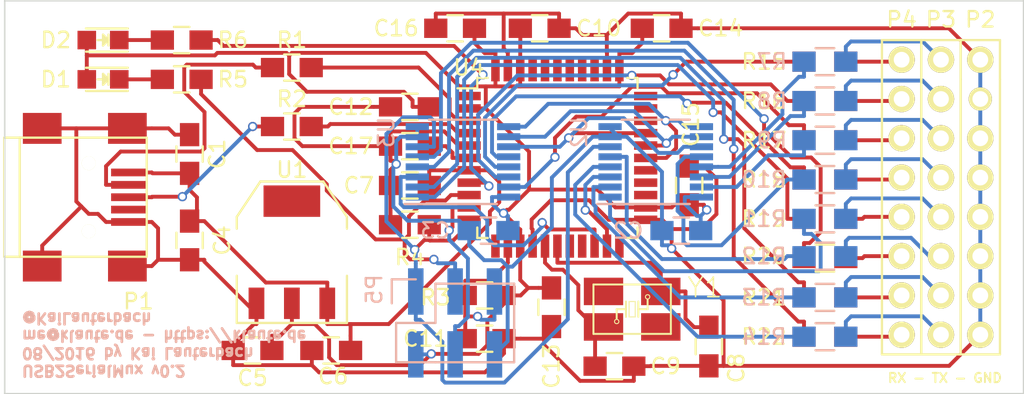
<source format=kicad_pcb>
(kicad_pcb (version 4) (host pcbnew 4.0.2-stable)

  (general
    (links 130)
    (no_connects 0)
    (area 123.956999 89.993 192.560334 117.376333)
    (thickness 1.6)
    (drawings 8)
    (tracks 651)
    (zones 0)
    (modules 51)
    (nets 73)
  )

  (page A4)
  (layers
    (0 F.Cu signal)
    (31 B.Cu signal)
    (32 B.Adhes user)
    (33 F.Adhes user)
    (34 B.Paste user)
    (35 F.Paste user)
    (36 B.SilkS user)
    (37 F.SilkS user)
    (38 B.Mask user)
    (39 F.Mask user)
    (40 Dwgs.User user)
    (41 Cmts.User user)
    (42 Eco1.User user)
    (43 Eco2.User user)
    (44 Edge.Cuts user)
    (45 Margin user)
    (46 B.CrtYd user)
    (47 F.CrtYd user)
    (48 B.Fab user)
    (49 F.Fab user)
  )

  (setup
    (last_trace_width 0.25)
    (trace_clearance 0.2)
    (zone_clearance 0.508)
    (zone_45_only no)
    (trace_min 0.2)
    (segment_width 0.2)
    (edge_width 0.1)
    (via_size 0.6)
    (via_drill 0.4)
    (via_min_size 0.4)
    (via_min_drill 0.3)
    (uvia_size 0.3)
    (uvia_drill 0.1)
    (uvias_allowed no)
    (uvia_min_size 0.2)
    (uvia_min_drill 0.1)
    (pcb_text_width 0.3)
    (pcb_text_size 1.5 1.5)
    (mod_edge_width 0.15)
    (mod_text_size 1 1)
    (mod_text_width 0.15)
    (pad_size 1.7 1.7)
    (pad_drill 1.016)
    (pad_to_mask_clearance 0)
    (aux_axis_origin 0 0)
    (visible_elements 7FFFFFFF)
    (pcbplotparams
      (layerselection 0x00030_80000001)
      (usegerberextensions false)
      (excludeedgelayer true)
      (linewidth 0.100000)
      (plotframeref false)
      (viasonmask false)
      (mode 1)
      (useauxorigin false)
      (hpglpennumber 1)
      (hpglpenspeed 20)
      (hpglpendiameter 15)
      (hpglpenoverlay 2)
      (psnegative false)
      (psa4output false)
      (plotreference true)
      (plotvalue true)
      (plotinvisibletext false)
      (padsonsilk false)
      (subtractmaskfromsilk false)
      (outputformat 1)
      (mirror false)
      (drillshape 1)
      (scaleselection 1)
      (outputdirectory ""))
  )

  (net 0 "")
  (net 1 GND)
  (net 2 +5V)
  (net 3 +3V3)
  (net 4 /D-)
  (net 5 /D+)
  (net 6 "Net-(P1-Pad4)")
  (net 7 "Net-(P3-Pad1)")
  (net 8 "Net-(P3-Pad2)")
  (net 9 "Net-(P3-Pad3)")
  (net 10 "Net-(P3-Pad4)")
  (net 11 "Net-(P3-Pad5)")
  (net 12 "Net-(P3-Pad6)")
  (net 13 "Net-(P3-Pad7)")
  (net 14 "Net-(P3-Pad8)")
  (net 15 "Net-(P4-Pad1)")
  (net 16 "Net-(P4-Pad2)")
  (net 17 "Net-(P4-Pad3)")
  (net 18 "Net-(P4-Pad4)")
  (net 19 "Net-(P4-Pad5)")
  (net 20 "Net-(P4-Pad6)")
  (net 21 "Net-(P4-Pad7)")
  (net 22 "Net-(P4-Pad8)")
  (net 23 /TxD_RxD)
  (net 24 /RxD_TxD)
  (net 25 /S2)
  (net 26 /S1)
  (net 27 /S0)
  (net 28 "Net-(C8-Pad2)")
  (net 29 "Net-(C9-Pad2)")
  (net 30 "Net-(C17-Pad2)")
  (net 31 "Net-(P1-Pad2)")
  (net 32 "Net-(P1-Pad3)")
  (net 33 /nE)
  (net 34 "Net-(U4-Pad1)")
  (net 35 "Net-(U4-Pad12)")
  (net 36 "Net-(U4-Pad18)")
  (net 37 "Net-(U4-Pad19)")
  (net 38 "Net-(U4-Pad22)")
  (net 39 "Net-(U4-Pad25)")
  (net 40 "Net-(U4-Pad26)")
  (net 41 "Net-(U4-Pad27)")
  (net 42 "Net-(U4-Pad31)")
  (net 43 "Net-(U4-Pad32)")
  (net 44 "Net-(U4-Pad33)")
  (net 45 "Net-(U4-Pad36)")
  (net 46 "Net-(U4-Pad37)")
  (net 47 "Net-(U4-Pad38)")
  (net 48 "Net-(U4-Pad39)")
  (net 49 "Net-(U4-Pad40)")
  (net 50 "Net-(U4-Pad41)")
  (net 51 "Net-(D1-Pad1)")
  (net 52 "Net-(D2-Pad1)")
  (net 53 /LED1)
  (net 54 /LED0)
  (net 55 "Net-(R7-Pad1)")
  (net 56 "Net-(R8-Pad1)")
  (net 57 "Net-(R9-Pad1)")
  (net 58 "Net-(R10-Pad1)")
  (net 59 "Net-(R11-Pad1)")
  (net 60 "Net-(R12-Pad1)")
  (net 61 "Net-(R13-Pad1)")
  (net 62 "Net-(R14-Pad1)")
  (net 63 "Net-(R15-Pad1)")
  (net 64 "Net-(R16-Pad1)")
  (net 65 "Net-(R17-Pad1)")
  (net 66 "Net-(R18-Pad1)")
  (net 67 "Net-(R19-Pad1)")
  (net 68 "Net-(R20-Pad1)")
  (net 69 "Net-(R21-Pad1)")
  (net 70 "Net-(R22-Pad1)")
  (net 71 /RESET)
  (net 72 /MOSI)

  (net_class Default "This is the default net class."
    (clearance 0.2)
    (trace_width 0.25)
    (via_dia 0.6)
    (via_drill 0.4)
    (uvia_dia 0.3)
    (uvia_drill 0.1)
    (add_net +3V3)
    (add_net +5V)
    (add_net /D+)
    (add_net /D-)
    (add_net /LED0)
    (add_net /LED1)
    (add_net /MOSI)
    (add_net /RESET)
    (add_net /RxD_TxD)
    (add_net /S0)
    (add_net /S1)
    (add_net /S2)
    (add_net /TxD_RxD)
    (add_net /nE)
    (add_net GND)
    (add_net "Net-(C17-Pad2)")
    (add_net "Net-(C8-Pad2)")
    (add_net "Net-(C9-Pad2)")
    (add_net "Net-(D1-Pad1)")
    (add_net "Net-(D2-Pad1)")
    (add_net "Net-(P1-Pad2)")
    (add_net "Net-(P1-Pad3)")
    (add_net "Net-(P1-Pad4)")
    (add_net "Net-(P3-Pad1)")
    (add_net "Net-(P3-Pad2)")
    (add_net "Net-(P3-Pad3)")
    (add_net "Net-(P3-Pad4)")
    (add_net "Net-(P3-Pad5)")
    (add_net "Net-(P3-Pad6)")
    (add_net "Net-(P3-Pad7)")
    (add_net "Net-(P3-Pad8)")
    (add_net "Net-(P4-Pad1)")
    (add_net "Net-(P4-Pad2)")
    (add_net "Net-(P4-Pad3)")
    (add_net "Net-(P4-Pad4)")
    (add_net "Net-(P4-Pad5)")
    (add_net "Net-(P4-Pad6)")
    (add_net "Net-(P4-Pad7)")
    (add_net "Net-(P4-Pad8)")
    (add_net "Net-(R10-Pad1)")
    (add_net "Net-(R11-Pad1)")
    (add_net "Net-(R12-Pad1)")
    (add_net "Net-(R13-Pad1)")
    (add_net "Net-(R14-Pad1)")
    (add_net "Net-(R15-Pad1)")
    (add_net "Net-(R16-Pad1)")
    (add_net "Net-(R17-Pad1)")
    (add_net "Net-(R18-Pad1)")
    (add_net "Net-(R19-Pad1)")
    (add_net "Net-(R20-Pad1)")
    (add_net "Net-(R21-Pad1)")
    (add_net "Net-(R22-Pad1)")
    (add_net "Net-(R7-Pad1)")
    (add_net "Net-(R8-Pad1)")
    (add_net "Net-(R9-Pad1)")
    (add_net "Net-(U4-Pad1)")
    (add_net "Net-(U4-Pad12)")
    (add_net "Net-(U4-Pad18)")
    (add_net "Net-(U4-Pad19)")
    (add_net "Net-(U4-Pad22)")
    (add_net "Net-(U4-Pad25)")
    (add_net "Net-(U4-Pad26)")
    (add_net "Net-(U4-Pad27)")
    (add_net "Net-(U4-Pad31)")
    (add_net "Net-(U4-Pad32)")
    (add_net "Net-(U4-Pad33)")
    (add_net "Net-(U4-Pad36)")
    (add_net "Net-(U4-Pad37)")
    (add_net "Net-(U4-Pad38)")
    (add_net "Net-(U4-Pad39)")
    (add_net "Net-(U4-Pad40)")
    (add_net "Net-(U4-Pad41)")
  )

  (module Pin_Headers:Pin_Header_Straight_2x03 (layer B.Cu) (tedit 57C1449A) (tstamp 57C14189)
    (at 151.003 110.998 270)
    (descr "Through hole pin header")
    (tags "pin header")
    (path /57C14197)
    (fp_text reference P5 (at -0.889 2.684001 270) (layer B.SilkS)
      (effects (font (size 1 1) (thickness 0.15)) (justify mirror))
    )
    (fp_text value CONN_02X03 (at 1.27 -7.62 270) (layer B.Fab) hide
      (effects (font (size 1 1) (thickness 0.15)) (justify mirror))
    )
    (fp_line (start -1.27 -1.27) (end -1.27 -6.35) (layer B.SilkS) (width 0.15))
    (fp_line (start -1.55 1.55) (end 0 1.55) (layer B.SilkS) (width 0.15))
    (fp_line (start -1.75 1.75) (end -1.75 -6.85) (layer B.CrtYd) (width 0.05))
    (fp_line (start 4.3 1.75) (end 4.3 -6.85) (layer B.CrtYd) (width 0.05))
    (fp_line (start -1.75 1.75) (end 4.3 1.75) (layer B.CrtYd) (width 0.05))
    (fp_line (start -1.75 -6.85) (end 4.3 -6.85) (layer B.CrtYd) (width 0.05))
    (fp_line (start 1.27 1.27) (end 1.27 -1.27) (layer B.SilkS) (width 0.15))
    (fp_line (start 1.27 -1.27) (end -1.27 -1.27) (layer B.SilkS) (width 0.15))
    (fp_line (start -1.27 -6.35) (end 3.81 -6.35) (layer B.SilkS) (width 0.15))
    (fp_line (start 3.81 -6.35) (end 3.81 -1.27) (layer B.SilkS) (width 0.15))
    (fp_line (start -1.55 1.55) (end -1.55 0) (layer B.SilkS) (width 0.15))
    (fp_line (start 3.81 1.27) (end 1.27 1.27) (layer B.SilkS) (width 0.15))
    (fp_line (start 3.81 -1.27) (end 3.81 1.27) (layer B.SilkS) (width 0.15))
    (pad 1 smd rect (at -0.762 0 270) (size 3 1) (layers B.Cu B.Paste B.Mask)
      (net 33 /nE))
    (pad 2 smd rect (at 3.302 0 270) (size 3 1) (layers B.Cu B.Paste B.Mask)
      (net 3 +3V3))
    (pad 3 smd rect (at -0.762 -2.54 270) (size 3 1) (layers B.Cu B.Paste B.Mask)
      (net 53 /LED1))
    (pad 4 smd rect (at 3.302 -2.54 270) (size 3 1) (layers B.Cu B.Paste B.Mask)
      (net 72 /MOSI))
    (pad 5 smd rect (at -0.762 -5.08 270) (size 3 1) (layers B.Cu B.Paste B.Mask)
      (net 71 /RESET))
    (pad 6 smd rect (at 3.302 -5.08 270) (size 3 1) (layers B.Cu B.Paste B.Mask)
      (net 1 GND))
    (model Pin_Headers.3dshapes/Pin_Header_Straight_2x03.wrl
      (at (xyz 0.05 -0.1 0))
      (scale (xyz 1 1 1))
      (rotate (xyz 0 0 90))
    )
  )

  (module Housings_SSOP:TSSOP-16_4.4x5mm_Pitch0.65mm (layer B.Cu) (tedit 579A4441) (tstamp 5789E0C1)
    (at 166.497 101.854)
    (descr "16-Lead Plastic Thin Shrink Small Outline (ST)-4.4 mm Body [TSSOP] (see Microchip Packaging Specification 00000049BS.pdf)")
    (tags "SSOP 0.65")
    (path /57C03578)
    (attr smd)
    (fp_text reference U2 (at -4.953 -1.905 270) (layer B.SilkS)
      (effects (font (size 1 1) (thickness 0.15)) (justify mirror))
    )
    (fp_text value 74HCT4051 (at 0 -3.55) (layer B.Fab) hide
      (effects (font (size 1 1) (thickness 0.15)) (justify mirror))
    )
    (fp_line (start -3.95 2.8) (end -3.95 -2.8) (layer B.CrtYd) (width 0.05))
    (fp_line (start 3.95 2.8) (end 3.95 -2.8) (layer B.CrtYd) (width 0.05))
    (fp_line (start -3.95 2.8) (end 3.95 2.8) (layer B.CrtYd) (width 0.05))
    (fp_line (start -3.95 -2.8) (end 3.95 -2.8) (layer B.CrtYd) (width 0.05))
    (fp_line (start -2.2 -2.725) (end 2.2 -2.725) (layer B.SilkS) (width 0.15))
    (fp_line (start -3.775 2.725) (end 2.2 2.725) (layer B.SilkS) (width 0.15))
    (pad 1 smd rect (at -2.95 2.275) (size 1.5 0.45) (layers B.Cu B.Paste B.Mask)
      (net 59 "Net-(R11-Pad1)"))
    (pad 2 smd rect (at -2.95 1.625) (size 1.5 0.45) (layers B.Cu B.Paste B.Mask)
      (net 61 "Net-(R13-Pad1)"))
    (pad 3 smd rect (at -2.95 0.975) (size 1.5 0.45) (layers B.Cu B.Paste B.Mask)
      (net 23 /TxD_RxD))
    (pad 4 smd rect (at -2.95 0.325) (size 1.5 0.45) (layers B.Cu B.Paste B.Mask)
      (net 62 "Net-(R14-Pad1)"))
    (pad 5 smd rect (at -2.95 -0.325) (size 1.5 0.45) (layers B.Cu B.Paste B.Mask)
      (net 60 "Net-(R12-Pad1)"))
    (pad 6 smd rect (at -2.95 -0.975) (size 1.5 0.45) (layers B.Cu B.Paste B.Mask)
      (net 33 /nE))
    (pad 7 smd rect (at -2.95 -1.625) (size 1.5 0.45) (layers B.Cu B.Paste B.Mask)
      (net 1 GND))
    (pad 8 smd rect (at -2.95 -2.275) (size 1.5 0.45) (layers B.Cu B.Paste B.Mask)
      (net 1 GND))
    (pad 9 smd rect (at 2.95 -2.275) (size 1.5 0.45) (layers B.Cu B.Paste B.Mask)
      (net 25 /S2))
    (pad 10 smd rect (at 2.95 -1.625) (size 1.5 0.45) (layers B.Cu B.Paste B.Mask)
      (net 26 /S1))
    (pad 11 smd rect (at 2.95 -0.975) (size 1.5 0.45) (layers B.Cu B.Paste B.Mask)
      (net 27 /S0))
    (pad 12 smd rect (at 2.95 -0.325) (size 1.5 0.45) (layers B.Cu B.Paste B.Mask)
      (net 58 "Net-(R10-Pad1)"))
    (pad 13 smd rect (at 2.95 0.325) (size 1.5 0.45) (layers B.Cu B.Paste B.Mask)
      (net 55 "Net-(R7-Pad1)"))
    (pad 14 smd rect (at 2.95 0.975) (size 1.5 0.45) (layers B.Cu B.Paste B.Mask)
      (net 56 "Net-(R8-Pad1)"))
    (pad 15 smd rect (at 2.95 1.625) (size 1.5 0.45) (layers B.Cu B.Paste B.Mask)
      (net 57 "Net-(R9-Pad1)"))
    (pad 16 smd rect (at 2.95 2.275) (size 1.5 0.45) (layers B.Cu B.Paste B.Mask)
      (net 3 +3V3))
    (model Housings_SSOP.3dshapes/TSSOP-16_4.4x5mm_Pitch0.65mm.wrl
      (at (xyz 0 0 0))
      (scale (xyz 1 1 1))
      (rotate (xyz 0 0 0))
    )
  )

  (module Pin_Headers:Pin_Header_Straight_1x08 (layer F.Cu) (tedit 5791D8EB) (tstamp 5789E075)
    (at 187.452 95.25)
    (descr "Through hole pin header")
    (tags "pin header")
    (path /578802D4)
    (fp_text reference P2 (at 0 -2.6) (layer F.SilkS)
      (effects (font (size 1 1) (thickness 0.15)))
    )
    (fp_text value CONN_01X08 (at 0 -3.1) (layer F.Fab) hide
      (effects (font (size 1 1) (thickness 0.15)))
    )
    (fp_line (start -1.27 1.27) (end -1.27 -1.27) (layer F.SilkS) (width 0.15))
    (fp_line (start -1.27 -1.27) (end 1.27 -1.27) (layer F.SilkS) (width 0.15))
    (fp_line (start 1.27 -1.27) (end 1.27 1.27) (layer F.SilkS) (width 0.15))
    (fp_line (start -1.75 -1.75) (end -1.75 19.55) (layer F.CrtYd) (width 0.05))
    (fp_line (start 1.75 -1.75) (end 1.75 19.55) (layer F.CrtYd) (width 0.05))
    (fp_line (start -1.75 -1.75) (end 1.75 -1.75) (layer F.CrtYd) (width 0.05))
    (fp_line (start -1.75 19.55) (end 1.75 19.55) (layer F.CrtYd) (width 0.05))
    (fp_line (start 1.27 1.27) (end 1.27 19.05) (layer F.SilkS) (width 0.15))
    (fp_line (start 1.27 19.05) (end -1.27 19.05) (layer F.SilkS) (width 0.15))
    (fp_line (start -1.27 19.05) (end -1.27 1.27) (layer F.SilkS) (width 0.15))
    (pad 1 thru_hole circle (at 0 0) (size 1.7 1.7) (drill 1.016) (layers *.Cu *.Mask F.SilkS)
      (net 1 GND))
    (pad 2 thru_hole circle (at 0 2.54) (size 1.5 1.5) (drill 1.016) (layers *.Cu *.Mask F.SilkS)
      (net 1 GND))
    (pad 3 thru_hole circle (at 0 5.08) (size 1.7 1.7) (drill 1.016) (layers *.Cu *.Mask F.SilkS)
      (net 1 GND))
    (pad 4 thru_hole circle (at 0 7.62) (size 1.7 1.7) (drill 1.016) (layers *.Cu *.Mask F.SilkS)
      (net 1 GND))
    (pad 5 thru_hole circle (at 0 10.16) (size 1.7 1.7) (drill 1.016) (layers *.Cu *.Mask F.SilkS)
      (net 1 GND))
    (pad 6 thru_hole circle (at 0 12.7) (size 1.7 1.7) (drill 1.016) (layers *.Cu *.Mask F.SilkS)
      (net 1 GND))
    (pad 7 thru_hole circle (at 0 15.24) (size 1.7 1.7) (drill 1.016) (layers *.Cu *.Mask F.SilkS)
      (net 1 GND))
    (pad 8 thru_hole circle (at 0 17.78) (size 1.7 1.7) (drill 1.016) (layers *.Cu *.Mask F.SilkS)
      (net 1 GND))
    (model Pin_Headers.3dshapes/Pin_Header_Straight_1x08.wrl
      (at (xyz 0 -0.35 0))
      (scale (xyz 1 1 1))
      (rotate (xyz 0 0 90))
    )
  )

  (module Pin_Headers:Pin_Header_Straight_1x08 (layer F.Cu) (tedit 5791D926) (tstamp 5789E08D)
    (at 182.372 95.25)
    (descr "Through hole pin header")
    (tags "pin header")
    (path /57880227)
    (fp_text reference P4 (at 0 -2.6) (layer F.SilkS)
      (effects (font (size 1 1) (thickness 0.15)))
    )
    (fp_text value CONN_01X08 (at 0 -3.1) (layer F.Fab) hide
      (effects (font (size 1 1) (thickness 0.15)))
    )
    (fp_line (start -1.27 1.27) (end -1.27 -1.27) (layer F.SilkS) (width 0.15))
    (fp_line (start -1.27 -1.27) (end 1.27 -1.27) (layer F.SilkS) (width 0.15))
    (fp_line (start 1.27 -1.27) (end 1.27 1.27) (layer F.SilkS) (width 0.15))
    (fp_line (start -1.75 -1.75) (end -1.75 19.55) (layer F.CrtYd) (width 0.05))
    (fp_line (start 1.75 -1.75) (end 1.75 19.55) (layer F.CrtYd) (width 0.05))
    (fp_line (start -1.75 -1.75) (end 1.75 -1.75) (layer F.CrtYd) (width 0.05))
    (fp_line (start -1.75 19.55) (end 1.75 19.55) (layer F.CrtYd) (width 0.05))
    (fp_line (start 1.27 1.27) (end 1.27 19.05) (layer F.SilkS) (width 0.15))
    (fp_line (start 1.27 19.05) (end -1.27 19.05) (layer F.SilkS) (width 0.15))
    (fp_line (start -1.27 19.05) (end -1.27 1.27) (layer F.SilkS) (width 0.15))
    (pad 1 thru_hole circle (at 0 0) (size 1.7 1.7) (drill 1.016) (layers *.Cu *.Mask F.SilkS)
      (net 15 "Net-(P4-Pad1)"))
    (pad 2 thru_hole circle (at 0 2.54) (size 1.7 1.7) (drill 1.016) (layers *.Cu *.Mask F.SilkS)
      (net 16 "Net-(P4-Pad2)"))
    (pad 3 thru_hole circle (at 0 5.08) (size 1.7 1.7) (drill 1.016) (layers *.Cu *.Mask F.SilkS)
      (net 17 "Net-(P4-Pad3)"))
    (pad 4 thru_hole circle (at 0 7.62) (size 1.7 1.7) (drill 1.016) (layers *.Cu *.Mask F.SilkS)
      (net 18 "Net-(P4-Pad4)"))
    (pad 5 thru_hole circle (at 0 10.16) (size 1.7 1.7) (drill 1.016) (layers *.Cu *.Mask F.SilkS)
      (net 19 "Net-(P4-Pad5)"))
    (pad 6 thru_hole circle (at 0 12.7) (size 1.7 1.7) (drill 1.016) (layers *.Cu *.Mask F.SilkS)
      (net 20 "Net-(P4-Pad6)"))
    (pad 7 thru_hole circle (at 0 15.24) (size 1.7 1.7) (drill 1.016) (layers *.Cu *.Mask F.SilkS)
      (net 21 "Net-(P4-Pad7)"))
    (pad 8 thru_hole circle (at 0 17.78) (size 1.7 1.7) (drill 1.016) (layers *.Cu *.Mask F.SilkS)
      (net 22 "Net-(P4-Pad8)"))
    (model Pin_Headers.3dshapes/Pin_Header_Straight_1x08.wrl
      (at (xyz 0 -0.35 0))
      (scale (xyz 1 1 1))
      (rotate (xyz 0 0 90))
    )
  )

  (module crystal:crystal-EURO_3_5_1_BIGPAD (layer F.Cu) (tedit 579A3DBE) (tstamp 5791C8DC)
    (at 164.973 111.379 180)
    (path /57914290)
    (attr smd)
    (fp_text reference Y1 (at -4.699 1.397 180) (layer F.SilkS)
      (effects (font (size 1.27 1.27) (thickness 0.1016)))
    )
    (fp_text value Crystal_Small (at 1.27 3.175 180) (layer F.SilkS) hide
      (effects (font (size 1.27 1.27) (thickness 0.1016)))
    )
    (fp_line (start -0.19812 0.49784) (end 0.19812 0.49784) (layer F.SilkS) (width 0.06604))
    (fp_line (start 0.19812 0.49784) (end 0.19812 -0.49784) (layer F.SilkS) (width 0.06604))
    (fp_line (start -0.19812 -0.49784) (end 0.19812 -0.49784) (layer F.SilkS) (width 0.06604))
    (fp_line (start -0.19812 0.49784) (end -0.19812 -0.49784) (layer F.SilkS) (width 0.06604))
    (fp_line (start -2.49936 -1.59766) (end 2.49936 -1.59766) (layer F.SilkS) (width 0.127))
    (fp_line (start -2.49936 -1.59766) (end -2.49936 1.59766) (layer F.SilkS) (width 0.127))
    (fp_line (start -2.49936 1.59766) (end 2.49936 1.59766) (layer F.SilkS) (width 0.127))
    (fp_line (start 2.49936 -1.59766) (end 2.49936 1.59766) (layer F.SilkS) (width 0.127))
    (fp_line (start -0.39878 -0.49784) (end -0.39878 0) (layer F.SilkS) (width 0.127))
    (fp_line (start -0.39878 0) (end -0.39878 0.49784) (layer F.SilkS) (width 0.127))
    (fp_line (start 0.39878 -0.49784) (end 0.39878 0) (layer F.SilkS) (width 0.127))
    (fp_line (start 0.39878 0) (end 0.39878 0.49784) (layer F.SilkS) (width 0.127))
    (fp_line (start -0.99822 0) (end -0.39878 0) (layer F.SilkS) (width 0.127))
    (fp_line (start -0.99822 0) (end -0.99822 0.59944) (layer F.SilkS) (width 0.127))
    (fp_line (start 0.39878 0) (end 0.99822 0) (layer F.SilkS) (width 0.127))
    (fp_line (start 0.99822 0) (end 0.99822 -0.59944) (layer F.SilkS) (width 0.127))
    (fp_circle (center -0.99822 0.79756) (end -1.09728 0.89662) (layer F.SilkS) (width 0.0635))
    (fp_circle (center 0.99822 -0.79756) (end 1.09728 -0.89662) (layer F.SilkS) (width 0.0635))
    (pad 1 smd rect (at -1.84912 1.14808 180) (size 2.54 1.778) (layers F.Cu F.Paste F.Mask)
      (net 28 "Net-(C8-Pad2)"))
    (pad 0 smd rect (at 1.84912 1.14808 180) (size 2.54 1.778) (layers F.Cu F.Paste F.Mask))
    (pad 2 smd rect (at 1.84912 -1.14808 180) (size 2.54 1.778) (layers F.Cu F.Paste F.Mask)
      (net 29 "Net-(C9-Pad2)"))
    (pad 0 smd rect (at -1.84912 -1.14808 180) (size 2.54 1.778) (layers F.Cu F.Paste F.Mask))
  )

  (module Housings_SSOP:TSSOP-16_4.4x5mm_Pitch0.65mm (layer B.Cu) (tedit 579A4429) (tstamp 5789E0D5)
    (at 154.051 101.854)
    (descr "16-Lead Plastic Thin Shrink Small Outline (ST)-4.4 mm Body [TSSOP] (see Microchip Packaging Specification 00000049BS.pdf)")
    (tags "SSOP 0.65")
    (path /5789E407)
    (attr smd)
    (fp_text reference U3 (at -4.953 -1.905 270) (layer B.SilkS)
      (effects (font (size 1 1) (thickness 0.15)) (justify mirror))
    )
    (fp_text value 74HCT4051 (at 0 -3.55) (layer B.Fab) hide
      (effects (font (size 1 1) (thickness 0.15)) (justify mirror))
    )
    (fp_line (start -3.95 2.8) (end -3.95 -2.8) (layer B.CrtYd) (width 0.05))
    (fp_line (start 3.95 2.8) (end 3.95 -2.8) (layer B.CrtYd) (width 0.05))
    (fp_line (start -3.95 2.8) (end 3.95 2.8) (layer B.CrtYd) (width 0.05))
    (fp_line (start -3.95 -2.8) (end 3.95 -2.8) (layer B.CrtYd) (width 0.05))
    (fp_line (start -2.2 -2.725) (end 2.2 -2.725) (layer B.SilkS) (width 0.15))
    (fp_line (start -3.775 2.725) (end 2.2 2.725) (layer B.SilkS) (width 0.15))
    (pad 1 smd rect (at -2.95 2.275) (size 1.5 0.45) (layers B.Cu B.Paste B.Mask)
      (net 67 "Net-(R19-Pad1)"))
    (pad 2 smd rect (at -2.95 1.625) (size 1.5 0.45) (layers B.Cu B.Paste B.Mask)
      (net 69 "Net-(R21-Pad1)"))
    (pad 3 smd rect (at -2.95 0.975) (size 1.5 0.45) (layers B.Cu B.Paste B.Mask)
      (net 24 /RxD_TxD))
    (pad 4 smd rect (at -2.95 0.325) (size 1.5 0.45) (layers B.Cu B.Paste B.Mask)
      (net 70 "Net-(R22-Pad1)"))
    (pad 5 smd rect (at -2.95 -0.325) (size 1.5 0.45) (layers B.Cu B.Paste B.Mask)
      (net 68 "Net-(R20-Pad1)"))
    (pad 6 smd rect (at -2.95 -0.975) (size 1.5 0.45) (layers B.Cu B.Paste B.Mask)
      (net 33 /nE))
    (pad 7 smd rect (at -2.95 -1.625) (size 1.5 0.45) (layers B.Cu B.Paste B.Mask)
      (net 1 GND))
    (pad 8 smd rect (at -2.95 -2.275) (size 1.5 0.45) (layers B.Cu B.Paste B.Mask)
      (net 1 GND))
    (pad 9 smd rect (at 2.95 -2.275) (size 1.5 0.45) (layers B.Cu B.Paste B.Mask)
      (net 25 /S2))
    (pad 10 smd rect (at 2.95 -1.625) (size 1.5 0.45) (layers B.Cu B.Paste B.Mask)
      (net 26 /S1))
    (pad 11 smd rect (at 2.95 -0.975) (size 1.5 0.45) (layers B.Cu B.Paste B.Mask)
      (net 27 /S0))
    (pad 12 smd rect (at 2.95 -0.325) (size 1.5 0.45) (layers B.Cu B.Paste B.Mask)
      (net 66 "Net-(R18-Pad1)"))
    (pad 13 smd rect (at 2.95 0.325) (size 1.5 0.45) (layers B.Cu B.Paste B.Mask)
      (net 63 "Net-(R15-Pad1)"))
    (pad 14 smd rect (at 2.95 0.975) (size 1.5 0.45) (layers B.Cu B.Paste B.Mask)
      (net 64 "Net-(R16-Pad1)"))
    (pad 15 smd rect (at 2.95 1.625) (size 1.5 0.45) (layers B.Cu B.Paste B.Mask)
      (net 65 "Net-(R17-Pad1)"))
    (pad 16 smd rect (at 2.95 2.275) (size 1.5 0.45) (layers B.Cu B.Paste B.Mask)
      (net 3 +3V3))
    (model Housings_SSOP.3dshapes/TSSOP-16_4.4x5mm_Pitch0.65mm.wrl
      (at (xyz 0 0 0))
      (scale (xyz 1 1 1))
      (rotate (xyz 0 0 0))
    )
  )

  (module Pin_Headers:Pin_Header_Straight_1x08 (layer F.Cu) (tedit 5791D92B) (tstamp 5789E081)
    (at 184.912 95.25)
    (descr "Through hole pin header")
    (tags "pin header")
    (path /578800A6)
    (fp_text reference P3 (at 0 -2.6) (layer F.SilkS)
      (effects (font (size 1 1) (thickness 0.15)))
    )
    (fp_text value CONN_01X08 (at 0 -3.1) (layer F.Fab) hide
      (effects (font (size 1 1) (thickness 0.15)))
    )
    (fp_line (start -1.27 1.27) (end -1.27 -1.27) (layer F.SilkS) (width 0.15))
    (fp_line (start -1.27 -1.27) (end 1.27 -1.27) (layer F.SilkS) (width 0.15))
    (fp_line (start 1.27 -1.27) (end 1.27 1.27) (layer F.SilkS) (width 0.15))
    (fp_line (start -1.75 -1.75) (end -1.75 19.55) (layer F.CrtYd) (width 0.05))
    (fp_line (start 1.75 -1.75) (end 1.75 19.55) (layer F.CrtYd) (width 0.05))
    (fp_line (start -1.75 -1.75) (end 1.75 -1.75) (layer F.CrtYd) (width 0.05))
    (fp_line (start -1.75 19.55) (end 1.75 19.55) (layer F.CrtYd) (width 0.05))
    (fp_line (start 1.27 1.27) (end 1.27 19.05) (layer F.SilkS) (width 0.15))
    (fp_line (start 1.27 19.05) (end -1.27 19.05) (layer F.SilkS) (width 0.15))
    (fp_line (start -1.27 19.05) (end -1.27 1.27) (layer F.SilkS) (width 0.15))
    (pad 1 thru_hole circle (at 0 0) (size 1.7 1.7) (drill 1.016) (layers *.Cu *.Mask F.SilkS)
      (net 7 "Net-(P3-Pad1)"))
    (pad 2 thru_hole circle (at 0 2.54) (size 1.7 1.7) (drill 1.016) (layers *.Cu *.Mask F.SilkS)
      (net 8 "Net-(P3-Pad2)"))
    (pad 3 thru_hole circle (at 0 5.08) (size 1.7 1.7) (drill 1.016) (layers *.Cu *.Mask F.SilkS)
      (net 9 "Net-(P3-Pad3)"))
    (pad 4 thru_hole circle (at 0 7.62) (size 1.7 1.7) (drill 1.016) (layers *.Cu *.Mask F.SilkS)
      (net 10 "Net-(P3-Pad4)"))
    (pad 5 thru_hole circle (at 0 10.16) (size 1.7 1.7) (drill 1.016) (layers *.Cu *.Mask F.SilkS)
      (net 11 "Net-(P3-Pad5)"))
    (pad 6 thru_hole circle (at 0 12.7) (size 1.7 1.7) (drill 1.016) (layers *.Cu *.Mask F.SilkS)
      (net 12 "Net-(P3-Pad6)"))
    (pad 7 thru_hole circle (at 0 15.24) (size 1.7 1.7) (drill 1.016) (layers *.Cu *.Mask F.SilkS)
      (net 13 "Net-(P3-Pad7)"))
    (pad 8 thru_hole circle (at 0 17.78) (size 1.7 1.7) (drill 1.016) (layers *.Cu *.Mask F.SilkS)
      (net 14 "Net-(P3-Pad8)"))
    (model Pin_Headers.3dshapes/Pin_Header_Straight_1x08.wrl
      (at (xyz 0 -0.35 0))
      (scale (xyz 1 1 1))
      (rotate (xyz 0 0 90))
    )
  )

  (module Connect:USB_Mini-B (layer F.Cu) (tedit 579A448C) (tstamp 578A65DB)
    (at 129.032 104.14)
    (descr "USB Mini-B 5-pin SMD connector")
    (tags "USB USB_B USB_Mini connector")
    (path /578834A3)
    (attr smd)
    (fp_text reference P1 (at 4.064 6.731 180) (layer F.SilkS)
      (effects (font (size 1 1) (thickness 0.15)))
    )
    (fp_text value USB_OTG (at 0 -7.0993) (layer F.Fab) hide
      (effects (font (size 1 1) (thickness 0.15)))
    )
    (fp_line (start -4.85 -5.7) (end 4.85 -5.7) (layer F.CrtYd) (width 0.05))
    (fp_line (start 4.85 -5.7) (end 4.85 5.7) (layer F.CrtYd) (width 0.05))
    (fp_line (start 4.85 5.7) (end -4.85 5.7) (layer F.CrtYd) (width 0.05))
    (fp_line (start -4.85 5.7) (end -4.85 -5.7) (layer F.CrtYd) (width 0.05))
    (fp_line (start -3.59918 -3.85064) (end -3.59918 3.85064) (layer F.SilkS) (width 0.15))
    (fp_line (start -4.59994 -3.85064) (end -4.59994 3.85064) (layer F.SilkS) (width 0.15))
    (fp_line (start -4.59994 3.85064) (end 4.59994 3.85064) (layer F.SilkS) (width 0.15))
    (fp_line (start 4.59994 3.85064) (end 4.59994 -3.85064) (layer F.SilkS) (width 0.15))
    (fp_line (start 4.59994 -3.85064) (end -4.59994 -3.85064) (layer F.SilkS) (width 0.15))
    (pad 1 smd rect (at 3.44932 -1.6002) (size 2.30124 0.50038) (layers F.Cu F.Paste F.Mask)
      (net 2 +5V))
    (pad 2 smd rect (at 3.44932 -0.8001) (size 2.30124 0.50038) (layers F.Cu F.Paste F.Mask)
      (net 31 "Net-(P1-Pad2)"))
    (pad 3 smd rect (at 3.44932 0) (size 2.30124 0.50038) (layers F.Cu F.Paste F.Mask)
      (net 32 "Net-(P1-Pad3)"))
    (pad 4 smd rect (at 3.44932 0.8001) (size 2.30124 0.50038) (layers F.Cu F.Paste F.Mask)
      (net 6 "Net-(P1-Pad4)"))
    (pad 5 smd rect (at 3.44932 1.6002) (size 2.30124 0.50038) (layers F.Cu F.Paste F.Mask)
      (net 1 GND))
    (pad 6 smd rect (at 3.35026 -4.45008) (size 2.49936 1.99898) (layers F.Cu F.Paste F.Mask)
      (net 1 GND))
    (pad 6 smd rect (at -2.14884 -4.45008) (size 2.49936 1.99898) (layers F.Cu F.Paste F.Mask)
      (net 1 GND))
    (pad 6 smd rect (at 3.35026 4.45008) (size 2.49936 1.99898) (layers F.Cu F.Paste F.Mask)
      (net 1 GND))
    (pad 6 smd rect (at -2.14884 4.45008) (size 2.49936 1.99898) (layers F.Cu F.Paste F.Mask)
      (net 1 GND))
    (pad "" np_thru_hole circle (at 0.8509 -2.19964) (size 0.89916 0.89916) (drill 0.89916) (layers *.Cu *.Mask F.SilkS))
    (pad "" np_thru_hole circle (at 0.8509 2.19964) (size 0.89916 0.89916) (drill 0.89916) (layers *.Cu *.Mask F.SilkS))
  )

  (module Capacitors_SMD:C_0805_HandSoldering (layer F.Cu) (tedit 5791C25A) (tstamp 57910EE6)
    (at 143.002 95.758)
    (descr "Capacitor SMD 0805, hand soldering")
    (tags "capacitor 0805")
    (path /579174A9)
    (attr smd)
    (fp_text reference R1 (at 0 -1.778) (layer F.SilkS)
      (effects (font (size 1 1) (thickness 0.15)))
    )
    (fp_text value 22 (at 0 2.1) (layer F.Fab) hide
      (effects (font (size 1 1) (thickness 0.15)))
    )
    (fp_line (start -2.3 -1) (end 2.3 -1) (layer F.CrtYd) (width 0.05))
    (fp_line (start -2.3 1) (end 2.3 1) (layer F.CrtYd) (width 0.05))
    (fp_line (start -2.3 -1) (end -2.3 1) (layer F.CrtYd) (width 0.05))
    (fp_line (start 2.3 -1) (end 2.3 1) (layer F.CrtYd) (width 0.05))
    (fp_line (start 0.5 -0.85) (end -0.5 -0.85) (layer F.SilkS) (width 0.15))
    (fp_line (start -0.5 0.85) (end 0.5 0.85) (layer F.SilkS) (width 0.15))
    (pad 1 smd rect (at -1.25 0) (size 1.5 1.25) (layers F.Cu F.Paste F.Mask)
      (net 31 "Net-(P1-Pad2)"))
    (pad 2 smd rect (at 1.25 0) (size 1.5 1.25) (layers F.Cu F.Paste F.Mask)
      (net 4 /D-))
    (model Capacitors_SMD.3dshapes/C_0805_HandSoldering.wrl
      (at (xyz 0 0 0))
      (scale (xyz 1 1 1))
      (rotate (xyz 0 0 0))
    )
  )

  (module Capacitors_SMD:C_0805_HandSoldering (layer F.Cu) (tedit 5791C25E) (tstamp 57910EEC)
    (at 143.002 99.568)
    (descr "Capacitor SMD 0805, hand soldering")
    (tags "capacitor 0805")
    (path /579177D4)
    (attr smd)
    (fp_text reference R2 (at 0 -1.778) (layer F.SilkS)
      (effects (font (size 1 1) (thickness 0.15)))
    )
    (fp_text value 22 (at 0 2.1) (layer F.Fab) hide
      (effects (font (size 1 1) (thickness 0.15)))
    )
    (fp_line (start -2.3 -1) (end 2.3 -1) (layer F.CrtYd) (width 0.05))
    (fp_line (start -2.3 1) (end 2.3 1) (layer F.CrtYd) (width 0.05))
    (fp_line (start -2.3 -1) (end -2.3 1) (layer F.CrtYd) (width 0.05))
    (fp_line (start 2.3 -1) (end 2.3 1) (layer F.CrtYd) (width 0.05))
    (fp_line (start 0.5 -0.85) (end -0.5 -0.85) (layer F.SilkS) (width 0.15))
    (fp_line (start -0.5 0.85) (end 0.5 0.85) (layer F.SilkS) (width 0.15))
    (pad 1 smd rect (at -1.25 0) (size 1.5 1.25) (layers F.Cu F.Paste F.Mask)
      (net 32 "Net-(P1-Pad3)"))
    (pad 2 smd rect (at 1.25 0) (size 1.5 1.25) (layers F.Cu F.Paste F.Mask)
      (net 5 /D+))
    (model Capacitors_SMD.3dshapes/C_0805_HandSoldering.wrl
      (at (xyz 0 0 0))
      (scale (xyz 1 1 1))
      (rotate (xyz 0 0 0))
    )
  )

  (module Capacitors_SMD:C_0805_HandSoldering (layer F.Cu) (tedit 5791C21C) (tstamp 57910EF2)
    (at 155.448 110.49 180)
    (descr "Capacitor SMD 0805, hand soldering")
    (tags "capacitor 0805")
    (path /57912DC2)
    (attr smd)
    (fp_text reference R3 (at 3.175 -0.127 180) (layer F.SilkS)
      (effects (font (size 1 1) (thickness 0.15)))
    )
    (fp_text value 10k (at 0 2.1 180) (layer F.Fab) hide
      (effects (font (size 1 1) (thickness 0.15)))
    )
    (fp_line (start -2.3 -1) (end 2.3 -1) (layer F.CrtYd) (width 0.05))
    (fp_line (start -2.3 1) (end 2.3 1) (layer F.CrtYd) (width 0.05))
    (fp_line (start -2.3 -1) (end -2.3 1) (layer F.CrtYd) (width 0.05))
    (fp_line (start 2.3 -1) (end 2.3 1) (layer F.CrtYd) (width 0.05))
    (fp_line (start 0.5 -0.85) (end -0.5 -0.85) (layer F.SilkS) (width 0.15))
    (fp_line (start -0.5 0.85) (end 0.5 0.85) (layer F.SilkS) (width 0.15))
    (pad 1 smd rect (at -1.25 0 180) (size 1.5 1.25) (layers F.Cu F.Paste F.Mask)
      (net 3 +3V3))
    (pad 2 smd rect (at 1.25 0 180) (size 1.5 1.25) (layers F.Cu F.Paste F.Mask)
      (net 71 /RESET))
    (model Capacitors_SMD.3dshapes/C_0805_HandSoldering.wrl
      (at (xyz 0 0 0))
      (scale (xyz 1 1 1))
      (rotate (xyz 0 0 0))
    )
  )

  (module Capacitors_SMD:C_0805_HandSoldering (layer F.Cu) (tedit 5791B485) (tstamp 57910EF8)
    (at 150.622 105.918 180)
    (descr "Capacitor SMD 0805, hand soldering")
    (tags "capacitor 0805")
    (path /57914D9E)
    (attr smd)
    (fp_text reference R4 (at 0 -2.1 180) (layer F.SilkS)
      (effects (font (size 1 1) (thickness 0.15)))
    )
    (fp_text value 10k (at 0 2.1 180) (layer F.Fab) hide
      (effects (font (size 1 1) (thickness 0.15)))
    )
    (fp_line (start -2.3 -1) (end 2.3 -1) (layer F.CrtYd) (width 0.05))
    (fp_line (start -2.3 1) (end 2.3 1) (layer F.CrtYd) (width 0.05))
    (fp_line (start -2.3 -1) (end -2.3 1) (layer F.CrtYd) (width 0.05))
    (fp_line (start 2.3 -1) (end 2.3 1) (layer F.CrtYd) (width 0.05))
    (fp_line (start 0.5 -0.85) (end -0.5 -0.85) (layer F.SilkS) (width 0.15))
    (fp_line (start -0.5 0.85) (end 0.5 0.85) (layer F.SilkS) (width 0.15))
    (pad 1 smd rect (at -1.25 0 180) (size 1.5 1.25) (layers F.Cu F.Paste F.Mask)
      (net 33 /nE))
    (pad 2 smd rect (at 1.25 0 180) (size 1.5 1.25) (layers F.Cu F.Paste F.Mask)
      (net 1 GND))
    (model Capacitors_SMD.3dshapes/C_0805_HandSoldering.wrl
      (at (xyz 0 0 0))
      (scale (xyz 1 1 1))
      (rotate (xyz 0 0 0))
    )
  )

  (module TO_SOT_Packages_SMD:SOT-223 (layer F.Cu) (tedit 5791C26E) (tstamp 57910F00)
    (at 143.002 107.696)
    (descr "module CMS SOT223 4 pins")
    (tags "CMS SOT")
    (path /57910D48)
    (attr smd)
    (fp_text reference U1 (at 0 -5.334) (layer F.SilkS)
      (effects (font (size 1 1) (thickness 0.15)))
    )
    (fp_text value LD1117S33TR (at 0 0.762) (layer F.Fab) hide
      (effects (font (size 1 1) (thickness 0.15)))
    )
    (fp_line (start -3.556 1.524) (end -3.556 4.572) (layer F.SilkS) (width 0.15))
    (fp_line (start -3.556 4.572) (end 3.556 4.572) (layer F.SilkS) (width 0.15))
    (fp_line (start 3.556 4.572) (end 3.556 1.524) (layer F.SilkS) (width 0.15))
    (fp_line (start -3.556 -1.524) (end -3.556 -2.286) (layer F.SilkS) (width 0.15))
    (fp_line (start -3.556 -2.286) (end -2.032 -4.572) (layer F.SilkS) (width 0.15))
    (fp_line (start -2.032 -4.572) (end 2.032 -4.572) (layer F.SilkS) (width 0.15))
    (fp_line (start 2.032 -4.572) (end 3.556 -2.286) (layer F.SilkS) (width 0.15))
    (fp_line (start 3.556 -2.286) (end 3.556 -1.524) (layer F.SilkS) (width 0.15))
    (pad 4 smd rect (at 0 -3.302) (size 3.6576 2.032) (layers F.Cu F.Paste F.Mask))
    (pad 2 smd rect (at 0 3.302) (size 1.016 2.032) (layers F.Cu F.Paste F.Mask)
      (net 3 +3V3))
    (pad 3 smd rect (at 2.286 3.302) (size 1.016 2.032) (layers F.Cu F.Paste F.Mask)
      (net 2 +5V))
    (pad 1 smd rect (at -2.286 3.302) (size 1.016 2.032) (layers F.Cu F.Paste F.Mask)
      (net 1 GND))
    (model TO_SOT_Packages_SMD.3dshapes/SOT-223.wrl
      (at (xyz 0 0 0))
      (scale (xyz 0.4 0.4 0.4))
      (rotate (xyz 0 0 0))
    )
  )

  (module Housings_QFP:TQFP-44_10x10mm_Pitch0.8mm (layer F.Cu) (tedit 5791C28D) (tstamp 5794DD24)
    (at 160.147 101.6)
    (descr "44-Lead Plastic Thin Quad Flatpack (PT) - 10x10x1.0 mm Body [TQFP] (see Microchip Packaging Specification 00000049BS.pdf)")
    (tags "QFP 0.8")
    (path /5791076B)
    (attr smd)
    (fp_text reference U4 (at -5.715 -5.842) (layer F.SilkS)
      (effects (font (size 1 1) (thickness 0.15)))
    )
    (fp_text value ATMEGA32U4-A (at 0 7.45) (layer F.Fab) hide
      (effects (font (size 1 1) (thickness 0.15)))
    )
    (fp_line (start -6.7 -6.7) (end -6.7 6.7) (layer F.CrtYd) (width 0.05))
    (fp_line (start 6.7 -6.7) (end 6.7 6.7) (layer F.CrtYd) (width 0.05))
    (fp_line (start -6.7 -6.7) (end 6.7 -6.7) (layer F.CrtYd) (width 0.05))
    (fp_line (start -6.7 6.7) (end 6.7 6.7) (layer F.CrtYd) (width 0.05))
    (fp_line (start -5.175 -5.175) (end -5.175 -4.5) (layer F.SilkS) (width 0.15))
    (fp_line (start 5.175 -5.175) (end 5.175 -4.5) (layer F.SilkS) (width 0.15))
    (fp_line (start 5.175 5.175) (end 5.175 4.5) (layer F.SilkS) (width 0.15))
    (fp_line (start -5.175 5.175) (end -5.175 4.5) (layer F.SilkS) (width 0.15))
    (fp_line (start -5.175 -5.175) (end -4.5 -5.175) (layer F.SilkS) (width 0.15))
    (fp_line (start -5.175 5.175) (end -4.5 5.175) (layer F.SilkS) (width 0.15))
    (fp_line (start 5.175 5.175) (end 4.5 5.175) (layer F.SilkS) (width 0.15))
    (fp_line (start 5.175 -5.175) (end 4.5 -5.175) (layer F.SilkS) (width 0.15))
    (fp_line (start -5.175 -4.5) (end -6.45 -4.5) (layer F.SilkS) (width 0.15))
    (pad 1 smd rect (at -5.7 -4) (size 1.5 0.55) (layers F.Cu F.Paste F.Mask)
      (net 34 "Net-(U4-Pad1)"))
    (pad 2 smd rect (at -5.7 -3.2) (size 1.5 0.55) (layers F.Cu F.Paste F.Mask)
      (net 3 +3V3))
    (pad 3 smd rect (at -5.7 -2.4) (size 1.5 0.55) (layers F.Cu F.Paste F.Mask)
      (net 4 /D-))
    (pad 4 smd rect (at -5.7 -1.6) (size 1.5 0.55) (layers F.Cu F.Paste F.Mask)
      (net 5 /D+))
    (pad 5 smd rect (at -5.7 -0.8) (size 1.5 0.55) (layers F.Cu F.Paste F.Mask)
      (net 1 GND))
    (pad 6 smd rect (at -5.7 0) (size 1.5 0.55) (layers F.Cu F.Paste F.Mask)
      (net 30 "Net-(C17-Pad2)"))
    (pad 7 smd rect (at -5.7 0.8) (size 1.5 0.55) (layers F.Cu F.Paste F.Mask)
      (net 2 +5V))
    (pad 8 smd rect (at -5.7 1.6) (size 1.5 0.55) (layers F.Cu F.Paste F.Mask)
      (net 54 /LED0))
    (pad 9 smd rect (at -5.7 2.4) (size 1.5 0.55) (layers F.Cu F.Paste F.Mask)
      (net 53 /LED1))
    (pad 10 smd rect (at -5.7 3.2) (size 1.5 0.55) (layers F.Cu F.Paste F.Mask)
      (net 72 /MOSI))
    (pad 11 smd rect (at -5.7 4) (size 1.5 0.55) (layers F.Cu F.Paste F.Mask)
      (net 33 /nE))
    (pad 12 smd rect (at -4 5.7 90) (size 1.5 0.55) (layers F.Cu F.Paste F.Mask)
      (net 35 "Net-(U4-Pad12)"))
    (pad 13 smd rect (at -3.2 5.7 90) (size 1.5 0.55) (layers F.Cu F.Paste F.Mask)
      (net 71 /RESET))
    (pad 14 smd rect (at -2.4 5.7 90) (size 1.5 0.55) (layers F.Cu F.Paste F.Mask)
      (net 3 +3V3))
    (pad 15 smd rect (at -1.6 5.7 90) (size 1.5 0.55) (layers F.Cu F.Paste F.Mask)
      (net 1 GND))
    (pad 16 smd rect (at -0.8 5.7 90) (size 1.5 0.55) (layers F.Cu F.Paste F.Mask)
      (net 29 "Net-(C9-Pad2)"))
    (pad 17 smd rect (at 0 5.7 90) (size 1.5 0.55) (layers F.Cu F.Paste F.Mask)
      (net 28 "Net-(C8-Pad2)"))
    (pad 18 smd rect (at 0.8 5.7 90) (size 1.5 0.55) (layers F.Cu F.Paste F.Mask)
      (net 36 "Net-(U4-Pad18)"))
    (pad 19 smd rect (at 1.6 5.7 90) (size 1.5 0.55) (layers F.Cu F.Paste F.Mask)
      (net 37 "Net-(U4-Pad19)"))
    (pad 20 smd rect (at 2.4 5.7 90) (size 1.5 0.55) (layers F.Cu F.Paste F.Mask)
      (net 24 /RxD_TxD))
    (pad 21 smd rect (at 3.2 5.7 90) (size 1.5 0.55) (layers F.Cu F.Paste F.Mask)
      (net 23 /TxD_RxD))
    (pad 22 smd rect (at 4 5.7 90) (size 1.5 0.55) (layers F.Cu F.Paste F.Mask)
      (net 38 "Net-(U4-Pad22)"))
    (pad 23 smd rect (at 5.7 4) (size 1.5 0.55) (layers F.Cu F.Paste F.Mask)
      (net 1 GND))
    (pad 24 smd rect (at 5.7 3.2) (size 1.5 0.55) (layers F.Cu F.Paste F.Mask)
      (net 3 +3V3))
    (pad 25 smd rect (at 5.7 2.4) (size 1.5 0.55) (layers F.Cu F.Paste F.Mask)
      (net 39 "Net-(U4-Pad25)"))
    (pad 26 smd rect (at 5.7 1.6) (size 1.5 0.55) (layers F.Cu F.Paste F.Mask)
      (net 40 "Net-(U4-Pad26)"))
    (pad 27 smd rect (at 5.7 0.8) (size 1.5 0.55) (layers F.Cu F.Paste F.Mask)
      (net 41 "Net-(U4-Pad27)"))
    (pad 28 smd rect (at 5.7 0) (size 1.5 0.55) (layers F.Cu F.Paste F.Mask)
      (net 25 /S2))
    (pad 29 smd rect (at 5.7 -0.8) (size 1.5 0.55) (layers F.Cu F.Paste F.Mask)
      (net 26 /S1))
    (pad 30 smd rect (at 5.7 -1.6) (size 1.5 0.55) (layers F.Cu F.Paste F.Mask)
      (net 27 /S0))
    (pad 31 smd rect (at 5.7 -2.4) (size 1.5 0.55) (layers F.Cu F.Paste F.Mask)
      (net 42 "Net-(U4-Pad31)"))
    (pad 32 smd rect (at 5.7 -3.2) (size 1.5 0.55) (layers F.Cu F.Paste F.Mask)
      (net 43 "Net-(U4-Pad32)"))
    (pad 33 smd rect (at 5.7 -4) (size 1.5 0.55) (layers F.Cu F.Paste F.Mask)
      (net 44 "Net-(U4-Pad33)"))
    (pad 34 smd rect (at 4 -5.7 90) (size 1.5 0.55) (layers F.Cu F.Paste F.Mask)
      (net 3 +3V3))
    (pad 35 smd rect (at 3.2 -5.7 90) (size 1.5 0.55) (layers F.Cu F.Paste F.Mask)
      (net 1 GND))
    (pad 36 smd rect (at 2.4 -5.7 90) (size 1.5 0.55) (layers F.Cu F.Paste F.Mask)
      (net 45 "Net-(U4-Pad36)"))
    (pad 37 smd rect (at 1.6 -5.7 90) (size 1.5 0.55) (layers F.Cu F.Paste F.Mask)
      (net 46 "Net-(U4-Pad37)"))
    (pad 38 smd rect (at 0.8 -5.7 90) (size 1.5 0.55) (layers F.Cu F.Paste F.Mask)
      (net 47 "Net-(U4-Pad38)"))
    (pad 39 smd rect (at 0 -5.7 90) (size 1.5 0.55) (layers F.Cu F.Paste F.Mask)
      (net 48 "Net-(U4-Pad39)"))
    (pad 40 smd rect (at -0.8 -5.7 90) (size 1.5 0.55) (layers F.Cu F.Paste F.Mask)
      (net 49 "Net-(U4-Pad40)"))
    (pad 41 smd rect (at -1.6 -5.7 90) (size 1.5 0.55) (layers F.Cu F.Paste F.Mask)
      (net 50 "Net-(U4-Pad41)"))
    (pad 42 smd rect (at -2.4 -5.7 90) (size 1.5 0.55) (layers F.Cu F.Paste F.Mask)
      (net 3 +3V3))
    (pad 43 smd rect (at -3.2 -5.7 90) (size 1.5 0.55) (layers F.Cu F.Paste F.Mask)
      (net 1 GND))
    (pad 44 smd rect (at -4 -5.7 90) (size 1.5 0.55) (layers F.Cu F.Paste F.Mask)
      (net 3 +3V3))
    (model Housings_QFP.3dshapes/TQFP-44_10x10mm_Pitch0.8mm.wrl
      (at (xyz 0 0 0))
      (scale (xyz 1 1 1))
      (rotate (xyz 0 0 0))
    )
  )

  (module LEDs:LED_0805 (layer F.Cu) (tedit 5798ED57) (tstamp 5798ED46)
    (at 130.81 96.52 180)
    (descr "LED 0805 smd package")
    (tags "LED 0805 SMD")
    (path /5798ED95)
    (attr smd)
    (fp_text reference D1 (at 3.048 0 180) (layer F.SilkS)
      (effects (font (size 1 1) (thickness 0.15)))
    )
    (fp_text value LED (at 0 1.75 180) (layer F.Fab) hide
      (effects (font (size 1 1) (thickness 0.15)))
    )
    (fp_line (start -1.6 0.75) (end 1.1 0.75) (layer F.SilkS) (width 0.15))
    (fp_line (start -1.6 -0.75) (end 1.1 -0.75) (layer F.SilkS) (width 0.15))
    (fp_line (start -0.1 0.15) (end -0.1 -0.1) (layer F.SilkS) (width 0.15))
    (fp_line (start -0.1 -0.1) (end -0.25 0.05) (layer F.SilkS) (width 0.15))
    (fp_line (start -0.35 -0.35) (end -0.35 0.35) (layer F.SilkS) (width 0.15))
    (fp_line (start 0 0) (end 0.35 0) (layer F.SilkS) (width 0.15))
    (fp_line (start -0.35 0) (end 0 -0.35) (layer F.SilkS) (width 0.15))
    (fp_line (start 0 -0.35) (end 0 0.35) (layer F.SilkS) (width 0.15))
    (fp_line (start 0 0.35) (end -0.35 0) (layer F.SilkS) (width 0.15))
    (fp_line (start 1.9 -0.95) (end 1.9 0.95) (layer F.CrtYd) (width 0.05))
    (fp_line (start 1.9 0.95) (end -1.9 0.95) (layer F.CrtYd) (width 0.05))
    (fp_line (start -1.9 0.95) (end -1.9 -0.95) (layer F.CrtYd) (width 0.05))
    (fp_line (start -1.9 -0.95) (end 1.9 -0.95) (layer F.CrtYd) (width 0.05))
    (pad 2 smd rect (at 1.04902 0) (size 1.19888 1.19888) (layers F.Cu F.Paste F.Mask)
      (net 3 +3V3))
    (pad 1 smd rect (at -1.04902 0) (size 1.19888 1.19888) (layers F.Cu F.Paste F.Mask)
      (net 51 "Net-(D1-Pad1)"))
    (model LEDs.3dshapes/LED_0805.wrl
      (at (xyz 0 0 0))
      (scale (xyz 1 1 1))
      (rotate (xyz 0 0 0))
    )
  )

  (module LEDs:LED_0805 (layer F.Cu) (tedit 5798ED4D) (tstamp 5798ED4C)
    (at 130.81 93.98 180)
    (descr "LED 0805 smd package")
    (tags "LED 0805 SMD")
    (path /5798F1C0)
    (attr smd)
    (fp_text reference D2 (at 3.048 0 180) (layer F.SilkS)
      (effects (font (size 1 1) (thickness 0.15)))
    )
    (fp_text value LED (at 0 1.75 180) (layer F.Fab) hide
      (effects (font (size 1 1) (thickness 0.15)))
    )
    (fp_line (start -1.6 0.75) (end 1.1 0.75) (layer F.SilkS) (width 0.15))
    (fp_line (start -1.6 -0.75) (end 1.1 -0.75) (layer F.SilkS) (width 0.15))
    (fp_line (start -0.1 0.15) (end -0.1 -0.1) (layer F.SilkS) (width 0.15))
    (fp_line (start -0.1 -0.1) (end -0.25 0.05) (layer F.SilkS) (width 0.15))
    (fp_line (start -0.35 -0.35) (end -0.35 0.35) (layer F.SilkS) (width 0.15))
    (fp_line (start 0 0) (end 0.35 0) (layer F.SilkS) (width 0.15))
    (fp_line (start -0.35 0) (end 0 -0.35) (layer F.SilkS) (width 0.15))
    (fp_line (start 0 -0.35) (end 0 0.35) (layer F.SilkS) (width 0.15))
    (fp_line (start 0 0.35) (end -0.35 0) (layer F.SilkS) (width 0.15))
    (fp_line (start 1.9 -0.95) (end 1.9 0.95) (layer F.CrtYd) (width 0.05))
    (fp_line (start 1.9 0.95) (end -1.9 0.95) (layer F.CrtYd) (width 0.05))
    (fp_line (start -1.9 0.95) (end -1.9 -0.95) (layer F.CrtYd) (width 0.05))
    (fp_line (start -1.9 -0.95) (end 1.9 -0.95) (layer F.CrtYd) (width 0.05))
    (pad 2 smd rect (at 1.04902 0) (size 1.19888 1.19888) (layers F.Cu F.Paste F.Mask)
      (net 3 +3V3))
    (pad 1 smd rect (at -1.04902 0) (size 1.19888 1.19888) (layers F.Cu F.Paste F.Mask)
      (net 52 "Net-(D2-Pad1)"))
    (model LEDs.3dshapes/LED_0805.wrl
      (at (xyz 0 0 0))
      (scale (xyz 1 1 1))
      (rotate (xyz 0 0 0))
    )
  )

  (module Capacitors_SMD:C_0805_HandSoldering (layer F.Cu) (tedit 5798ED53) (tstamp 5798ED52)
    (at 135.89 96.52 180)
    (descr "Capacitor SMD 0805, hand soldering")
    (tags "capacitor 0805")
    (path /5798F712)
    (attr smd)
    (fp_text reference R5 (at -3.302 0 180) (layer F.SilkS)
      (effects (font (size 1 1) (thickness 0.15)))
    )
    (fp_text value 220 (at 0 2.1 180) (layer F.Fab) hide
      (effects (font (size 1 1) (thickness 0.15)))
    )
    (fp_line (start -2.3 -1) (end 2.3 -1) (layer F.CrtYd) (width 0.05))
    (fp_line (start -2.3 1) (end 2.3 1) (layer F.CrtYd) (width 0.05))
    (fp_line (start -2.3 -1) (end -2.3 1) (layer F.CrtYd) (width 0.05))
    (fp_line (start 2.3 -1) (end 2.3 1) (layer F.CrtYd) (width 0.05))
    (fp_line (start 0.5 -0.85) (end -0.5 -0.85) (layer F.SilkS) (width 0.15))
    (fp_line (start -0.5 0.85) (end 0.5 0.85) (layer F.SilkS) (width 0.15))
    (pad 1 smd rect (at -1.25 0 180) (size 1.5 1.25) (layers F.Cu F.Paste F.Mask)
      (net 53 /LED1))
    (pad 2 smd rect (at 1.25 0 180) (size 1.5 1.25) (layers F.Cu F.Paste F.Mask)
      (net 51 "Net-(D1-Pad1)"))
    (model Capacitors_SMD.3dshapes/C_0805_HandSoldering.wrl
      (at (xyz 0 0 0))
      (scale (xyz 1 1 1))
      (rotate (xyz 0 0 0))
    )
  )

  (module Capacitors_SMD:C_0805_HandSoldering (layer F.Cu) (tedit 5798ED50) (tstamp 5798ED58)
    (at 135.89 93.98 180)
    (descr "Capacitor SMD 0805, hand soldering")
    (tags "capacitor 0805")
    (path /5798F803)
    (attr smd)
    (fp_text reference R6 (at -3.302 0 180) (layer F.SilkS)
      (effects (font (size 1 1) (thickness 0.15)))
    )
    (fp_text value 220 (at 0 2.1 180) (layer F.Fab) hide
      (effects (font (size 1 1) (thickness 0.15)))
    )
    (fp_line (start -2.3 -1) (end 2.3 -1) (layer F.CrtYd) (width 0.05))
    (fp_line (start -2.3 1) (end 2.3 1) (layer F.CrtYd) (width 0.05))
    (fp_line (start -2.3 -1) (end -2.3 1) (layer F.CrtYd) (width 0.05))
    (fp_line (start 2.3 -1) (end 2.3 1) (layer F.CrtYd) (width 0.05))
    (fp_line (start 0.5 -0.85) (end -0.5 -0.85) (layer F.SilkS) (width 0.15))
    (fp_line (start -0.5 0.85) (end 0.5 0.85) (layer F.SilkS) (width 0.15))
    (pad 1 smd rect (at -1.25 0 180) (size 1.5 1.25) (layers F.Cu F.Paste F.Mask)
      (net 54 /LED0))
    (pad 2 smd rect (at 1.25 0 180) (size 1.5 1.25) (layers F.Cu F.Paste F.Mask)
      (net 52 "Net-(D2-Pad1)"))
    (model Capacitors_SMD.3dshapes/C_0805_HandSoldering.wrl
      (at (xyz 0 0 0))
      (scale (xyz 1 1 1))
      (rotate (xyz 0 0 0))
    )
  )

  (module Capacitors_SMD:C_0805_HandSoldering (layer F.Cu) (tedit 579A3C6E) (tstamp 579A3C62)
    (at 150.622 98.298 180)
    (descr "Capacitor SMD 0805, hand soldering")
    (tags "capacitor 0805")
    (path /57915C8A)
    (attr smd)
    (fp_text reference C12 (at 3.81 0 180) (layer F.SilkS)
      (effects (font (size 1 1) (thickness 0.15)))
    )
    (fp_text value 100n (at 0 2.1 180) (layer F.Fab) hide
      (effects (font (size 1 1) (thickness 0.15)))
    )
    (fp_line (start -2.3 -1) (end 2.3 -1) (layer F.CrtYd) (width 0.05))
    (fp_line (start -2.3 1) (end 2.3 1) (layer F.CrtYd) (width 0.05))
    (fp_line (start -2.3 -1) (end -2.3 1) (layer F.CrtYd) (width 0.05))
    (fp_line (start 2.3 -1) (end 2.3 1) (layer F.CrtYd) (width 0.05))
    (fp_line (start 0.5 -0.85) (end -0.5 -0.85) (layer F.SilkS) (width 0.15))
    (fp_line (start -0.5 0.85) (end 0.5 0.85) (layer F.SilkS) (width 0.15))
    (pad 1 smd rect (at -1.25 0 180) (size 1.5 1.25) (layers F.Cu F.Paste F.Mask)
      (net 3 +3V3))
    (pad 2 smd rect (at 1.25 0 180) (size 1.5 1.25) (layers F.Cu F.Paste F.Mask)
      (net 1 GND))
    (model Capacitors_SMD.3dshapes/C_0805_HandSoldering.wrl
      (at (xyz 0 0 0))
      (scale (xyz 1 1 1))
      (rotate (xyz 0 0 0))
    )
  )

  (module Capacitors_SMD:C_0805_HandSoldering (layer F.Cu) (tedit 579A3C72) (tstamp 579A3C8A)
    (at 150.622 100.838)
    (descr "Capacitor SMD 0805, hand soldering")
    (tags "capacitor 0805")
    (path /5791899F)
    (attr smd)
    (fp_text reference C17 (at -3.81 0) (layer F.SilkS)
      (effects (font (size 1 1) (thickness 0.15)))
    )
    (fp_text value 1µ (at 0 2.1) (layer F.Fab) hide
      (effects (font (size 1 1) (thickness 0.15)))
    )
    (fp_line (start -2.3 -1) (end 2.3 -1) (layer F.CrtYd) (width 0.05))
    (fp_line (start -2.3 1) (end 2.3 1) (layer F.CrtYd) (width 0.05))
    (fp_line (start -2.3 -1) (end -2.3 1) (layer F.CrtYd) (width 0.05))
    (fp_line (start 2.3 -1) (end 2.3 1) (layer F.CrtYd) (width 0.05))
    (fp_line (start 0.5 -0.85) (end -0.5 -0.85) (layer F.SilkS) (width 0.15))
    (fp_line (start -0.5 0.85) (end 0.5 0.85) (layer F.SilkS) (width 0.15))
    (pad 1 smd rect (at -1.25 0) (size 1.5 1.25) (layers F.Cu F.Paste F.Mask)
      (net 1 GND))
    (pad 2 smd rect (at 1.25 0) (size 1.5 1.25) (layers F.Cu F.Paste F.Mask)
      (net 30 "Net-(C17-Pad2)"))
    (model Capacitors_SMD.3dshapes/C_0805_HandSoldering.wrl
      (at (xyz 0 0 0))
      (scale (xyz 1 1 1))
      (rotate (xyz 0 0 0))
    )
  )

  (module Capacitors_SMD:C_0805_HandSoldering (layer F.Cu) (tedit 579A3C9D) (tstamp 579A3CCC)
    (at 150.622 103.378)
    (descr "Capacitor SMD 0805, hand soldering")
    (tags "capacitor 0805")
    (path /579135FA)
    (attr smd)
    (fp_text reference C7 (at -3.302 0) (layer F.SilkS)
      (effects (font (size 1 1) (thickness 0.15)))
    )
    (fp_text value 100n (at 0 2.1) (layer F.Fab) hide
      (effects (font (size 1 1) (thickness 0.15)))
    )
    (fp_line (start -2.3 -1) (end 2.3 -1) (layer F.CrtYd) (width 0.05))
    (fp_line (start -2.3 1) (end 2.3 1) (layer F.CrtYd) (width 0.05))
    (fp_line (start -2.3 -1) (end -2.3 1) (layer F.CrtYd) (width 0.05))
    (fp_line (start 2.3 -1) (end 2.3 1) (layer F.CrtYd) (width 0.05))
    (fp_line (start 0.5 -0.85) (end -0.5 -0.85) (layer F.SilkS) (width 0.15))
    (fp_line (start -0.5 0.85) (end 0.5 0.85) (layer F.SilkS) (width 0.15))
    (pad 1 smd rect (at -1.25 0) (size 1.5 1.25) (layers F.Cu F.Paste F.Mask)
      (net 1 GND))
    (pad 2 smd rect (at 1.25 0) (size 1.5 1.25) (layers F.Cu F.Paste F.Mask)
      (net 2 +5V))
    (model Capacitors_SMD.3dshapes/C_0805_HandSoldering.wrl
      (at (xyz 0 0 0))
      (scale (xyz 1 1 1))
      (rotate (xyz 0 0 0))
    )
  )

  (module Capacitors_SMD:C_0805_HandSoldering (layer F.Cu) (tedit 579A3CE2) (tstamp 579A3CF1)
    (at 136.398 101.346 90)
    (descr "Capacitor SMD 0805, hand soldering")
    (tags "capacitor 0805")
    (path /57894879)
    (attr smd)
    (fp_text reference C1 (at 0 1.778 90) (layer F.SilkS)
      (effects (font (size 1 1) (thickness 0.15)))
    )
    (fp_text value 4,7u (at 0 2.1 90) (layer F.Fab) hide
      (effects (font (size 1 1) (thickness 0.15)))
    )
    (fp_line (start -2.3 -1) (end 2.3 -1) (layer F.CrtYd) (width 0.05))
    (fp_line (start -2.3 1) (end 2.3 1) (layer F.CrtYd) (width 0.05))
    (fp_line (start -2.3 -1) (end -2.3 1) (layer F.CrtYd) (width 0.05))
    (fp_line (start 2.3 -1) (end 2.3 1) (layer F.CrtYd) (width 0.05))
    (fp_line (start 0.5 -0.85) (end -0.5 -0.85) (layer F.SilkS) (width 0.15))
    (fp_line (start -0.5 0.85) (end 0.5 0.85) (layer F.SilkS) (width 0.15))
    (pad 1 smd rect (at -1.25 0 90) (size 1.5 1.25) (layers F.Cu F.Paste F.Mask)
      (net 2 +5V))
    (pad 2 smd rect (at 1.25 0 90) (size 1.5 1.25) (layers F.Cu F.Paste F.Mask)
      (net 1 GND))
    (model Capacitors_SMD.3dshapes/C_0805_HandSoldering.wrl
      (at (xyz 0 0 0))
      (scale (xyz 1 1 1))
      (rotate (xyz 0 0 0))
    )
  )

  (module Capacitors_SMD:C_0805_HandSoldering (layer F.Cu) (tedit 579A3CF3) (tstamp 579A3D1B)
    (at 136.398 106.934 270)
    (descr "Capacitor SMD 0805, hand soldering")
    (tags "capacitor 0805")
    (path /578961B9)
    (attr smd)
    (fp_text reference C4 (at 0 -2.1 270) (layer F.SilkS)
      (effects (font (size 1 1) (thickness 0.15)))
    )
    (fp_text value 10n (at 0 2.1 270) (layer F.Fab) hide
      (effects (font (size 1 1) (thickness 0.15)))
    )
    (fp_line (start -2.3 -1) (end 2.3 -1) (layer F.CrtYd) (width 0.05))
    (fp_line (start -2.3 1) (end 2.3 1) (layer F.CrtYd) (width 0.05))
    (fp_line (start -2.3 -1) (end -2.3 1) (layer F.CrtYd) (width 0.05))
    (fp_line (start 2.3 -1) (end 2.3 1) (layer F.CrtYd) (width 0.05))
    (fp_line (start 0.5 -0.85) (end -0.5 -0.85) (layer F.SilkS) (width 0.15))
    (fp_line (start -0.5 0.85) (end 0.5 0.85) (layer F.SilkS) (width 0.15))
    (pad 1 smd rect (at -1.25 0 270) (size 1.5 1.25) (layers F.Cu F.Paste F.Mask)
      (net 2 +5V))
    (pad 2 smd rect (at 1.25 0 270) (size 1.5 1.25) (layers F.Cu F.Paste F.Mask)
      (net 1 GND))
    (model Capacitors_SMD.3dshapes/C_0805_HandSoldering.wrl
      (at (xyz 0 0 0))
      (scale (xyz 1 1 1))
      (rotate (xyz 0 0 0))
    )
  )

  (module Capacitors_SMD:C_0805_HandSoldering (layer F.Cu) (tedit 579A3D1E) (tstamp 579A3D3A)
    (at 140.462 114.046 180)
    (descr "Capacitor SMD 0805, hand soldering")
    (tags "capacitor 0805")
    (path /57892620)
    (attr smd)
    (fp_text reference C5 (at 0 -1.778 180) (layer F.SilkS)
      (effects (font (size 1 1) (thickness 0.15)))
    )
    (fp_text value 100n (at 0 2.1 180) (layer F.Fab) hide
      (effects (font (size 1 1) (thickness 0.15)))
    )
    (fp_line (start -2.3 -1) (end 2.3 -1) (layer F.CrtYd) (width 0.05))
    (fp_line (start -2.3 1) (end 2.3 1) (layer F.CrtYd) (width 0.05))
    (fp_line (start -2.3 -1) (end -2.3 1) (layer F.CrtYd) (width 0.05))
    (fp_line (start 2.3 -1) (end 2.3 1) (layer F.CrtYd) (width 0.05))
    (fp_line (start 0.5 -0.85) (end -0.5 -0.85) (layer F.SilkS) (width 0.15))
    (fp_line (start -0.5 0.85) (end 0.5 0.85) (layer F.SilkS) (width 0.15))
    (pad 1 smd rect (at -1.25 0 180) (size 1.5 1.25) (layers F.Cu F.Paste F.Mask)
      (net 3 +3V3))
    (pad 2 smd rect (at 1.25 0 180) (size 1.5 1.25) (layers F.Cu F.Paste F.Mask)
      (net 1 GND))
    (model Capacitors_SMD.3dshapes/C_0805_HandSoldering.wrl
      (at (xyz 0 0 0))
      (scale (xyz 1 1 1))
      (rotate (xyz 0 0 0))
    )
  )

  (module Capacitors_SMD:C_0805_HandSoldering (layer F.Cu) (tedit 579A3D32) (tstamp 579A3D73)
    (at 145.542 114.046 180)
    (descr "Capacitor SMD 0805, hand soldering")
    (tags "capacitor 0805")
    (path /57892501)
    (attr smd)
    (fp_text reference C6 (at -0.127 -1.668001 180) (layer F.SilkS)
      (effects (font (size 1 1) (thickness 0.15)))
    )
    (fp_text value 100n (at 0 2.1 180) (layer F.Fab) hide
      (effects (font (size 1 1) (thickness 0.15)))
    )
    (fp_line (start -2.3 -1) (end 2.3 -1) (layer F.CrtYd) (width 0.05))
    (fp_line (start -2.3 1) (end 2.3 1) (layer F.CrtYd) (width 0.05))
    (fp_line (start -2.3 -1) (end -2.3 1) (layer F.CrtYd) (width 0.05))
    (fp_line (start 2.3 -1) (end 2.3 1) (layer F.CrtYd) (width 0.05))
    (fp_line (start 0.5 -0.85) (end -0.5 -0.85) (layer F.SilkS) (width 0.15))
    (fp_line (start -0.5 0.85) (end 0.5 0.85) (layer F.SilkS) (width 0.15))
    (pad 1 smd rect (at -1.25 0 180) (size 1.5 1.25) (layers F.Cu F.Paste F.Mask)
      (net 2 +5V))
    (pad 2 smd rect (at 1.25 0 180) (size 1.5 1.25) (layers F.Cu F.Paste F.Mask)
      (net 1 GND))
    (model Capacitors_SMD.3dshapes/C_0805_HandSoldering.wrl
      (at (xyz 0 0 0))
      (scale (xyz 1 1 1))
      (rotate (xyz 0 0 0))
    )
  )

  (module Capacitors_SMD:C_0805_HandSoldering (layer F.Cu) (tedit 579A3D52) (tstamp 579A3DA5)
    (at 155.448 113.284 180)
    (descr "Capacitor SMD 0805, hand soldering")
    (tags "capacitor 0805")
    (path /57913D48)
    (attr smd)
    (fp_text reference C11 (at 3.81 0 180) (layer F.SilkS)
      (effects (font (size 1 1) (thickness 0.15)))
    )
    (fp_text value 100n (at 0 2.1 180) (layer F.Fab) hide
      (effects (font (size 1 1) (thickness 0.15)))
    )
    (fp_line (start -2.3 -1) (end 2.3 -1) (layer F.CrtYd) (width 0.05))
    (fp_line (start -2.3 1) (end 2.3 1) (layer F.CrtYd) (width 0.05))
    (fp_line (start -2.3 -1) (end -2.3 1) (layer F.CrtYd) (width 0.05))
    (fp_line (start 2.3 -1) (end 2.3 1) (layer F.CrtYd) (width 0.05))
    (fp_line (start 0.5 -0.85) (end -0.5 -0.85) (layer F.SilkS) (width 0.15))
    (fp_line (start -0.5 0.85) (end 0.5 0.85) (layer F.SilkS) (width 0.15))
    (pad 1 smd rect (at -1.25 0 180) (size 1.5 1.25) (layers F.Cu F.Paste F.Mask)
      (net 1 GND))
    (pad 2 smd rect (at 1.25 0 180) (size 1.5 1.25) (layers F.Cu F.Paste F.Mask)
      (net 71 /RESET))
    (model Capacitors_SMD.3dshapes/C_0805_HandSoldering.wrl
      (at (xyz 0 0 0))
      (scale (xyz 1 1 1))
      (rotate (xyz 0 0 0))
    )
  )

  (module Capacitors_SMD:C_0805_HandSoldering (layer F.Cu) (tedit 579A3D77) (tstamp 579A3DF8)
    (at 159.766 111.252 270)
    (descr "Capacitor SMD 0805, hand soldering")
    (tags "capacitor 0805")
    (path /57915A7A)
    (attr smd)
    (fp_text reference C13 (at 3.81 0 270) (layer F.SilkS)
      (effects (font (size 1 1) (thickness 0.15)))
    )
    (fp_text value 100n (at 0 2.1 270) (layer F.Fab) hide
      (effects (font (size 1 1) (thickness 0.15)))
    )
    (fp_line (start -2.3 -1) (end 2.3 -1) (layer F.CrtYd) (width 0.05))
    (fp_line (start -2.3 1) (end 2.3 1) (layer F.CrtYd) (width 0.05))
    (fp_line (start -2.3 -1) (end -2.3 1) (layer F.CrtYd) (width 0.05))
    (fp_line (start 2.3 -1) (end 2.3 1) (layer F.CrtYd) (width 0.05))
    (fp_line (start 0.5 -0.85) (end -0.5 -0.85) (layer F.SilkS) (width 0.15))
    (fp_line (start -0.5 0.85) (end 0.5 0.85) (layer F.SilkS) (width 0.15))
    (pad 1 smd rect (at -1.25 0 270) (size 1.5 1.25) (layers F.Cu F.Paste F.Mask)
      (net 3 +3V3))
    (pad 2 smd rect (at 1.25 0 270) (size 1.5 1.25) (layers F.Cu F.Paste F.Mask)
      (net 1 GND))
    (model Capacitors_SMD.3dshapes/C_0805_HandSoldering.wrl
      (at (xyz 0 0 0))
      (scale (xyz 1 1 1))
      (rotate (xyz 0 0 0))
    )
  )

  (module Capacitors_SMD:C_0805_HandSoldering (layer F.Cu) (tedit 579A3DCE) (tstamp 579A3E6E)
    (at 163.83 115.062 180)
    (descr "Capacitor SMD 0805, hand soldering")
    (tags "capacitor 0805")
    (path /579146CD)
    (attr smd)
    (fp_text reference C9 (at -3.302 0 180) (layer F.SilkS)
      (effects (font (size 1 1) (thickness 0.15)))
    )
    (fp_text value 22p (at 0 2.1 180) (layer F.Fab) hide
      (effects (font (size 1 1) (thickness 0.15)))
    )
    (fp_line (start -2.3 -1) (end 2.3 -1) (layer F.CrtYd) (width 0.05))
    (fp_line (start -2.3 1) (end 2.3 1) (layer F.CrtYd) (width 0.05))
    (fp_line (start -2.3 -1) (end -2.3 1) (layer F.CrtYd) (width 0.05))
    (fp_line (start 2.3 -1) (end 2.3 1) (layer F.CrtYd) (width 0.05))
    (fp_line (start 0.5 -0.85) (end -0.5 -0.85) (layer F.SilkS) (width 0.15))
    (fp_line (start -0.5 0.85) (end 0.5 0.85) (layer F.SilkS) (width 0.15))
    (pad 1 smd rect (at -1.25 0 180) (size 1.5 1.25) (layers F.Cu F.Paste F.Mask)
      (net 1 GND))
    (pad 2 smd rect (at 1.25 0 180) (size 1.5 1.25) (layers F.Cu F.Paste F.Mask)
      (net 29 "Net-(C9-Pad2)"))
    (model Capacitors_SMD.3dshapes/C_0805_HandSoldering.wrl
      (at (xyz 0 0 0))
      (scale (xyz 1 1 1))
      (rotate (xyz 0 0 0))
    )
  )

  (module Capacitors_SMD:C_0805_HandSoldering (layer F.Cu) (tedit 57C1D63B) (tstamp 579A3EB2)
    (at 169.926 113.792 90)
    (descr "Capacitor SMD 0805, hand soldering")
    (tags "capacitor 0805")
    (path /5791464E)
    (attr smd)
    (fp_text reference C8 (at -1.397 1.778 90) (layer F.SilkS)
      (effects (font (size 1 1) (thickness 0.15)))
    )
    (fp_text value 22p (at 0 2.1 90) (layer F.Fab) hide
      (effects (font (size 1 1) (thickness 0.15)))
    )
    (fp_line (start -2.3 -1) (end 2.3 -1) (layer F.CrtYd) (width 0.05))
    (fp_line (start -2.3 1) (end 2.3 1) (layer F.CrtYd) (width 0.05))
    (fp_line (start -2.3 -1) (end -2.3 1) (layer F.CrtYd) (width 0.05))
    (fp_line (start 2.3 -1) (end 2.3 1) (layer F.CrtYd) (width 0.05))
    (fp_line (start 0.5 -0.85) (end -0.5 -0.85) (layer F.SilkS) (width 0.15))
    (fp_line (start -0.5 0.85) (end 0.5 0.85) (layer F.SilkS) (width 0.15))
    (pad 1 smd rect (at -1.25 0 90) (size 1.5 1.25) (layers F.Cu F.Paste F.Mask)
      (net 1 GND))
    (pad 2 smd rect (at 1.25 0 90) (size 1.5 1.25) (layers F.Cu F.Paste F.Mask)
      (net 28 "Net-(C8-Pad2)"))
    (model Capacitors_SMD.3dshapes/C_0805_HandSoldering.wrl
      (at (xyz 0 0 0))
      (scale (xyz 1 1 1))
      (rotate (xyz 0 0 0))
    )
  )

  (module Capacitors_SMD:C_0805_HandSoldering (layer F.Cu) (tedit 579A3E48) (tstamp 579A3F77)
    (at 168.656 103.378 90)
    (descr "Capacitor SMD 0805, hand soldering")
    (tags "capacitor 0805")
    (path /57915BC5)
    (attr smd)
    (fp_text reference C15 (at 3.937 0.109999 90) (layer F.SilkS)
      (effects (font (size 1 1) (thickness 0.15)))
    )
    (fp_text value 100n (at 0 2.1 90) (layer F.Fab) hide
      (effects (font (size 1 1) (thickness 0.15)))
    )
    (fp_line (start -2.3 -1) (end 2.3 -1) (layer F.CrtYd) (width 0.05))
    (fp_line (start -2.3 1) (end 2.3 1) (layer F.CrtYd) (width 0.05))
    (fp_line (start -2.3 -1) (end -2.3 1) (layer F.CrtYd) (width 0.05))
    (fp_line (start 2.3 -1) (end 2.3 1) (layer F.CrtYd) (width 0.05))
    (fp_line (start 0.5 -0.85) (end -0.5 -0.85) (layer F.SilkS) (width 0.15))
    (fp_line (start -0.5 0.85) (end 0.5 0.85) (layer F.SilkS) (width 0.15))
    (pad 1 smd rect (at -1.25 0 90) (size 1.5 1.25) (layers F.Cu F.Paste F.Mask)
      (net 3 +3V3))
    (pad 2 smd rect (at 1.25 0 90) (size 1.5 1.25) (layers F.Cu F.Paste F.Mask)
      (net 1 GND))
    (model Capacitors_SMD.3dshapes/C_0805_HandSoldering.wrl
      (at (xyz 0 0 0))
      (scale (xyz 1 1 1))
      (rotate (xyz 0 0 0))
    )
  )

  (module Capacitors_SMD:C_0805_HandSoldering (layer B.Cu) (tedit 57C1D061) (tstamp 579A3F95)
    (at 155.702 106.299)
    (descr "Capacitor SMD 0805, hand soldering")
    (tags "capacitor 0805")
    (path /57893092)
    (attr smd)
    (fp_text reference C3 (at -3.429 0) (layer B.SilkS)
      (effects (font (size 1 1) (thickness 0.15)) (justify mirror))
    )
    (fp_text value 100n (at 0 -2.1) (layer B.Fab) hide
      (effects (font (size 1 1) (thickness 0.15)) (justify mirror))
    )
    (fp_line (start -2.3 1) (end 2.3 1) (layer B.CrtYd) (width 0.05))
    (fp_line (start -2.3 -1) (end 2.3 -1) (layer B.CrtYd) (width 0.05))
    (fp_line (start -2.3 1) (end -2.3 -1) (layer B.CrtYd) (width 0.05))
    (fp_line (start 2.3 1) (end 2.3 -1) (layer B.CrtYd) (width 0.05))
    (fp_line (start 0.5 0.85) (end -0.5 0.85) (layer B.SilkS) (width 0.15))
    (fp_line (start -0.5 -0.85) (end 0.5 -0.85) (layer B.SilkS) (width 0.15))
    (pad 1 smd rect (at -1.25 0) (size 1.5 1.25) (layers B.Cu B.Paste B.Mask)
      (net 1 GND))
    (pad 2 smd rect (at 1.25 0) (size 1.5 1.25) (layers B.Cu B.Paste B.Mask)
      (net 3 +3V3))
    (model Capacitors_SMD.3dshapes/C_0805_HandSoldering.wrl
      (at (xyz 0 0 0))
      (scale (xyz 1 1 1))
      (rotate (xyz 0 0 0))
    )
  )

  (module Capacitors_SMD:C_0805_HandSoldering (layer B.Cu) (tedit 57C1D111) (tstamp 579A3FB3)
    (at 168.148 106.299)
    (descr "Capacitor SMD 0805, hand soldering")
    (tags "capacitor 0805")
    (path /57892EC4)
    (attr smd)
    (fp_text reference C2 (at -3.429 0) (layer B.SilkS)
      (effects (font (size 1 1) (thickness 0.15)) (justify mirror))
    )
    (fp_text value 100n (at 0 -2.1) (layer B.Fab) hide
      (effects (font (size 1 1) (thickness 0.15)) (justify mirror))
    )
    (fp_line (start -2.3 1) (end 2.3 1) (layer B.CrtYd) (width 0.05))
    (fp_line (start -2.3 -1) (end 2.3 -1) (layer B.CrtYd) (width 0.05))
    (fp_line (start -2.3 1) (end -2.3 -1) (layer B.CrtYd) (width 0.05))
    (fp_line (start 2.3 1) (end 2.3 -1) (layer B.CrtYd) (width 0.05))
    (fp_line (start 0.5 0.85) (end -0.5 0.85) (layer B.SilkS) (width 0.15))
    (fp_line (start -0.5 -0.85) (end 0.5 -0.85) (layer B.SilkS) (width 0.15))
    (pad 1 smd rect (at -1.25 0) (size 1.5 1.25) (layers B.Cu B.Paste B.Mask)
      (net 1 GND))
    (pad 2 smd rect (at 1.25 0) (size 1.5 1.25) (layers B.Cu B.Paste B.Mask)
      (net 3 +3V3))
    (model Capacitors_SMD.3dshapes/C_0805_HandSoldering.wrl
      (at (xyz 0 0 0))
      (scale (xyz 1 1 1))
      (rotate (xyz 0 0 0))
    )
  )

  (module Capacitors_SMD:C_0805_HandSoldering (layer F.Cu) (tedit 579A401D) (tstamp 579A406B)
    (at 153.543 93.218 180)
    (descr "Capacitor SMD 0805, hand soldering")
    (tags "capacitor 0805")
    (path /57915C25)
    (attr smd)
    (fp_text reference C16 (at 3.81 0 180) (layer F.SilkS)
      (effects (font (size 1 1) (thickness 0.15)))
    )
    (fp_text value 100n (at 0 2.1 180) (layer F.Fab) hide
      (effects (font (size 1 1) (thickness 0.15)))
    )
    (fp_line (start -2.3 -1) (end 2.3 -1) (layer F.CrtYd) (width 0.05))
    (fp_line (start -2.3 1) (end 2.3 1) (layer F.CrtYd) (width 0.05))
    (fp_line (start -2.3 -1) (end -2.3 1) (layer F.CrtYd) (width 0.05))
    (fp_line (start 2.3 -1) (end 2.3 1) (layer F.CrtYd) (width 0.05))
    (fp_line (start 0.5 -0.85) (end -0.5 -0.85) (layer F.SilkS) (width 0.15))
    (fp_line (start -0.5 0.85) (end 0.5 0.85) (layer F.SilkS) (width 0.15))
    (pad 1 smd rect (at -1.25 0 180) (size 1.5 1.25) (layers F.Cu F.Paste F.Mask)
      (net 3 +3V3))
    (pad 2 smd rect (at 1.25 0 180) (size 1.5 1.25) (layers F.Cu F.Paste F.Mask)
      (net 1 GND))
    (model Capacitors_SMD.3dshapes/C_0805_HandSoldering.wrl
      (at (xyz 0 0 0))
      (scale (xyz 1 1 1))
      (rotate (xyz 0 0 0))
    )
  )

  (module Capacitors_SMD:C_0805_HandSoldering (layer F.Cu) (tedit 579A4033) (tstamp 579A40D9)
    (at 159.004 93.218 180)
    (descr "Capacitor SMD 0805, hand soldering")
    (tags "capacitor 0805")
    (path /57916B74)
    (attr smd)
    (fp_text reference C10 (at -3.81 0 180) (layer F.SilkS)
      (effects (font (size 1 1) (thickness 0.15)))
    )
    (fp_text value 100n (at 0 2.1 180) (layer F.Fab) hide
      (effects (font (size 1 1) (thickness 0.15)))
    )
    (fp_line (start -2.3 -1) (end 2.3 -1) (layer F.CrtYd) (width 0.05))
    (fp_line (start -2.3 1) (end 2.3 1) (layer F.CrtYd) (width 0.05))
    (fp_line (start -2.3 -1) (end -2.3 1) (layer F.CrtYd) (width 0.05))
    (fp_line (start 2.3 -1) (end 2.3 1) (layer F.CrtYd) (width 0.05))
    (fp_line (start 0.5 -0.85) (end -0.5 -0.85) (layer F.SilkS) (width 0.15))
    (fp_line (start -0.5 0.85) (end 0.5 0.85) (layer F.SilkS) (width 0.15))
    (pad 1 smd rect (at -1.25 0 180) (size 1.5 1.25) (layers F.Cu F.Paste F.Mask)
      (net 1 GND))
    (pad 2 smd rect (at 1.25 0 180) (size 1.5 1.25) (layers F.Cu F.Paste F.Mask)
      (net 3 +3V3))
    (model Capacitors_SMD.3dshapes/C_0805_HandSoldering.wrl
      (at (xyz 0 0 0))
      (scale (xyz 1 1 1))
      (rotate (xyz 0 0 0))
    )
  )

  (module Capacitors_SMD:C_0805_HandSoldering (layer F.Cu) (tedit 579A409D) (tstamp 579A417F)
    (at 166.878 93.218)
    (descr "Capacitor SMD 0805, hand soldering")
    (tags "capacitor 0805")
    (path /57915B48)
    (attr smd)
    (fp_text reference C14 (at 3.81 0) (layer F.SilkS)
      (effects (font (size 1 1) (thickness 0.15)))
    )
    (fp_text value 100n (at 0 2.1) (layer F.Fab) hide
      (effects (font (size 1 1) (thickness 0.15)))
    )
    (fp_line (start -2.3 -1) (end 2.3 -1) (layer F.CrtYd) (width 0.05))
    (fp_line (start -2.3 1) (end 2.3 1) (layer F.CrtYd) (width 0.05))
    (fp_line (start -2.3 -1) (end -2.3 1) (layer F.CrtYd) (width 0.05))
    (fp_line (start 2.3 -1) (end 2.3 1) (layer F.CrtYd) (width 0.05))
    (fp_line (start 0.5 -0.85) (end -0.5 -0.85) (layer F.SilkS) (width 0.15))
    (fp_line (start -0.5 0.85) (end 0.5 0.85) (layer F.SilkS) (width 0.15))
    (pad 1 smd rect (at -1.25 0) (size 1.5 1.25) (layers F.Cu F.Paste F.Mask)
      (net 3 +3V3))
    (pad 2 smd rect (at 1.25 0) (size 1.5 1.25) (layers F.Cu F.Paste F.Mask)
      (net 1 GND))
    (model Capacitors_SMD.3dshapes/C_0805_HandSoldering.wrl
      (at (xyz 0 0 0))
      (scale (xyz 1 1 1))
      (rotate (xyz 0 0 0))
    )
  )

  (module Resistors_SMD:R_0805_HandSoldering (layer B.Cu) (tedit 57C1413F) (tstamp 57C018CE)
    (at 177.419 95.377)
    (descr "Resistor SMD 0805, hand soldering")
    (tags "resistor 0805")
    (path /57C01841)
    (attr smd)
    (fp_text reference R7 (at -3.429 0) (layer B.SilkS)
      (effects (font (size 1 1) (thickness 0.15)) (justify mirror))
    )
    (fp_text value 1k (at 0 -2.1) (layer B.Fab) hide
      (effects (font (size 1 1) (thickness 0.15)) (justify mirror))
    )
    (fp_line (start -2.4 1) (end 2.4 1) (layer B.CrtYd) (width 0.05))
    (fp_line (start -2.4 -1) (end 2.4 -1) (layer B.CrtYd) (width 0.05))
    (fp_line (start -2.4 1) (end -2.4 -1) (layer B.CrtYd) (width 0.05))
    (fp_line (start 2.4 1) (end 2.4 -1) (layer B.CrtYd) (width 0.05))
    (fp_line (start 0.6 -0.875) (end -0.6 -0.875) (layer B.SilkS) (width 0.15))
    (fp_line (start -0.6 0.875) (end 0.6 0.875) (layer B.SilkS) (width 0.15))
    (pad 1 smd rect (at -1.35 0) (size 1.5 1.3) (layers B.Cu B.Paste B.Mask)
      (net 55 "Net-(R7-Pad1)"))
    (pad 2 smd rect (at 1.35 0) (size 1.5 1.3) (layers B.Cu B.Paste B.Mask)
      (net 7 "Net-(P3-Pad1)"))
    (model Resistors_SMD.3dshapes/R_0805_HandSoldering.wrl
      (at (xyz 0 0 0))
      (scale (xyz 1 1 1))
      (rotate (xyz 0 0 0))
    )
  )

  (module Resistors_SMD:R_0805_HandSoldering (layer B.Cu) (tedit 57C14147) (tstamp 57C018D4)
    (at 177.419 97.917)
    (descr "Resistor SMD 0805, hand soldering")
    (tags "resistor 0805")
    (path /57C04808)
    (attr smd)
    (fp_text reference R8 (at -3.429 0) (layer B.SilkS)
      (effects (font (size 1 1) (thickness 0.15)) (justify mirror))
    )
    (fp_text value 1k (at 0 -2.1) (layer B.Fab) hide
      (effects (font (size 1 1) (thickness 0.15)) (justify mirror))
    )
    (fp_line (start -2.4 1) (end 2.4 1) (layer B.CrtYd) (width 0.05))
    (fp_line (start -2.4 -1) (end 2.4 -1) (layer B.CrtYd) (width 0.05))
    (fp_line (start -2.4 1) (end -2.4 -1) (layer B.CrtYd) (width 0.05))
    (fp_line (start 2.4 1) (end 2.4 -1) (layer B.CrtYd) (width 0.05))
    (fp_line (start 0.6 -0.875) (end -0.6 -0.875) (layer B.SilkS) (width 0.15))
    (fp_line (start -0.6 0.875) (end 0.6 0.875) (layer B.SilkS) (width 0.15))
    (pad 1 smd rect (at -1.35 0) (size 1.5 1.3) (layers B.Cu B.Paste B.Mask)
      (net 56 "Net-(R8-Pad1)"))
    (pad 2 smd rect (at 1.35 0) (size 1.5 1.3) (layers B.Cu B.Paste B.Mask)
      (net 8 "Net-(P3-Pad2)"))
    (model Resistors_SMD.3dshapes/R_0805_HandSoldering.wrl
      (at (xyz 0 0 0))
      (scale (xyz 1 1 1))
      (rotate (xyz 0 0 0))
    )
  )

  (module Resistors_SMD:R_0805_HandSoldering (layer B.Cu) (tedit 57C14152) (tstamp 57C018DA)
    (at 177.419 100.457)
    (descr "Resistor SMD 0805, hand soldering")
    (tags "resistor 0805")
    (path /57C048D0)
    (attr smd)
    (fp_text reference R9 (at -3.429 0) (layer B.SilkS)
      (effects (font (size 1 1) (thickness 0.15)) (justify mirror))
    )
    (fp_text value 1k (at 0 -2.1) (layer B.Fab) hide
      (effects (font (size 1 1) (thickness 0.15)) (justify mirror))
    )
    (fp_line (start -2.4 1) (end 2.4 1) (layer B.CrtYd) (width 0.05))
    (fp_line (start -2.4 -1) (end 2.4 -1) (layer B.CrtYd) (width 0.05))
    (fp_line (start -2.4 1) (end -2.4 -1) (layer B.CrtYd) (width 0.05))
    (fp_line (start 2.4 1) (end 2.4 -1) (layer B.CrtYd) (width 0.05))
    (fp_line (start 0.6 -0.875) (end -0.6 -0.875) (layer B.SilkS) (width 0.15))
    (fp_line (start -0.6 0.875) (end 0.6 0.875) (layer B.SilkS) (width 0.15))
    (pad 1 smd rect (at -1.35 0) (size 1.5 1.3) (layers B.Cu B.Paste B.Mask)
      (net 57 "Net-(R9-Pad1)"))
    (pad 2 smd rect (at 1.35 0) (size 1.5 1.3) (layers B.Cu B.Paste B.Mask)
      (net 9 "Net-(P3-Pad3)"))
    (model Resistors_SMD.3dshapes/R_0805_HandSoldering.wrl
      (at (xyz 0 0 0))
      (scale (xyz 1 1 1))
      (rotate (xyz 0 0 0))
    )
  )

  (module Resistors_SMD:R_0805_HandSoldering (layer B.Cu) (tedit 57C1415C) (tstamp 57C018E0)
    (at 177.419 102.997)
    (descr "Resistor SMD 0805, hand soldering")
    (tags "resistor 0805")
    (path /57C0494F)
    (attr smd)
    (fp_text reference R10 (at -3.937 0) (layer B.SilkS)
      (effects (font (size 1 1) (thickness 0.15)) (justify mirror))
    )
    (fp_text value 1k (at 0 -2.1) (layer B.Fab) hide
      (effects (font (size 1 1) (thickness 0.15)) (justify mirror))
    )
    (fp_line (start -2.4 1) (end 2.4 1) (layer B.CrtYd) (width 0.05))
    (fp_line (start -2.4 -1) (end 2.4 -1) (layer B.CrtYd) (width 0.05))
    (fp_line (start -2.4 1) (end -2.4 -1) (layer B.CrtYd) (width 0.05))
    (fp_line (start 2.4 1) (end 2.4 -1) (layer B.CrtYd) (width 0.05))
    (fp_line (start 0.6 -0.875) (end -0.6 -0.875) (layer B.SilkS) (width 0.15))
    (fp_line (start -0.6 0.875) (end 0.6 0.875) (layer B.SilkS) (width 0.15))
    (pad 1 smd rect (at -1.35 0) (size 1.5 1.3) (layers B.Cu B.Paste B.Mask)
      (net 58 "Net-(R10-Pad1)"))
    (pad 2 smd rect (at 1.35 0) (size 1.5 1.3) (layers B.Cu B.Paste B.Mask)
      (net 10 "Net-(P3-Pad4)"))
    (model Resistors_SMD.3dshapes/R_0805_HandSoldering.wrl
      (at (xyz 0 0 0))
      (scale (xyz 1 1 1))
      (rotate (xyz 0 0 0))
    )
  )

  (module Resistors_SMD:R_0805_HandSoldering (layer B.Cu) (tedit 57C14164) (tstamp 57C018E6)
    (at 177.419 105.537)
    (descr "Resistor SMD 0805, hand soldering")
    (tags "resistor 0805")
    (path /57C049D1)
    (attr smd)
    (fp_text reference R11 (at -3.937 0) (layer B.SilkS)
      (effects (font (size 1 1) (thickness 0.15)) (justify mirror))
    )
    (fp_text value 1k (at 0 -2.1) (layer B.Fab) hide
      (effects (font (size 1 1) (thickness 0.15)) (justify mirror))
    )
    (fp_line (start -2.4 1) (end 2.4 1) (layer B.CrtYd) (width 0.05))
    (fp_line (start -2.4 -1) (end 2.4 -1) (layer B.CrtYd) (width 0.05))
    (fp_line (start -2.4 1) (end -2.4 -1) (layer B.CrtYd) (width 0.05))
    (fp_line (start 2.4 1) (end 2.4 -1) (layer B.CrtYd) (width 0.05))
    (fp_line (start 0.6 -0.875) (end -0.6 -0.875) (layer B.SilkS) (width 0.15))
    (fp_line (start -0.6 0.875) (end 0.6 0.875) (layer B.SilkS) (width 0.15))
    (pad 1 smd rect (at -1.35 0) (size 1.5 1.3) (layers B.Cu B.Paste B.Mask)
      (net 59 "Net-(R11-Pad1)"))
    (pad 2 smd rect (at 1.35 0) (size 1.5 1.3) (layers B.Cu B.Paste B.Mask)
      (net 11 "Net-(P3-Pad5)"))
    (model Resistors_SMD.3dshapes/R_0805_HandSoldering.wrl
      (at (xyz 0 0 0))
      (scale (xyz 1 1 1))
      (rotate (xyz 0 0 0))
    )
  )

  (module Resistors_SMD:R_0805_HandSoldering (layer B.Cu) (tedit 57C1416D) (tstamp 57C018EC)
    (at 177.419 107.95)
    (descr "Resistor SMD 0805, hand soldering")
    (tags "resistor 0805")
    (path /57C04A56)
    (attr smd)
    (fp_text reference R12 (at -3.937 0) (layer B.SilkS)
      (effects (font (size 1 1) (thickness 0.15)) (justify mirror))
    )
    (fp_text value 1k (at 0 -2.1) (layer B.Fab) hide
      (effects (font (size 1 1) (thickness 0.15)) (justify mirror))
    )
    (fp_line (start -2.4 1) (end 2.4 1) (layer B.CrtYd) (width 0.05))
    (fp_line (start -2.4 -1) (end 2.4 -1) (layer B.CrtYd) (width 0.05))
    (fp_line (start -2.4 1) (end -2.4 -1) (layer B.CrtYd) (width 0.05))
    (fp_line (start 2.4 1) (end 2.4 -1) (layer B.CrtYd) (width 0.05))
    (fp_line (start 0.6 -0.875) (end -0.6 -0.875) (layer B.SilkS) (width 0.15))
    (fp_line (start -0.6 0.875) (end 0.6 0.875) (layer B.SilkS) (width 0.15))
    (pad 1 smd rect (at -1.35 0) (size 1.5 1.3) (layers B.Cu B.Paste B.Mask)
      (net 60 "Net-(R12-Pad1)"))
    (pad 2 smd rect (at 1.35 0) (size 1.5 1.3) (layers B.Cu B.Paste B.Mask)
      (net 12 "Net-(P3-Pad6)"))
    (model Resistors_SMD.3dshapes/R_0805_HandSoldering.wrl
      (at (xyz 0 0 0))
      (scale (xyz 1 1 1))
      (rotate (xyz 0 0 0))
    )
  )

  (module Resistors_SMD:R_0805_HandSoldering (layer B.Cu) (tedit 57C14174) (tstamp 57C018F2)
    (at 177.419 110.617)
    (descr "Resistor SMD 0805, hand soldering")
    (tags "resistor 0805")
    (path /57C04ADE)
    (attr smd)
    (fp_text reference R13 (at -3.937 0) (layer B.SilkS)
      (effects (font (size 1 1) (thickness 0.15)) (justify mirror))
    )
    (fp_text value 1k (at 0 -2.1) (layer B.Fab) hide
      (effects (font (size 1 1) (thickness 0.15)) (justify mirror))
    )
    (fp_line (start -2.4 1) (end 2.4 1) (layer B.CrtYd) (width 0.05))
    (fp_line (start -2.4 -1) (end 2.4 -1) (layer B.CrtYd) (width 0.05))
    (fp_line (start -2.4 1) (end -2.4 -1) (layer B.CrtYd) (width 0.05))
    (fp_line (start 2.4 1) (end 2.4 -1) (layer B.CrtYd) (width 0.05))
    (fp_line (start 0.6 -0.875) (end -0.6 -0.875) (layer B.SilkS) (width 0.15))
    (fp_line (start -0.6 0.875) (end 0.6 0.875) (layer B.SilkS) (width 0.15))
    (pad 1 smd rect (at -1.35 0) (size 1.5 1.3) (layers B.Cu B.Paste B.Mask)
      (net 61 "Net-(R13-Pad1)"))
    (pad 2 smd rect (at 1.35 0) (size 1.5 1.3) (layers B.Cu B.Paste B.Mask)
      (net 13 "Net-(P3-Pad7)"))
    (model Resistors_SMD.3dshapes/R_0805_HandSoldering.wrl
      (at (xyz 0 0 0))
      (scale (xyz 1 1 1))
      (rotate (xyz 0 0 0))
    )
  )

  (module Resistors_SMD:R_0805_HandSoldering (layer B.Cu) (tedit 57C1417A) (tstamp 57C018F8)
    (at 177.419 113.157)
    (descr "Resistor SMD 0805, hand soldering")
    (tags "resistor 0805")
    (path /57C04B69)
    (attr smd)
    (fp_text reference R14 (at -3.937 0) (layer B.SilkS)
      (effects (font (size 1 1) (thickness 0.15)) (justify mirror))
    )
    (fp_text value 1k (at 0 -2.1) (layer B.Fab) hide
      (effects (font (size 1 1) (thickness 0.15)) (justify mirror))
    )
    (fp_line (start -2.4 1) (end 2.4 1) (layer B.CrtYd) (width 0.05))
    (fp_line (start -2.4 -1) (end 2.4 -1) (layer B.CrtYd) (width 0.05))
    (fp_line (start -2.4 1) (end -2.4 -1) (layer B.CrtYd) (width 0.05))
    (fp_line (start 2.4 1) (end 2.4 -1) (layer B.CrtYd) (width 0.05))
    (fp_line (start 0.6 -0.875) (end -0.6 -0.875) (layer B.SilkS) (width 0.15))
    (fp_line (start -0.6 0.875) (end 0.6 0.875) (layer B.SilkS) (width 0.15))
    (pad 1 smd rect (at -1.35 0) (size 1.5 1.3) (layers B.Cu B.Paste B.Mask)
      (net 62 "Net-(R14-Pad1)"))
    (pad 2 smd rect (at 1.35 0) (size 1.5 1.3) (layers B.Cu B.Paste B.Mask)
      (net 14 "Net-(P3-Pad8)"))
    (model Resistors_SMD.3dshapes/R_0805_HandSoldering.wrl
      (at (xyz 0 0 0))
      (scale (xyz 1 1 1))
      (rotate (xyz 0 0 0))
    )
  )

  (module Resistors_SMD:R_0805_HandSoldering (layer F.Cu) (tedit 57C14142) (tstamp 57C018FE)
    (at 177.419 95.377)
    (descr "Resistor SMD 0805, hand soldering")
    (tags "resistor 0805")
    (path /57C04E8B)
    (attr smd)
    (fp_text reference R15 (at -3.937 0) (layer F.SilkS)
      (effects (font (size 1 1) (thickness 0.15)))
    )
    (fp_text value 1k (at 0 2.1) (layer F.Fab) hide
      (effects (font (size 1 1) (thickness 0.15)))
    )
    (fp_line (start -2.4 -1) (end 2.4 -1) (layer F.CrtYd) (width 0.05))
    (fp_line (start -2.4 1) (end 2.4 1) (layer F.CrtYd) (width 0.05))
    (fp_line (start -2.4 -1) (end -2.4 1) (layer F.CrtYd) (width 0.05))
    (fp_line (start 2.4 -1) (end 2.4 1) (layer F.CrtYd) (width 0.05))
    (fp_line (start 0.6 0.875) (end -0.6 0.875) (layer F.SilkS) (width 0.15))
    (fp_line (start -0.6 -0.875) (end 0.6 -0.875) (layer F.SilkS) (width 0.15))
    (pad 1 smd rect (at -1.35 0) (size 1.5 1.3) (layers F.Cu F.Paste F.Mask)
      (net 63 "Net-(R15-Pad1)"))
    (pad 2 smd rect (at 1.35 0) (size 1.5 1.3) (layers F.Cu F.Paste F.Mask)
      (net 15 "Net-(P4-Pad1)"))
    (model Resistors_SMD.3dshapes/R_0805_HandSoldering.wrl
      (at (xyz 0 0 0))
      (scale (xyz 1 1 1))
      (rotate (xyz 0 0 0))
    )
  )

  (module Resistors_SMD:R_0805_HandSoldering (layer F.Cu) (tedit 57C1414D) (tstamp 57C01904)
    (at 177.419 97.917)
    (descr "Resistor SMD 0805, hand soldering")
    (tags "resistor 0805")
    (path /57C05322)
    (attr smd)
    (fp_text reference R16 (at -3.937 0) (layer F.SilkS)
      (effects (font (size 1 1) (thickness 0.15)))
    )
    (fp_text value 1k (at 0 2.1) (layer F.Fab) hide
      (effects (font (size 1 1) (thickness 0.15)))
    )
    (fp_line (start -2.4 -1) (end 2.4 -1) (layer F.CrtYd) (width 0.05))
    (fp_line (start -2.4 1) (end 2.4 1) (layer F.CrtYd) (width 0.05))
    (fp_line (start -2.4 -1) (end -2.4 1) (layer F.CrtYd) (width 0.05))
    (fp_line (start 2.4 -1) (end 2.4 1) (layer F.CrtYd) (width 0.05))
    (fp_line (start 0.6 0.875) (end -0.6 0.875) (layer F.SilkS) (width 0.15))
    (fp_line (start -0.6 -0.875) (end 0.6 -0.875) (layer F.SilkS) (width 0.15))
    (pad 1 smd rect (at -1.35 0) (size 1.5 1.3) (layers F.Cu F.Paste F.Mask)
      (net 64 "Net-(R16-Pad1)"))
    (pad 2 smd rect (at 1.35 0) (size 1.5 1.3) (layers F.Cu F.Paste F.Mask)
      (net 16 "Net-(P4-Pad2)"))
    (model Resistors_SMD.3dshapes/R_0805_HandSoldering.wrl
      (at (xyz 0 0 0))
      (scale (xyz 1 1 1))
      (rotate (xyz 0 0 0))
    )
  )

  (module Resistors_SMD:R_0805_HandSoldering (layer F.Cu) (tedit 57C14155) (tstamp 57C0190A)
    (at 177.419 100.457)
    (descr "Resistor SMD 0805, hand soldering")
    (tags "resistor 0805")
    (path /57C053BE)
    (attr smd)
    (fp_text reference R17 (at -3.937 0) (layer F.SilkS)
      (effects (font (size 1 1) (thickness 0.15)))
    )
    (fp_text value 1k (at 0 2.1) (layer F.Fab) hide
      (effects (font (size 1 1) (thickness 0.15)))
    )
    (fp_line (start -2.4 -1) (end 2.4 -1) (layer F.CrtYd) (width 0.05))
    (fp_line (start -2.4 1) (end 2.4 1) (layer F.CrtYd) (width 0.05))
    (fp_line (start -2.4 -1) (end -2.4 1) (layer F.CrtYd) (width 0.05))
    (fp_line (start 2.4 -1) (end 2.4 1) (layer F.CrtYd) (width 0.05))
    (fp_line (start 0.6 0.875) (end -0.6 0.875) (layer F.SilkS) (width 0.15))
    (fp_line (start -0.6 -0.875) (end 0.6 -0.875) (layer F.SilkS) (width 0.15))
    (pad 1 smd rect (at -1.35 0) (size 1.5 1.3) (layers F.Cu F.Paste F.Mask)
      (net 65 "Net-(R17-Pad1)"))
    (pad 2 smd rect (at 1.35 0) (size 1.5 1.3) (layers F.Cu F.Paste F.Mask)
      (net 17 "Net-(P4-Pad3)"))
    (model Resistors_SMD.3dshapes/R_0805_HandSoldering.wrl
      (at (xyz 0 0 0))
      (scale (xyz 1 1 1))
      (rotate (xyz 0 0 0))
    )
  )

  (module Resistors_SMD:R_0805_HandSoldering (layer F.Cu) (tedit 57C1415F) (tstamp 57C01910)
    (at 177.419 102.997)
    (descr "Resistor SMD 0805, hand soldering")
    (tags "resistor 0805")
    (path /57C05455)
    (attr smd)
    (fp_text reference R18 (at -3.937 0) (layer F.SilkS)
      (effects (font (size 1 1) (thickness 0.15)))
    )
    (fp_text value 1k (at 0 2.1) (layer F.Fab) hide
      (effects (font (size 1 1) (thickness 0.15)))
    )
    (fp_line (start -2.4 -1) (end 2.4 -1) (layer F.CrtYd) (width 0.05))
    (fp_line (start -2.4 1) (end 2.4 1) (layer F.CrtYd) (width 0.05))
    (fp_line (start -2.4 -1) (end -2.4 1) (layer F.CrtYd) (width 0.05))
    (fp_line (start 2.4 -1) (end 2.4 1) (layer F.CrtYd) (width 0.05))
    (fp_line (start 0.6 0.875) (end -0.6 0.875) (layer F.SilkS) (width 0.15))
    (fp_line (start -0.6 -0.875) (end 0.6 -0.875) (layer F.SilkS) (width 0.15))
    (pad 1 smd rect (at -1.35 0) (size 1.5 1.3) (layers F.Cu F.Paste F.Mask)
      (net 66 "Net-(R18-Pad1)"))
    (pad 2 smd rect (at 1.35 0) (size 1.5 1.3) (layers F.Cu F.Paste F.Mask)
      (net 18 "Net-(P4-Pad4)"))
    (model Resistors_SMD.3dshapes/R_0805_HandSoldering.wrl
      (at (xyz 0 0 0))
      (scale (xyz 1 1 1))
      (rotate (xyz 0 0 0))
    )
  )

  (module Resistors_SMD:R_0805_HandSoldering (layer F.Cu) (tedit 57C14167) (tstamp 57C01916)
    (at 177.419 105.537)
    (descr "Resistor SMD 0805, hand soldering")
    (tags "resistor 0805")
    (path /57C054EF)
    (attr smd)
    (fp_text reference R19 (at -3.937 0) (layer F.SilkS)
      (effects (font (size 1 1) (thickness 0.15)))
    )
    (fp_text value 1k (at 0 2.1) (layer F.Fab) hide
      (effects (font (size 1 1) (thickness 0.15)))
    )
    (fp_line (start -2.4 -1) (end 2.4 -1) (layer F.CrtYd) (width 0.05))
    (fp_line (start -2.4 1) (end 2.4 1) (layer F.CrtYd) (width 0.05))
    (fp_line (start -2.4 -1) (end -2.4 1) (layer F.CrtYd) (width 0.05))
    (fp_line (start 2.4 -1) (end 2.4 1) (layer F.CrtYd) (width 0.05))
    (fp_line (start 0.6 0.875) (end -0.6 0.875) (layer F.SilkS) (width 0.15))
    (fp_line (start -0.6 -0.875) (end 0.6 -0.875) (layer F.SilkS) (width 0.15))
    (pad 1 smd rect (at -1.35 0) (size 1.5 1.3) (layers F.Cu F.Paste F.Mask)
      (net 67 "Net-(R19-Pad1)"))
    (pad 2 smd rect (at 1.35 0) (size 1.5 1.3) (layers F.Cu F.Paste F.Mask)
      (net 19 "Net-(P4-Pad5)"))
    (model Resistors_SMD.3dshapes/R_0805_HandSoldering.wrl
      (at (xyz 0 0 0))
      (scale (xyz 1 1 1))
      (rotate (xyz 0 0 0))
    )
  )

  (module Resistors_SMD:R_0805_HandSoldering (layer F.Cu) (tedit 57C14170) (tstamp 57C0191C)
    (at 177.419 108.077)
    (descr "Resistor SMD 0805, hand soldering")
    (tags "resistor 0805")
    (path /57C0558C)
    (attr smd)
    (fp_text reference R20 (at -3.937 -0.127) (layer F.SilkS)
      (effects (font (size 1 1) (thickness 0.15)))
    )
    (fp_text value 1k (at 0 2.1) (layer F.Fab) hide
      (effects (font (size 1 1) (thickness 0.15)))
    )
    (fp_line (start -2.4 -1) (end 2.4 -1) (layer F.CrtYd) (width 0.05))
    (fp_line (start -2.4 1) (end 2.4 1) (layer F.CrtYd) (width 0.05))
    (fp_line (start -2.4 -1) (end -2.4 1) (layer F.CrtYd) (width 0.05))
    (fp_line (start 2.4 -1) (end 2.4 1) (layer F.CrtYd) (width 0.05))
    (fp_line (start 0.6 0.875) (end -0.6 0.875) (layer F.SilkS) (width 0.15))
    (fp_line (start -0.6 -0.875) (end 0.6 -0.875) (layer F.SilkS) (width 0.15))
    (pad 1 smd rect (at -1.35 0) (size 1.5 1.3) (layers F.Cu F.Paste F.Mask)
      (net 68 "Net-(R20-Pad1)"))
    (pad 2 smd rect (at 1.35 0) (size 1.5 1.3) (layers F.Cu F.Paste F.Mask)
      (net 20 "Net-(P4-Pad6)"))
    (model Resistors_SMD.3dshapes/R_0805_HandSoldering.wrl
      (at (xyz 0 0 0))
      (scale (xyz 1 1 1))
      (rotate (xyz 0 0 0))
    )
  )

  (module Resistors_SMD:R_0805_HandSoldering (layer F.Cu) (tedit 57C14176) (tstamp 57C01922)
    (at 177.419 110.617)
    (descr "Resistor SMD 0805, hand soldering")
    (tags "resistor 0805")
    (path /57C0562C)
    (attr smd)
    (fp_text reference R21 (at -3.937 0) (layer F.SilkS)
      (effects (font (size 1 1) (thickness 0.15)))
    )
    (fp_text value 1k (at 0 2.1) (layer F.Fab) hide
      (effects (font (size 1 1) (thickness 0.15)))
    )
    (fp_line (start -2.4 -1) (end 2.4 -1) (layer F.CrtYd) (width 0.05))
    (fp_line (start -2.4 1) (end 2.4 1) (layer F.CrtYd) (width 0.05))
    (fp_line (start -2.4 -1) (end -2.4 1) (layer F.CrtYd) (width 0.05))
    (fp_line (start 2.4 -1) (end 2.4 1) (layer F.CrtYd) (width 0.05))
    (fp_line (start 0.6 0.875) (end -0.6 0.875) (layer F.SilkS) (width 0.15))
    (fp_line (start -0.6 -0.875) (end 0.6 -0.875) (layer F.SilkS) (width 0.15))
    (pad 1 smd rect (at -1.35 0) (size 1.5 1.3) (layers F.Cu F.Paste F.Mask)
      (net 69 "Net-(R21-Pad1)"))
    (pad 2 smd rect (at 1.35 0) (size 1.5 1.3) (layers F.Cu F.Paste F.Mask)
      (net 21 "Net-(P4-Pad7)"))
    (model Resistors_SMD.3dshapes/R_0805_HandSoldering.wrl
      (at (xyz 0 0 0))
      (scale (xyz 1 1 1))
      (rotate (xyz 0 0 0))
    )
  )

  (module Resistors_SMD:R_0805_HandSoldering (layer F.Cu) (tedit 57C1417E) (tstamp 57C01928)
    (at 177.419 113.157)
    (descr "Resistor SMD 0805, hand soldering")
    (tags "resistor 0805")
    (path /57C056CF)
    (attr smd)
    (fp_text reference R22 (at -3.937 0) (layer F.SilkS)
      (effects (font (size 1 1) (thickness 0.15)))
    )
    (fp_text value 1k (at 0 2.1) (layer F.Fab) hide
      (effects (font (size 1 1) (thickness 0.15)))
    )
    (fp_line (start -2.4 -1) (end 2.4 -1) (layer F.CrtYd) (width 0.05))
    (fp_line (start -2.4 1) (end 2.4 1) (layer F.CrtYd) (width 0.05))
    (fp_line (start -2.4 -1) (end -2.4 1) (layer F.CrtYd) (width 0.05))
    (fp_line (start 2.4 -1) (end 2.4 1) (layer F.CrtYd) (width 0.05))
    (fp_line (start 0.6 0.875) (end -0.6 0.875) (layer F.SilkS) (width 0.15))
    (fp_line (start -0.6 -0.875) (end 0.6 -0.875) (layer F.SilkS) (width 0.15))
    (pad 1 smd rect (at -1.35 0) (size 1.5 1.3) (layers F.Cu F.Paste F.Mask)
      (net 70 "Net-(R22-Pad1)"))
    (pad 2 smd rect (at 1.35 0) (size 1.5 1.3) (layers F.Cu F.Paste F.Mask)
      (net 22 "Net-(P4-Pad8)"))
    (model Resistors_SMD.3dshapes/R_0805_HandSoldering.wrl
      (at (xyz 0 0 0))
      (scale (xyz 1 1 1))
      (rotate (xyz 0 0 0))
    )
  )

  (gr_text "RX - TX - GND" (at 185.166 115.824) (layer F.SilkS)
    (effects (font (size 0.6 0.6) (thickness 0.125)))
  )
  (gr_line (start 190.246 116.84) (end 177.8 116.84) (angle 90) (layer Edge.Cuts) (width 0.1))
  (gr_line (start 190.246 91.44) (end 177.8 91.44) (angle 90) (layer Edge.Cuts) (width 0.1))
  (gr_line (start 190.246 91.44) (end 190.246 116.84) (angle 90) (layer Edge.Cuts) (width 0.1))
  (gr_text "USB2SerialMux v0.2\n08/2016 by Kai Lauterbach\nme@klaute.de - https://klaute.de\n@KaiLauterbach" (at 125.476 113.665 180) (layer B.SilkS)
    (effects (font (size 0.7 0.7) (thickness 0.175)) (justify left mirror))
  )
  (gr_line (start 177.8 116.84) (end 124.46 116.84) (angle 90) (layer Edge.Cuts) (width 0.1))
  (gr_line (start 124.46 91.44) (end 177.8 91.44) (angle 90) (layer Edge.Cuts) (width 0.1))
  (gr_line (start 124.46 116.84) (end 124.46 91.44) (angle 90) (layer Edge.Cuts) (width 0.1))

  (via (at 167.5223 107.456) (size 0.6) (layers F.Cu B.Cu) (net 1))
  (via (at 149.7396 101.9956) (size 0.6) (layers F.Cu B.Cu) (net 1))
  (segment (start 187.452 107.95) (end 187.452 105.41) (width 0.25) (layer B.Cu) (net 1))
  (segment (start 187.452 105.41) (end 187.452 102.87) (width 0.25) (layer B.Cu) (net 1))
  (segment (start 187.452 102.87) (end 187.452 100.33) (width 0.25) (layer B.Cu) (net 1))
  (segment (start 187.452 100.33) (end 187.452 97.79) (width 0.25) (layer B.Cu) (net 1))
  (segment (start 187.452 97.79) (end 187.452 95.25) (width 0.25) (layer B.Cu) (net 1))
  (segment (start 136.398 108.184) (end 136.1605 108.184) (width 0.25) (layer F.Cu) (net 1))
  (segment (start 132.3823 108.5901) (end 133.9573 108.5901) (width 0.25) (layer F.Cu) (net 1))
  (segment (start 132.4813 105.7402) (end 131.0054 105.7402) (width 0.25) (layer F.Cu) (net 1))
  (segment (start 126.8832 108.5901) (end 126.8832 107.2653) (width 0.25) (layer F.Cu) (net 1))
  (segment (start 139.212 114.046) (end 139.212 114.9963) (width 0.25) (layer F.Cu) (net 1))
  (segment (start 160.254 93.218) (end 160.254 92.2677) (width 0.25) (layer F.Cu) (net 1))
  (segment (start 152.293 93.218) (end 152.293 92.2677) (width 0.25) (layer F.Cu) (net 1))
  (segment (start 163.347 95.9) (end 163.347 94.8247) (width 0.25) (layer F.Cu) (net 1))
  (segment (start 159.766 112.502) (end 159.2909 112.502) (width 0.25) (layer F.Cu) (net 1))
  (segment (start 168.128 93.218) (end 168.128 92.2677) (width 0.25) (layer F.Cu) (net 1))
  (segment (start 132.7548 99.6899) (end 133.9573 99.6899) (width 0.25) (layer F.Cu) (net 1))
  (segment (start 132.7548 99.6899) (end 132.3823 99.6899) (width 0.25) (layer F.Cu) (net 1))
  (segment (start 129.4108 104.7377) (end 126.8832 107.2653) (width 0.25) (layer F.Cu) (net 1))
  (segment (start 130.4841 105.2189) (end 131.0054 105.7402) (width 0.25) (layer F.Cu) (net 1))
  (segment (start 129.8919 105.2189) (end 130.4841 105.2189) (width 0.25) (layer F.Cu) (net 1))
  (segment (start 129.4108 104.7377) (end 129.8919 105.2189) (width 0.25) (layer F.Cu) (net 1))
  (segment (start 129.0851 104.4121) (end 129.4108 104.7377) (width 0.25) (layer F.Cu) (net 1))
  (segment (start 129.0851 99.6899) (end 129.0851 104.4121) (width 0.25) (layer F.Cu) (net 1))
  (segment (start 132.3823 99.6899) (end 129.0851 99.6899) (width 0.25) (layer F.Cu) (net 1))
  (segment (start 129.0851 99.6899) (end 126.8832 99.6899) (width 0.25) (layer F.Cu) (net 1))
  (segment (start 132.4813 105.7402) (end 133.9572 105.7402) (width 0.25) (layer F.Cu) (net 1))
  (segment (start 134.3634 106.1464) (end 133.9572 105.7402) (width 0.25) (layer F.Cu) (net 1))
  (segment (start 134.3634 108.184) (end 134.3634 106.1464) (width 0.25) (layer F.Cu) (net 1))
  (segment (start 136.1605 108.184) (end 134.3634 108.184) (width 0.25) (layer F.Cu) (net 1))
  (segment (start 134.3634 108.184) (end 133.9573 108.5901) (width 0.25) (layer F.Cu) (net 1))
  (segment (start 156.698 113.284) (end 156.698 114.2343) (width 0.25) (layer F.Cu) (net 1))
  (segment (start 156.698 113.284) (end 157.7733 113.284) (width 0.25) (layer F.Cu) (net 1))
  (segment (start 164.7171 92.2677) (end 163.3377 93.6471) (width 0.25) (layer F.Cu) (net 1))
  (segment (start 168.128 92.2677) (end 164.7171 92.2677) (width 0.25) (layer F.Cu) (net 1))
  (segment (start 163.3377 94.8154) (end 163.347 94.8247) (width 0.25) (layer F.Cu) (net 1))
  (segment (start 163.3377 93.6471) (end 163.3377 94.8154) (width 0.25) (layer F.Cu) (net 1))
  (segment (start 161.7584 93.6471) (end 161.3293 93.218) (width 0.25) (layer F.Cu) (net 1))
  (segment (start 163.3377 93.6471) (end 161.7584 93.6471) (width 0.25) (layer F.Cu) (net 1))
  (segment (start 160.254 93.218) (end 161.3293 93.218) (width 0.25) (layer F.Cu) (net 1))
  (segment (start 156.6773 94.5267) (end 156.6773 92.2677) (width 0.25) (layer F.Cu) (net 1))
  (segment (start 156.947 94.7964) (end 156.6773 94.5267) (width 0.25) (layer F.Cu) (net 1))
  (segment (start 156.947 95.9) (end 156.947 94.7964) (width 0.25) (layer F.Cu) (net 1))
  (segment (start 160.254 92.2677) (end 156.6773 92.2677) (width 0.25) (layer F.Cu) (net 1))
  (segment (start 156.6773 92.2677) (end 152.293 92.2677) (width 0.25) (layer F.Cu) (net 1))
  (segment (start 168.128 93.218) (end 169.2033 93.218) (width 0.25) (layer F.Cu) (net 1))
  (segment (start 185.42 93.218) (end 169.2033 93.218) (width 0.25) (layer F.Cu) (net 1))
  (segment (start 187.452 95.25) (end 185.42 93.218) (width 0.25) (layer F.Cu) (net 1))
  (segment (start 187.452 113.03) (end 187.452 110.49) (width 0.25) (layer B.Cu) (net 1))
  (segment (start 187.452 110.49) (end 187.452 107.95) (width 0.25) (layer B.Cu) (net 1))
  (segment (start 144.292 114.046) (end 144.292 114.9963) (width 0.25) (layer F.Cu) (net 1))
  (segment (start 139.212 114.9963) (end 144.292 114.9963) (width 0.25) (layer F.Cu) (net 1))
  (segment (start 155.4698 115.4625) (end 156.698 114.2343) (width 0.25) (layer F.Cu) (net 1))
  (segment (start 144.7582 115.4625) (end 155.4698 115.4625) (width 0.25) (layer F.Cu) (net 1))
  (segment (start 144.292 114.9963) (end 144.7582 115.4625) (width 0.25) (layer F.Cu) (net 1))
  (segment (start 149.372 100.838) (end 149.372 99.8877) (width 0.25) (layer F.Cu) (net 1))
  (segment (start 149.372 98.298) (end 148.2967 98.298) (width 0.25) (layer F.Cu) (net 1))
  (segment (start 152.8487 99.8877) (end 149.372 99.8877) (width 0.25) (layer F.Cu) (net 1))
  (segment (start 153.761 100.8) (end 152.8487 99.8877) (width 0.25) (layer F.Cu) (net 1))
  (segment (start 154.447 100.8) (end 153.761 100.8) (width 0.25) (layer F.Cu) (net 1))
  (segment (start 143.5977 98.298) (end 148.2967 98.298) (width 0.25) (layer F.Cu) (net 1))
  (segment (start 143.171 98.7247) (end 143.5977 98.298) (width 0.25) (layer F.Cu) (net 1))
  (segment (start 143.171 100.331) (end 143.171 98.7247) (width 0.25) (layer F.Cu) (net 1))
  (segment (start 143.678 100.838) (end 143.171 100.331) (width 0.25) (layer F.Cu) (net 1))
  (segment (start 149.372 100.838) (end 143.678 100.838) (width 0.25) (layer F.Cu) (net 1))
  (segment (start 159.2909 113.284) (end 157.7733 113.284) (width 0.25) (layer F.Cu) (net 1))
  (segment (start 159.2909 112.502) (end 159.2909 113.284) (width 0.25) (layer F.Cu) (net 1))
  (segment (start 161.6107 116.0123) (end 165.08 116.0123) (width 0.25) (layer F.Cu) (net 1))
  (segment (start 159.2909 113.6925) (end 161.6107 116.0123) (width 0.25) (layer F.Cu) (net 1))
  (segment (start 159.2909 113.284) (end 159.2909 113.6925) (width 0.25) (layer F.Cu) (net 1))
  (segment (start 165.08 115.062) (end 165.08 116.0123) (width 0.25) (layer F.Cu) (net 1))
  (segment (start 165.08 115.062) (end 166.1553 115.062) (width 0.25) (layer F.Cu) (net 1))
  (segment (start 135.0416 99.6899) (end 133.9573 99.6899) (width 0.25) (layer F.Cu) (net 1))
  (segment (start 135.4477 100.096) (end 135.0416 99.6899) (width 0.25) (layer F.Cu) (net 1))
  (segment (start 136.398 100.096) (end 135.4477 100.096) (width 0.25) (layer F.Cu) (net 1))
  (segment (start 167.3156 107.2493) (end 167.5223 107.456) (width 0.25) (layer B.Cu) (net 1))
  (segment (start 166.898 107.2493) (end 167.3156 107.2493) (width 0.25) (layer B.Cu) (net 1))
  (segment (start 166.1753 115.042) (end 169.926 115.042) (width 0.25) (layer F.Cu) (net 1))
  (segment (start 166.1553 115.062) (end 166.1753 115.042) (width 0.25) (layer F.Cu) (net 1))
  (segment (start 169.926 115.042) (end 170.8763 115.042) (width 0.25) (layer F.Cu) (net 1))
  (segment (start 185.44 115.042) (end 170.8763 115.042) (width 0.25) (layer F.Cu) (net 1))
  (segment (start 187.452 113.03) (end 185.44 115.042) (width 0.25) (layer F.Cu) (net 1))
  (segment (start 139.212 113.683) (end 139.212 114.046) (width 0.25) (layer F.Cu) (net 1))
  (segment (start 140.5557 112.3393) (end 140.716 112.3393) (width 0.25) (layer F.Cu) (net 1))
  (segment (start 139.212 113.683) (end 140.5557 112.3393) (width 0.25) (layer F.Cu) (net 1))
  (segment (start 140.716 110.998) (end 140.716 111.6686) (width 0.25) (layer F.Cu) (net 1))
  (segment (start 140.716 111.6686) (end 140.716 112.3393) (width 0.25) (layer F.Cu) (net 1))
  (segment (start 137.3483 108.3009) (end 137.3483 108.184) (width 0.25) (layer F.Cu) (net 1))
  (segment (start 140.716 111.6686) (end 137.3483 108.3009) (width 0.25) (layer F.Cu) (net 1))
  (segment (start 136.398 108.184) (end 137.3483 108.184) (width 0.25) (layer F.Cu) (net 1))
  (segment (start 149.372 100.838) (end 149.372 101.7883) (width 0.25) (layer F.Cu) (net 1))
  (segment (start 149.5323 101.7883) (end 149.7396 101.9956) (width 0.25) (layer F.Cu) (net 1))
  (segment (start 149.372 101.7883) (end 149.5323 101.7883) (width 0.25) (layer F.Cu) (net 1))
  (segment (start 151.101 100.229) (end 150.0257 100.229) (width 0.25) (layer B.Cu) (net 1))
  (segment (start 149.7396 100.5151) (end 150.0257 100.229) (width 0.25) (layer B.Cu) (net 1))
  (segment (start 149.7396 101.9956) (end 149.7396 100.5151) (width 0.25) (layer B.Cu) (net 1))
  (segment (start 151.101 99.579) (end 151.101 100.229) (width 0.25) (layer B.Cu) (net 1))
  (segment (start 149.372 102.3632) (end 149.372 103.378) (width 0.25) (layer F.Cu) (net 1))
  (segment (start 149.7396 101.9956) (end 149.372 102.3632) (width 0.25) (layer F.Cu) (net 1))
  (segment (start 149.372 103.378) (end 149.372 105.918) (width 0.25) (layer F.Cu) (net 1))
  (segment (start 166.898 106.7741) (end 166.898 107.2493) (width 0.25) (layer B.Cu) (net 1))
  (segment (start 149.5545 102.1807) (end 149.7396 101.9956) (width 0.25) (layer B.Cu) (net 1))
  (segment (start 149.5545 104.737) (end 149.5545 102.1807) (width 0.25) (layer B.Cu) (net 1))
  (segment (start 150.4766 105.6591) (end 149.5545 104.737) (width 0.25) (layer B.Cu) (net 1))
  (segment (start 153.8121 105.6591) (end 150.4766 105.6591) (width 0.25) (layer B.Cu) (net 1))
  (segment (start 154.452 106.299) (end 153.8121 105.6591) (width 0.25) (layer B.Cu) (net 1))
  (segment (start 154.452 106.299) (end 154.452 107.2493) (width 0.25) (layer B.Cu) (net 1))
  (segment (start 156.935 113.448) (end 156.935 108.6273) (width 0.25) (layer B.Cu) (net 1))
  (segment (start 156.083 114.3) (end 156.935 113.448) (width 0.25) (layer B.Cu) (net 1))
  (segment (start 155.4172 108.2145) (end 154.452 107.2493) (width 0.25) (layer B.Cu) (net 1))
  (segment (start 156.5222 108.2145) (end 155.4172 108.2145) (width 0.25) (layer B.Cu) (net 1))
  (segment (start 156.935 108.6273) (end 156.5222 108.2145) (width 0.25) (layer B.Cu) (net 1))
  (segment (start 166.898 106.7741) (end 166.898 106.299) (width 0.25) (layer B.Cu) (net 1))
  (segment (start 166.898 102.5047) (end 164.6223 100.229) (width 0.25) (layer B.Cu) (net 1))
  (segment (start 166.898 106.299) (end 166.898 102.5047) (width 0.25) (layer B.Cu) (net 1))
  (segment (start 163.547 100.229) (end 164.0847 100.229) (width 0.25) (layer B.Cu) (net 1))
  (segment (start 164.0847 100.229) (end 164.6223 100.229) (width 0.25) (layer B.Cu) (net 1))
  (segment (start 163.547 99.6913) (end 163.547 99.579) (width 0.25) (layer B.Cu) (net 1))
  (segment (start 164.0847 100.229) (end 163.547 99.6913) (width 0.25) (layer B.Cu) (net 1))
  (segment (start 165.847 105.6) (end 166.9223 105.6) (width 0.25) (layer F.Cu) (net 1))
  (segment (start 170.8763 110.81) (end 167.5223 107.456) (width 0.25) (layer F.Cu) (net 1))
  (segment (start 170.8763 115.042) (end 170.8763 110.81) (width 0.25) (layer F.Cu) (net 1))
  (segment (start 169.4494 106.2) (end 167.5223 106.2) (width 0.25) (layer F.Cu) (net 1))
  (segment (start 170.4142 105.2352) (end 169.4494 106.2) (width 0.25) (layer F.Cu) (net 1))
  (segment (start 170.4142 102.9359) (end 170.4142 105.2352) (width 0.25) (layer F.Cu) (net 1))
  (segment (start 169.6063 102.128) (end 170.4142 102.9359) (width 0.25) (layer F.Cu) (net 1))
  (segment (start 167.5223 107.456) (end 167.5223 106.2) (width 0.25) (layer F.Cu) (net 1))
  (segment (start 167.5223 106.2) (end 166.9223 105.6) (width 0.25) (layer F.Cu) (net 1))
  (segment (start 168.656 102.128) (end 169.6063 102.128) (width 0.25) (layer F.Cu) (net 1))
  (segment (start 158.4833 106.161) (end 158.547 106.2247) (width 0.25) (layer F.Cu) (net 1))
  (segment (start 158.4833 105.5793) (end 158.4833 106.161) (width 0.25) (layer F.Cu) (net 1))
  (segment (start 159.7275 104.3351) (end 158.4833 105.5793) (width 0.25) (layer F.Cu) (net 1))
  (segment (start 162.1955 104.3351) (end 159.7275 104.3351) (width 0.25) (layer F.Cu) (net 1))
  (segment (start 163.4604 105.6) (end 162.1955 104.3351) (width 0.25) (layer F.Cu) (net 1))
  (segment (start 165.847 105.6) (end 163.4604 105.6) (width 0.25) (layer F.Cu) (net 1))
  (segment (start 162.4287 100.229) (end 163.547 100.229) (width 0.25) (layer B.Cu) (net 1))
  (segment (start 159.7889 102.8688) (end 162.4287 100.229) (width 0.25) (layer B.Cu) (net 1))
  (segment (start 159.7889 106.0805) (end 159.7889 102.8688) (width 0.25) (layer B.Cu) (net 1))
  (segment (start 157.2421 108.6273) (end 159.7889 106.0805) (width 0.25) (layer B.Cu) (net 1))
  (segment (start 156.935 108.6273) (end 157.2421 108.6273) (width 0.25) (layer B.Cu) (net 1))
  (segment (start 158.547 107.3) (end 158.547 106.2247) (width 0.25) (layer F.Cu) (net 1))
  (segment (start 146.792 114.046) (end 146.792 113.0957) (width 0.25) (layer F.Cu) (net 2))
  (segment (start 145.288 110.998) (end 145.288 109.6567) (width 0.25) (layer F.Cu) (net 2))
  (segment (start 134.0134 102.596) (end 133.9572 102.5398) (width 0.25) (layer F.Cu) (net 2))
  (segment (start 136.398 102.596) (end 134.0134 102.596) (width 0.25) (layer F.Cu) (net 2))
  (segment (start 132.4813 102.5398) (end 133.9572 102.5398) (width 0.25) (layer F.Cu) (net 2))
  (segment (start 141.321 109.6567) (end 137.3483 105.684) (width 0.25) (layer F.Cu) (net 2))
  (segment (start 145.288 109.6567) (end 141.321 109.6567) (width 0.25) (layer F.Cu) (net 2))
  (segment (start 136.398 105.684) (end 136.8732 105.684) (width 0.25) (layer F.Cu) (net 2))
  (segment (start 136.8732 105.684) (end 137.3483 105.684) (width 0.25) (layer F.Cu) (net 2))
  (segment (start 136.8732 104.1465) (end 136.398 103.6713) (width 0.25) (layer F.Cu) (net 2))
  (segment (start 136.8732 105.684) (end 136.8732 104.1465) (width 0.25) (layer F.Cu) (net 2))
  (segment (start 136.398 102.596) (end 136.398 103.6713) (width 0.25) (layer F.Cu) (net 2))
  (segment (start 151.872 103.378) (end 151.872 102.4277) (width 0.25) (layer F.Cu) (net 2))
  (segment (start 145.288 110.998) (end 145.288 112.3393) (width 0.25) (layer F.Cu) (net 2))
  (segment (start 146.792 112.3393) (end 146.792 113.0957) (width 0.25) (layer F.Cu) (net 2))
  (segment (start 146.792 112.3393) (end 145.288 112.3393) (width 0.25) (layer F.Cu) (net 2))
  (segment (start 151.8997 102.4) (end 154.447 102.4) (width 0.25) (layer F.Cu) (net 2))
  (segment (start 151.872 102.4277) (end 151.8997 102.4) (width 0.25) (layer F.Cu) (net 2))
  (segment (start 149.2531 112.3393) (end 146.792 112.3393) (width 0.25) (layer F.Cu) (net 2))
  (segment (start 155.7883 105.8041) (end 149.2531 112.3393) (width 0.25) (layer F.Cu) (net 2))
  (segment (start 155.7883 105.066) (end 155.7883 105.8041) (width 0.25) (layer F.Cu) (net 2))
  (segment (start 156.3908 104.4635) (end 155.7883 105.066) (width 0.25) (layer F.Cu) (net 2))
  (segment (start 156.3908 103.1454) (end 156.3908 104.4635) (width 0.25) (layer F.Cu) (net 2))
  (segment (start 155.6454 102.4) (end 156.3908 103.1454) (width 0.25) (layer F.Cu) (net 2))
  (segment (start 154.447 102.4) (end 155.6454 102.4) (width 0.25) (layer F.Cu) (net 2))
  (via (at 156.6683 105.1711) (size 0.6) (layers F.Cu B.Cu) (net 3))
  (via (at 152.0035 114.2681) (size 0.6) (layers F.Cu B.Cu) (net 3))
  (via (at 169.7887 104.958) (size 0.6) (layers F.Cu B.Cu) (net 3))
  (segment (start 158.9283 110.002) (end 158.2613 110.002) (width 0.25) (layer F.Cu) (net 3))
  (segment (start 158.2613 110.002) (end 157.7733 110.49) (width 0.25) (layer F.Cu) (net 3))
  (segment (start 155.4494 94.8247) (end 154.793 94.1683) (width 0.25) (layer F.Cu) (net 3))
  (segment (start 156.147 94.8247) (end 155.4494 94.8247) (width 0.25) (layer F.Cu) (net 3))
  (segment (start 154.793 93.218) (end 154.793 94.1683) (width 0.25) (layer F.Cu) (net 3))
  (segment (start 157.001 104.129) (end 155.9257 104.129) (width 0.25) (layer B.Cu) (net 3))
  (segment (start 156.952 106.299) (end 156.952 105.3487) (width 0.25) (layer B.Cu) (net 3))
  (segment (start 157.747 109.4877) (end 157.747 107.3) (width 0.25) (layer F.Cu) (net 3))
  (segment (start 158.2613 110.002) (end 157.747 109.4877) (width 0.25) (layer F.Cu) (net 3))
  (segment (start 157.7219 106.2247) (end 156.6683 105.1711) (width 0.25) (layer F.Cu) (net 3))
  (segment (start 157.747 106.2247) (end 157.7219 106.2247) (width 0.25) (layer F.Cu) (net 3))
  (segment (start 157.747 107.3) (end 157.747 106.2247) (width 0.25) (layer F.Cu) (net 3))
  (segment (start 156.5368 105.1711) (end 156.6683 105.1711) (width 0.25) (layer B.Cu) (net 3))
  (segment (start 155.9257 104.56) (end 156.5368 105.1711) (width 0.25) (layer B.Cu) (net 3))
  (segment (start 155.9257 104.129) (end 155.9257 104.56) (width 0.25) (layer B.Cu) (net 3))
  (segment (start 156.8459 105.3487) (end 156.952 105.3487) (width 0.25) (layer B.Cu) (net 3))
  (segment (start 156.6683 105.1711) (end 156.8459 105.3487) (width 0.25) (layer B.Cu) (net 3))
  (segment (start 157.747 94.1753) (end 157.754 94.1683) (width 0.25) (layer F.Cu) (net 3))
  (segment (start 157.747 95.9) (end 157.747 94.1753) (width 0.25) (layer F.Cu) (net 3))
  (segment (start 157.754 93.218) (end 157.754 94.1683) (width 0.25) (layer F.Cu) (net 3))
  (segment (start 159.766 110.002) (end 158.9283 110.002) (width 0.25) (layer F.Cu) (net 3))
  (segment (start 143.002 110.998) (end 143.002 112.2267) (width 0.25) (layer F.Cu) (net 3))
  (segment (start 141.712 114.046) (end 141.712 113.0957) (width 0.25) (layer F.Cu) (net 3))
  (segment (start 164.9716 94.8247) (end 165.628 94.1683) (width 0.25) (layer F.Cu) (net 3))
  (segment (start 164.147 94.8247) (end 164.9716 94.8247) (width 0.25) (layer F.Cu) (net 3))
  (segment (start 165.628 93.218) (end 165.628 94.1683) (width 0.25) (layer F.Cu) (net 3))
  (segment (start 164.147 95.9) (end 164.147 94.8247) (width 0.25) (layer F.Cu) (net 3))
  (segment (start 156.698 110.49) (end 157.2357 110.49) (width 0.25) (layer F.Cu) (net 3))
  (segment (start 157.2357 110.49) (end 157.7733 110.49) (width 0.25) (layer F.Cu) (net 3))
  (segment (start 143.002 112.2267) (end 143.002 112.3393) (width 0.25) (layer F.Cu) (net 3))
  (segment (start 142.2456 113.0957) (end 141.712 113.0957) (width 0.25) (layer F.Cu) (net 3))
  (segment (start 143.002 112.3393) (end 142.2456 113.0957) (width 0.25) (layer F.Cu) (net 3))
  (segment (start 155.0561 114.2681) (end 152.0035 114.2681) (width 0.25) (layer F.Cu) (net 3))
  (segment (start 155.6226 113.7016) (end 155.0561 114.2681) (width 0.25) (layer F.Cu) (net 3))
  (segment (start 155.6226 112.1031) (end 155.6226 113.7016) (width 0.25) (layer F.Cu) (net 3))
  (segment (start 157.2357 110.49) (end 155.6226 112.1031) (width 0.25) (layer F.Cu) (net 3))
  (segment (start 151.2752 114.9964) (end 152.0035 114.2681) (width 0.25) (layer F.Cu) (net 3))
  (segment (start 145.9042 114.9964) (end 151.2752 114.9964) (width 0.25) (layer F.Cu) (net 3))
  (segment (start 145.4074 114.4996) (end 145.9042 114.9964) (width 0.25) (layer F.Cu) (net 3))
  (segment (start 145.4074 113.2678) (end 145.4074 114.4996) (width 0.25) (layer F.Cu) (net 3))
  (segment (start 144.4789 112.3393) (end 145.4074 113.2678) (width 0.25) (layer F.Cu) (net 3))
  (segment (start 143.002 112.3393) (end 144.4789 112.3393) (width 0.25) (layer F.Cu) (net 3))
  (segment (start 151.9716 114.3) (end 152.0035 114.2681) (width 0.25) (layer B.Cu) (net 3))
  (segment (start 151.003 114.3) (end 151.9716 114.3) (width 0.25) (layer B.Cu) (net 3))
  (segment (start 151.3344 98.298) (end 150.7967 98.298) (width 0.25) (layer F.Cu) (net 3))
  (segment (start 151.3344 98.298) (end 151.872 98.298) (width 0.25) (layer F.Cu) (net 3))
  (segment (start 156.147 95.8669) (end 156.147 94.8247) (width 0.25) (layer F.Cu) (net 3))
  (segment (start 156.147 95.8669) (end 156.147 95.9) (width 0.25) (layer F.Cu) (net 3))
  (segment (start 156.147 95.9) (end 156.147 96.9753) (width 0.25) (layer F.Cu) (net 3))
  (segment (start 154.447 98.4) (end 155.5223 98.4) (width 0.25) (layer F.Cu) (net 3))
  (segment (start 168.3717 104.5656) (end 168.3717 104.129) (width 0.25) (layer B.Cu) (net 3))
  (segment (start 169.1548 105.3487) (end 168.3717 104.5656) (width 0.25) (layer B.Cu) (net 3))
  (segment (start 169.398 105.3487) (end 169.1548 105.3487) (width 0.25) (layer B.Cu) (net 3))
  (segment (start 169.398 106.299) (end 169.398 105.3487) (width 0.25) (layer B.Cu) (net 3))
  (segment (start 169.447 104.129) (end 168.3717 104.129) (width 0.25) (layer B.Cu) (net 3))
  (segment (start 169.7887 104.958) (end 169.398 105.3487) (width 0.25) (layer B.Cu) (net 3))
  (segment (start 169.6063 104.7756) (end 169.7887 104.958) (width 0.25) (layer F.Cu) (net 3))
  (segment (start 169.6063 104.628) (end 169.6063 104.7756) (width 0.25) (layer F.Cu) (net 3))
  (segment (start 168.656 104.628) (end 169.6063 104.628) (width 0.25) (layer F.Cu) (net 3))
  (segment (start 167.5337 104.8) (end 167.7057 104.628) (width 0.25) (layer F.Cu) (net 3))
  (segment (start 165.847 104.8) (end 167.5337 104.8) (width 0.25) (layer F.Cu) (net 3))
  (segment (start 168.656 104.628) (end 167.7057 104.628) (width 0.25) (layer F.Cu) (net 3))
  (segment (start 142.9991 94.8076) (end 142.8275 94.9792) (width 0.25) (layer F.Cu) (net 3))
  (segment (start 151.6544 94.8076) (end 142.9991 94.8076) (width 0.25) (layer F.Cu) (net 3))
  (segment (start 153.8222 96.9754) (end 151.6544 94.8076) (width 0.25) (layer F.Cu) (net 3))
  (segment (start 155.5223 96.9754) (end 153.8222 96.9754) (width 0.25) (layer F.Cu) (net 3))
  (segment (start 150.7967 97.8839) (end 150.7967 98.298) (width 0.25) (layer F.Cu) (net 3))
  (segment (start 150.2346 97.3218) (end 150.7967 97.8839) (width 0.25) (layer F.Cu) (net 3))
  (segment (start 143.9687 97.3218) (end 150.2346 97.3218) (width 0.25) (layer F.Cu) (net 3))
  (segment (start 142.8275 96.1806) (end 143.9687 97.3218) (width 0.25) (layer F.Cu) (net 3))
  (segment (start 142.8275 94.9792) (end 142.8275 96.1806) (width 0.25) (layer F.Cu) (net 3))
  (segment (start 129.761 93.98) (end 129.761 94.9705) (width 0.25) (layer F.Cu) (net 3))
  (segment (start 129.761 94.9705) (end 129.761 96.52) (width 0.25) (layer F.Cu) (net 3))
  (segment (start 138.0304 94.9705) (end 129.761 94.9705) (width 0.25) (layer F.Cu) (net 3))
  (segment (start 138.1933 94.8076) (end 138.0304 94.9705) (width 0.25) (layer F.Cu) (net 3))
  (segment (start 142.6559 94.8076) (end 138.1933 94.8076) (width 0.25) (layer F.Cu) (net 3))
  (segment (start 142.8275 94.9792) (end 142.6559 94.8076) (width 0.25) (layer F.Cu) (net 3))
  (segment (start 157.747 95.9) (end 157.747 96.9753) (width 0.25) (layer F.Cu) (net 3))
  (segment (start 156.147 96.9754) (end 156.147 96.9753) (width 0.25) (layer F.Cu) (net 3))
  (segment (start 155.5223 96.9754) (end 156.147 96.9754) (width 0.25) (layer F.Cu) (net 3))
  (segment (start 156.147 96.9753) (end 157.747 96.9753) (width 0.25) (layer F.Cu) (net 3))
  (segment (start 157.747 96.9753) (end 164.147 96.9753) (width 0.25) (layer F.Cu) (net 3))
  (segment (start 164.147 95.9) (end 164.147 96.9753) (width 0.25) (layer F.Cu) (net 3))
  (segment (start 162.737 103.6471) (end 158.3167 103.6471) (width 0.25) (layer F.Cu) (net 3))
  (segment (start 163.8899 104.8) (end 162.737 103.6471) (width 0.25) (layer F.Cu) (net 3))
  (segment (start 165.847 104.8) (end 163.8899 104.8) (width 0.25) (layer F.Cu) (net 3))
  (segment (start 156.8825 104.9569) (end 156.6683 105.1711) (width 0.25) (layer F.Cu) (net 3))
  (segment (start 157.007 104.9569) (end 156.8825 104.9569) (width 0.25) (layer F.Cu) (net 3))
  (segment (start 157.007 104.9568) (end 157.007 104.9569) (width 0.25) (layer F.Cu) (net 3))
  (segment (start 158.3167 103.6471) (end 157.007 104.9568) (width 0.25) (layer F.Cu) (net 3))
  (segment (start 155.5223 98.4) (end 155.5223 96.9754) (width 0.25) (layer F.Cu) (net 3))
  (segment (start 158.3167 101.1944) (end 158.3167 103.6471) (width 0.25) (layer F.Cu) (net 3))
  (segment (start 155.5223 98.4) (end 158.3167 101.1944) (width 0.25) (layer F.Cu) (net 3))
  (segment (start 151.1829 95.758) (end 144.252 95.758) (width 0.25) (layer F.Cu) (net 4))
  (segment (start 153.1885 97.7636) (end 151.1829 95.758) (width 0.25) (layer F.Cu) (net 4))
  (segment (start 153.1885 98.6706) (end 153.1885 97.7636) (width 0.25) (layer F.Cu) (net 4))
  (segment (start 153.7179 99.2) (end 153.1885 98.6706) (width 0.25) (layer F.Cu) (net 4))
  (segment (start 154.447 99.2) (end 153.7179 99.2) (width 0.25) (layer F.Cu) (net 4))
  (segment (start 145.4871 99.4082) (end 145.3273 99.568) (width 0.25) (layer F.Cu) (net 5))
  (segment (start 153.1551 99.4082) (end 145.4871 99.4082) (width 0.25) (layer F.Cu) (net 5))
  (segment (start 153.7469 100) (end 153.1551 99.4082) (width 0.25) (layer F.Cu) (net 5))
  (segment (start 154.447 100) (end 153.7469 100) (width 0.25) (layer F.Cu) (net 5))
  (segment (start 144.252 99.568) (end 145.3273 99.568) (width 0.25) (layer F.Cu) (net 5))
  (segment (start 178.769 95.377) (end 178.769 94.4017) (width 0.25) (layer B.Cu) (net 7))
  (segment (start 183.7337 94.0717) (end 184.912 95.25) (width 0.25) (layer B.Cu) (net 7))
  (segment (start 179.099 94.0717) (end 183.7337 94.0717) (width 0.25) (layer B.Cu) (net 7))
  (segment (start 178.769 94.4017) (end 179.099 94.0717) (width 0.25) (layer B.Cu) (net 7))
  (segment (start 183.7214 96.5994) (end 184.912 97.79) (width 0.25) (layer B.Cu) (net 8))
  (segment (start 179.1113 96.5994) (end 183.7214 96.5994) (width 0.25) (layer B.Cu) (net 8))
  (segment (start 178.769 96.9417) (end 179.1113 96.5994) (width 0.25) (layer B.Cu) (net 8))
  (segment (start 178.769 97.917) (end 178.769 96.9417) (width 0.25) (layer B.Cu) (net 8))
  (segment (start 183.7214 99.1394) (end 184.912 100.33) (width 0.25) (layer B.Cu) (net 9))
  (segment (start 179.1113 99.1394) (end 183.7214 99.1394) (width 0.25) (layer B.Cu) (net 9))
  (segment (start 178.769 99.4817) (end 179.1113 99.1394) (width 0.25) (layer B.Cu) (net 9))
  (segment (start 178.769 100.457) (end 178.769 99.4817) (width 0.25) (layer B.Cu) (net 9))
  (segment (start 183.7214 101.6794) (end 184.912 102.87) (width 0.25) (layer B.Cu) (net 10))
  (segment (start 179.1113 101.6794) (end 183.7214 101.6794) (width 0.25) (layer B.Cu) (net 10))
  (segment (start 178.769 102.0217) (end 179.1113 101.6794) (width 0.25) (layer B.Cu) (net 10))
  (segment (start 178.769 102.997) (end 178.769 102.0217) (width 0.25) (layer B.Cu) (net 10))
  (segment (start 183.7214 104.2194) (end 184.912 105.41) (width 0.25) (layer B.Cu) (net 11))
  (segment (start 179.1113 104.2194) (end 183.7214 104.2194) (width 0.25) (layer B.Cu) (net 11))
  (segment (start 178.769 104.5617) (end 179.1113 104.2194) (width 0.25) (layer B.Cu) (net 11))
  (segment (start 178.769 105.537) (end 178.769 104.5617) (width 0.25) (layer B.Cu) (net 11))
  (segment (start 184.1682 107.95) (end 184.912 107.95) (width 0.25) (layer B.Cu) (net 12))
  (segment (start 182.9843 106.7661) (end 184.1682 107.95) (width 0.25) (layer B.Cu) (net 12))
  (segment (start 178.9776 106.7661) (end 182.9843 106.7661) (width 0.25) (layer B.Cu) (net 12))
  (segment (start 178.769 106.9747) (end 178.9776 106.7661) (width 0.25) (layer B.Cu) (net 12))
  (segment (start 178.769 107.95) (end 178.769 106.9747) (width 0.25) (layer B.Cu) (net 12))
  (segment (start 183.7214 109.2994) (end 184.912 110.49) (width 0.25) (layer B.Cu) (net 13))
  (segment (start 179.1113 109.2994) (end 183.7214 109.2994) (width 0.25) (layer B.Cu) (net 13))
  (segment (start 178.769 109.6417) (end 179.1113 109.2994) (width 0.25) (layer B.Cu) (net 13))
  (segment (start 178.769 110.617) (end 178.769 109.6417) (width 0.25) (layer B.Cu) (net 13))
  (segment (start 183.7214 111.8394) (end 184.912 113.03) (width 0.25) (layer B.Cu) (net 14))
  (segment (start 179.1113 111.8394) (end 183.7214 111.8394) (width 0.25) (layer B.Cu) (net 14))
  (segment (start 178.769 112.1817) (end 179.1113 111.8394) (width 0.25) (layer B.Cu) (net 14))
  (segment (start 178.769 113.157) (end 178.769 112.1817) (width 0.25) (layer B.Cu) (net 14))
  (segment (start 182.245 95.377) (end 182.372 95.25) (width 0.25) (layer F.Cu) (net 15))
  (segment (start 178.769 95.377) (end 182.245 95.377) (width 0.25) (layer F.Cu) (net 15))
  (segment (start 182.245 97.917) (end 182.372 97.79) (width 0.25) (layer F.Cu) (net 16))
  (segment (start 178.769 97.917) (end 182.245 97.917) (width 0.25) (layer F.Cu) (net 16))
  (segment (start 182.245 100.457) (end 182.372 100.33) (width 0.25) (layer F.Cu) (net 17))
  (segment (start 178.769 100.457) (end 182.245 100.457) (width 0.25) (layer F.Cu) (net 17))
  (segment (start 182.245 102.997) (end 182.372 102.87) (width 0.25) (layer F.Cu) (net 18))
  (segment (start 178.769 102.997) (end 182.245 102.997) (width 0.25) (layer F.Cu) (net 18))
  (segment (start 179.9713 105.41) (end 182.372 105.41) (width 0.25) (layer F.Cu) (net 19))
  (segment (start 179.8443 105.537) (end 179.9713 105.41) (width 0.25) (layer F.Cu) (net 19))
  (segment (start 178.769 105.537) (end 179.8443 105.537) (width 0.25) (layer F.Cu) (net 19))
  (segment (start 179.9713 107.95) (end 182.372 107.95) (width 0.25) (layer F.Cu) (net 20))
  (segment (start 179.8443 108.077) (end 179.9713 107.95) (width 0.25) (layer F.Cu) (net 20))
  (segment (start 178.769 108.077) (end 179.8443 108.077) (width 0.25) (layer F.Cu) (net 20))
  (segment (start 182.245 110.617) (end 182.372 110.49) (width 0.25) (layer F.Cu) (net 21))
  (segment (start 178.769 110.617) (end 182.245 110.617) (width 0.25) (layer F.Cu) (net 21))
  (segment (start 182.245 113.157) (end 182.372 113.03) (width 0.25) (layer F.Cu) (net 22))
  (segment (start 178.769 113.157) (end 182.245 113.157) (width 0.25) (layer F.Cu) (net 22))
  (via (at 161.95 104.9741) (size 0.6) (layers F.Cu B.Cu) (net 23))
  (segment (start 163.347 107.3) (end 163.347 106.2247) (width 0.25) (layer F.Cu) (net 23))
  (segment (start 163.547 102.829) (end 162.4717 102.829) (width 0.25) (layer B.Cu) (net 23))
  (segment (start 161.95 103.3507) (end 161.95 104.9741) (width 0.25) (layer B.Cu) (net 23))
  (segment (start 162.4717 102.829) (end 161.95 103.3507) (width 0.25) (layer B.Cu) (net 23))
  (segment (start 162.0964 104.9741) (end 161.95 104.9741) (width 0.25) (layer F.Cu) (net 23))
  (segment (start 163.347 106.2247) (end 162.0964 104.9741) (width 0.25) (layer F.Cu) (net 23))
  (via (at 159.1636 105.7833) (size 0.6) (layers F.Cu B.Cu) (net 24))
  (segment (start 159.605 106.2247) (end 159.1636 105.7833) (width 0.25) (layer F.Cu) (net 24))
  (segment (start 162.547 106.2247) (end 159.605 106.2247) (width 0.25) (layer F.Cu) (net 24))
  (segment (start 150.0257 104.5713) (end 150.0257 102.829) (width 0.25) (layer B.Cu) (net 24))
  (segment (start 150.239 104.7846) (end 150.0257 104.5713) (width 0.25) (layer B.Cu) (net 24))
  (segment (start 154.7807 104.7846) (end 150.239 104.7846) (width 0.25) (layer B.Cu) (net 24))
  (segment (start 155.6152 105.6191) (end 154.7807 104.7846) (width 0.25) (layer B.Cu) (net 24))
  (segment (start 155.6152 106.7994) (end 155.6152 105.6191) (width 0.25) (layer B.Cu) (net 24))
  (segment (start 156.0652 107.2494) (end 155.6152 106.7994) (width 0.25) (layer B.Cu) (net 24))
  (segment (start 157.9597 107.2494) (end 156.0652 107.2494) (width 0.25) (layer B.Cu) (net 24))
  (segment (start 159.1636 106.0455) (end 157.9597 107.2494) (width 0.25) (layer B.Cu) (net 24))
  (segment (start 159.1636 105.7833) (end 159.1636 106.0455) (width 0.25) (layer B.Cu) (net 24))
  (segment (start 162.547 107.3) (end 162.547 106.2247) (width 0.25) (layer F.Cu) (net 24))
  (segment (start 151.101 102.829) (end 150.0257 102.829) (width 0.25) (layer B.Cu) (net 24))
  (via (at 167.1439 99.1934) (size 0.6) (layers F.Cu B.Cu) (net 25))
  (segment (start 157.001 99.579) (end 158.0763 99.579) (width 0.25) (layer B.Cu) (net 25))
  (segment (start 169.447 99.579) (end 168.3717 99.579) (width 0.25) (layer B.Cu) (net 25))
  (segment (start 167.8107 99.8602) (end 167.1439 99.1934) (width 0.25) (layer F.Cu) (net 25))
  (segment (start 167.8107 100.97) (end 167.8107 99.8602) (width 0.25) (layer F.Cu) (net 25))
  (segment (start 167.1807 101.6) (end 167.8107 100.97) (width 0.25) (layer F.Cu) (net 25))
  (segment (start 165.847 101.6) (end 167.1807 101.6) (width 0.25) (layer F.Cu) (net 25))
  (segment (start 166.0489 98.0984) (end 167.1439 99.1934) (width 0.25) (layer B.Cu) (net 25))
  (segment (start 159.5569 98.0984) (end 166.0489 98.0984) (width 0.25) (layer B.Cu) (net 25))
  (segment (start 158.0763 99.579) (end 159.5569 98.0984) (width 0.25) (layer B.Cu) (net 25))
  (segment (start 167.9861 99.1934) (end 168.3717 99.579) (width 0.25) (layer B.Cu) (net 25))
  (segment (start 167.1439 99.1934) (end 167.9861 99.1934) (width 0.25) (layer B.Cu) (net 25))
  (via (at 167.179 100.6516) (size 0.6) (layers F.Cu B.Cu) (net 26))
  (segment (start 167.0306 100.8) (end 167.179 100.6516) (width 0.25) (layer F.Cu) (net 26))
  (segment (start 165.847 100.8) (end 167.0306 100.8) (width 0.25) (layer F.Cu) (net 26))
  (segment (start 167.6016 100.229) (end 169.447 100.229) (width 0.25) (layer B.Cu) (net 26))
  (segment (start 167.179 100.6516) (end 167.6016 100.229) (width 0.25) (layer B.Cu) (net 26))
  (segment (start 159.348 100.229) (end 157.001 100.229) (width 0.25) (layer B.Cu) (net 26))
  (segment (start 160.9986 98.5784) (end 159.348 100.229) (width 0.25) (layer B.Cu) (net 26))
  (segment (start 165.1058 98.5784) (end 160.9986 98.5784) (width 0.25) (layer B.Cu) (net 26))
  (segment (start 167.179 100.6516) (end 165.1058 98.5784) (width 0.25) (layer B.Cu) (net 26))
  (via (at 160.8762 100.303) (size 0.6) (layers F.Cu B.Cu) (net 27))
  (segment (start 162.1505 99.0287) (end 160.8762 100.303) (width 0.25) (layer B.Cu) (net 27))
  (segment (start 164.4318 99.0287) (end 162.1505 99.0287) (width 0.25) (layer B.Cu) (net 27))
  (segment (start 166.6801 101.277) (end 164.4318 99.0287) (width 0.25) (layer B.Cu) (net 27))
  (segment (start 167.9042 101.277) (end 166.6801 101.277) (width 0.25) (layer B.Cu) (net 27))
  (segment (start 168.3022 100.879) (end 167.9042 101.277) (width 0.25) (layer B.Cu) (net 27))
  (segment (start 169.447 100.879) (end 168.3022 100.879) (width 0.25) (layer B.Cu) (net 27))
  (segment (start 161.1792 100) (end 160.8762 100.303) (width 0.25) (layer F.Cu) (net 27))
  (segment (start 165.847 100) (end 161.1792 100) (width 0.25) (layer F.Cu) (net 27))
  (segment (start 160.3002 100.879) (end 157.001 100.879) (width 0.25) (layer B.Cu) (net 27))
  (segment (start 160.8762 100.303) (end 160.3002 100.879) (width 0.25) (layer B.Cu) (net 27))
  (segment (start 169.926 112.542) (end 168.9757 112.542) (width 0.25) (layer F.Cu) (net 28))
  (segment (start 166.8221 110.2309) (end 168.4174 110.2309) (width 0.25) (layer F.Cu) (net 28))
  (segment (start 168.4174 111.9837) (end 168.9757 112.542) (width 0.25) (layer F.Cu) (net 28))
  (segment (start 168.4174 110.2309) (end 168.4174 111.9837) (width 0.25) (layer F.Cu) (net 28))
  (segment (start 166.1808 108.3753) (end 166.8221 109.0166) (width 0.25) (layer F.Cu) (net 28))
  (segment (start 160.147 108.3753) (end 166.1808 108.3753) (width 0.25) (layer F.Cu) (net 28))
  (segment (start 160.147 107.3) (end 160.147 108.3753) (width 0.25) (layer F.Cu) (net 28))
  (segment (start 166.8221 110.2309) (end 166.8221 109.0166) (width 0.25) (layer F.Cu) (net 28))
  (segment (start 162.58 115.062) (end 162.58 112.5271) (width 0.25) (layer F.Cu) (net 29))
  (segment (start 163.1239 112.5271) (end 162.58 112.5271) (width 0.25) (layer F.Cu) (net 29))
  (segment (start 159.347 107.3) (end 159.347 108.3753) (width 0.25) (layer F.Cu) (net 29))
  (segment (start 161.4982 111.4453) (end 162.58 112.5271) (width 0.25) (layer F.Cu) (net 29))
  (segment (start 161.4982 109.8195) (end 161.4982 111.4453) (width 0.25) (layer F.Cu) (net 29))
  (segment (start 160.5043 108.8256) (end 161.4982 109.8195) (width 0.25) (layer F.Cu) (net 29))
  (segment (start 159.7973 108.8256) (end 160.5043 108.8256) (width 0.25) (layer F.Cu) (net 29))
  (segment (start 159.347 108.3753) (end 159.7973 108.8256) (width 0.25) (layer F.Cu) (net 29))
  (segment (start 153.3717 101.2624) (end 152.9473 100.838) (width 0.25) (layer F.Cu) (net 30))
  (segment (start 153.3717 101.6) (end 153.3717 101.2624) (width 0.25) (layer F.Cu) (net 30))
  (segment (start 151.872 100.838) (end 152.9473 100.838) (width 0.25) (layer F.Cu) (net 30))
  (segment (start 154.447 101.6) (end 153.3717 101.6) (width 0.25) (layer F.Cu) (net 30))
  (segment (start 131.0054 102.13) (end 131.0054 103.3399) (width 0.25) (layer F.Cu) (net 31))
  (segment (start 131.9487 101.1867) (end 131.0054 102.13) (width 0.25) (layer F.Cu) (net 31))
  (segment (start 137.1483 101.1867) (end 131.9487 101.1867) (width 0.25) (layer F.Cu) (net 31))
  (segment (start 137.3625 100.9725) (end 137.1483 101.1867) (width 0.25) (layer F.Cu) (net 31))
  (segment (start 137.3625 98.6355) (end 137.3625 100.9725) (width 0.25) (layer F.Cu) (net 31))
  (segment (start 136.0531 97.3261) (end 137.3625 98.6355) (width 0.25) (layer F.Cu) (net 31))
  (segment (start 136.0531 95.7295) (end 136.0531 97.3261) (width 0.25) (layer F.Cu) (net 31))
  (segment (start 136.213 95.5696) (end 136.0531 95.7295) (width 0.25) (layer F.Cu) (net 31))
  (segment (start 140.4883 95.5696) (end 136.213 95.5696) (width 0.25) (layer F.Cu) (net 31))
  (segment (start 140.6767 95.758) (end 140.4883 95.5696) (width 0.25) (layer F.Cu) (net 31))
  (segment (start 141.752 95.758) (end 140.6767 95.758) (width 0.25) (layer F.Cu) (net 31))
  (segment (start 132.4813 103.3399) (end 131.0054 103.3399) (width 0.25) (layer F.Cu) (net 31))
  (via (at 140.4715 99.568) (size 0.6) (layers F.Cu B.Cu) (net 32))
  (via (at 135.934 104.1055) (size 0.6) (layers F.Cu B.Cu) (net 32))
  (segment (start 132.4813 104.14) (end 133.9572 104.14) (width 0.25) (layer F.Cu) (net 32))
  (segment (start 141.752 99.568) (end 140.6767 99.568) (width 0.25) (layer F.Cu) (net 32))
  (segment (start 140.6767 99.568) (end 140.4715 99.568) (width 0.25) (layer F.Cu) (net 32))
  (segment (start 135.934 104.1055) (end 140.4715 99.568) (width 0.25) (layer B.Cu) (net 32))
  (segment (start 133.9917 104.1055) (end 135.934 104.1055) (width 0.25) (layer F.Cu) (net 32))
  (segment (start 133.9572 104.14) (end 133.9917 104.1055) (width 0.25) (layer F.Cu) (net 32))
  (via (at 150.9305 107.533) (size 0.6) (layers F.Cu B.Cu) (net 33))
  (segment (start 151.003 110.236) (end 151.003 112.0613) (width 0.25) (layer B.Cu) (net 33))
  (segment (start 151.101 100.879) (end 152.1763 100.879) (width 0.25) (layer B.Cu) (net 33))
  (segment (start 151.003 110.236) (end 151.003 108.4107) (width 0.25) (layer B.Cu) (net 33))
  (segment (start 163.547 100.879) (end 162.4717 100.879) (width 0.25) (layer B.Cu) (net 33))
  (segment (start 160.8186 102.5321) (end 162.4717 100.879) (width 0.25) (layer B.Cu) (net 33))
  (segment (start 160.8186 112.0282) (end 160.8186 102.5321) (width 0.25) (layer B.Cu) (net 33))
  (segment (start 156.7214 116.1254) (end 160.8186 112.0282) (width 0.25) (layer B.Cu) (net 33))
  (segment (start 152.8941 116.1254) (end 156.7214 116.1254) (width 0.25) (layer B.Cu) (net 33))
  (segment (start 152.7176 115.9489) (end 152.8941 116.1254) (width 0.25) (layer B.Cu) (net 33))
  (segment (start 152.7176 113.4901) (end 152.7176 115.9489) (width 0.25) (layer B.Cu) (net 33))
  (segment (start 151.2888 112.0613) (end 152.7176 113.4901) (width 0.25) (layer B.Cu) (net 33))
  (segment (start 151.003 112.0613) (end 151.2888 112.0613) (width 0.25) (layer B.Cu) (net 33))
  (segment (start 151.872 105.918) (end 151.872 106.8683) (width 0.25) (layer F.Cu) (net 33))
  (segment (start 149.1041 105.7066) (end 150.9305 107.533) (width 0.25) (layer B.Cu) (net 33))
  (segment (start 149.1041 100.0511) (end 149.1041 105.7066) (width 0.25) (layer B.Cu) (net 33))
  (segment (start 150.182 98.9732) (end 149.1041 100.0511) (width 0.25) (layer B.Cu) (net 33))
  (segment (start 151.9303 98.9732) (end 150.182 98.9732) (width 0.25) (layer B.Cu) (net 33))
  (segment (start 152.1763 99.2192) (end 151.9303 98.9732) (width 0.25) (layer B.Cu) (net 33))
  (segment (start 152.1763 100.879) (end 152.1763 99.2192) (width 0.25) (layer B.Cu) (net 33))
  (segment (start 151.003 107.6055) (end 151.003 108.4107) (width 0.25) (layer B.Cu) (net 33))
  (segment (start 150.9305 107.533) (end 151.003 107.6055) (width 0.25) (layer B.Cu) (net 33))
  (segment (start 151.872 106.905) (end 151.872 106.8683) (width 0.25) (layer F.Cu) (net 33))
  (segment (start 151.9087 106.9417) (end 151.872 106.905) (width 0.25) (layer F.Cu) (net 33))
  (segment (start 153.4129 106.9417) (end 151.9087 106.9417) (width 0.25) (layer F.Cu) (net 33))
  (segment (start 154.447 105.9076) (end 153.4129 106.9417) (width 0.25) (layer F.Cu) (net 33))
  (segment (start 154.447 105.6) (end 154.447 105.9076) (width 0.25) (layer F.Cu) (net 33))
  (segment (start 151.5585 106.905) (end 150.9305 107.533) (width 0.25) (layer F.Cu) (net 33))
  (segment (start 151.872 106.905) (end 151.5585 106.905) (width 0.25) (layer F.Cu) (net 33))
  (segment (start 131.859 96.52) (end 134.64 96.52) (width 0.25) (layer F.Cu) (net 51))
  (segment (start 131.859 93.98) (end 134.64 93.98) (width 0.25) (layer F.Cu) (net 52))
  (via (at 152.1693 108.1584) (size 0.6) (layers F.Cu B.Cu) (net 53))
  (segment (start 137.14 96.52) (end 137.14 97.4703) (width 0.25) (layer F.Cu) (net 53))
  (segment (start 152.4216 108.4107) (end 152.1693 108.1584) (width 0.25) (layer B.Cu) (net 53))
  (segment (start 153.543 108.4107) (end 152.4216 108.4107) (width 0.25) (layer B.Cu) (net 53))
  (segment (start 153.543 110.236) (end 153.543 108.4107) (width 0.25) (layer B.Cu) (net 53))
  (segment (start 150.6366 108.1584) (end 152.1693 108.1584) (width 0.25) (layer F.Cu) (net 53))
  (segment (start 150.2831 107.8049) (end 150.6366 108.1584) (width 0.25) (layer F.Cu) (net 53))
  (segment (start 150.2831 106.8684) (end 150.2831 107.8049) (width 0.25) (layer F.Cu) (net 53))
  (segment (start 148.41 106.8684) (end 150.2831 106.8684) (width 0.25) (layer F.Cu) (net 53))
  (segment (start 145.2557 103.7141) (end 148.41 106.8684) (width 0.25) (layer F.Cu) (net 53))
  (segment (start 145.2557 103.3006) (end 145.2557 103.7141) (width 0.25) (layer F.Cu) (net 53))
  (segment (start 143.0457 101.0906) (end 145.2557 103.3006) (width 0.25) (layer F.Cu) (net 53))
  (segment (start 140.7603 101.0906) (end 143.0457 101.0906) (width 0.25) (layer F.Cu) (net 53))
  (segment (start 137.14 97.4703) (end 140.7603 101.0906) (width 0.25) (layer F.Cu) (net 53))
  (segment (start 153.2731 104) (end 154.447 104) (width 0.25) (layer F.Cu) (net 53))
  (segment (start 152.9213 104.3518) (end 153.2731 104) (width 0.25) (layer F.Cu) (net 53))
  (segment (start 151.5879 104.3518) (end 152.9213 104.3518) (width 0.25) (layer F.Cu) (net 53))
  (segment (start 150.5627 105.377) (end 151.5879 104.3518) (width 0.25) (layer F.Cu) (net 53))
  (segment (start 150.5627 106.5888) (end 150.5627 105.377) (width 0.25) (layer F.Cu) (net 53))
  (segment (start 150.2831 106.8684) (end 150.5627 106.5888) (width 0.25) (layer F.Cu) (net 53))
  (via (at 155.724 103.4145) (size 0.6) (layers F.Cu B.Cu) (net 54))
  (via (at 155.3383 96.2214) (size 0.6) (layers F.Cu B.Cu) (net 54))
  (segment (start 155.5223 103.2128) (end 155.724 103.4145) (width 0.25) (layer F.Cu) (net 54))
  (segment (start 155.5223 103.2) (end 155.5223 103.2128) (width 0.25) (layer F.Cu) (net 54))
  (segment (start 137.14 93.98) (end 138.2153 93.98) (width 0.25) (layer F.Cu) (net 54))
  (segment (start 154.447 103.2) (end 155.5223 103.2) (width 0.25) (layer F.Cu) (net 54))
  (segment (start 153.4741 94.3572) (end 155.3383 96.2214) (width 0.25) (layer F.Cu) (net 54))
  (segment (start 138.5925 94.3572) (end 153.4741 94.3572) (width 0.25) (layer F.Cu) (net 54))
  (segment (start 138.2153 93.98) (end 138.5925 94.3572) (width 0.25) (layer F.Cu) (net 54))
  (segment (start 154.5748 96.9849) (end 155.3383 96.2214) (width 0.25) (layer B.Cu) (net 54))
  (segment (start 154.5748 102.2653) (end 154.5748 96.9849) (width 0.25) (layer B.Cu) (net 54))
  (segment (start 155.724 103.4145) (end 154.5748 102.2653) (width 0.25) (layer B.Cu) (net 54))
  (segment (start 176.069 95.377) (end 176.069 96.3523) (width 0.25) (layer B.Cu) (net 55))
  (segment (start 169.447 102.179) (end 170.5223 102.179) (width 0.25) (layer B.Cu) (net 55))
  (segment (start 175.7476 96.3523) (end 176.069 96.3523) (width 0.25) (layer B.Cu) (net 55))
  (segment (start 174.6745 97.4254) (end 175.7476 96.3523) (width 0.25) (layer B.Cu) (net 55))
  (segment (start 174.6745 98.7743) (end 174.6745 97.4254) (width 0.25) (layer B.Cu) (net 55))
  (segment (start 171.2698 102.179) (end 174.6745 98.7743) (width 0.25) (layer B.Cu) (net 55))
  (segment (start 170.5223 102.179) (end 171.2698 102.179) (width 0.25) (layer B.Cu) (net 55))
  (segment (start 176.069 97.917) (end 176.069 98.8923) (width 0.25) (layer B.Cu) (net 56))
  (segment (start 175.1934 98.8923) (end 176.069 98.8923) (width 0.25) (layer B.Cu) (net 56))
  (segment (start 171.2567 102.829) (end 175.1934 98.8923) (width 0.25) (layer B.Cu) (net 56))
  (segment (start 169.447 102.829) (end 171.2567 102.829) (width 0.25) (layer B.Cu) (net 56))
  (segment (start 176.069 100.457) (end 176.069 101.4323) (width 0.25) (layer B.Cu) (net 57))
  (segment (start 169.447 103.479) (end 170.5223 103.479) (width 0.25) (layer B.Cu) (net 57))
  (segment (start 173.7614 101.4323) (end 176.069 101.4323) (width 0.25) (layer B.Cu) (net 57))
  (segment (start 171.7147 103.479) (end 173.7614 101.4323) (width 0.25) (layer B.Cu) (net 57))
  (segment (start 170.5223 103.479) (end 171.7147 103.479) (width 0.25) (layer B.Cu) (net 57))
  (segment (start 176.069 102.997) (end 174.9937 102.997) (width 0.25) (layer B.Cu) (net 58))
  (segment (start 169.447 101.529) (end 168.3717 101.529) (width 0.25) (layer B.Cu) (net 58))
  (segment (start 167.9091 101.9916) (end 168.3717 101.529) (width 0.25) (layer B.Cu) (net 58))
  (segment (start 167.9091 105.0287) (end 167.9091 101.9916) (width 0.25) (layer B.Cu) (net 58))
  (segment (start 168.2834 105.403) (end 167.9091 105.0287) (width 0.25) (layer B.Cu) (net 58))
  (segment (start 168.2834 107.0195) (end 168.2834 105.403) (width 0.25) (layer B.Cu) (net 58))
  (segment (start 168.5132 107.2493) (end 168.2834 107.0195) (width 0.25) (layer B.Cu) (net 58))
  (segment (start 170.7414 107.2493) (end 168.5132 107.2493) (width 0.25) (layer B.Cu) (net 58))
  (segment (start 174.9937 102.997) (end 170.7414 107.2493) (width 0.25) (layer B.Cu) (net 58))
  (segment (start 176.069 105.537) (end 176.069 106.5123) (width 0.25) (layer B.Cu) (net 59))
  (segment (start 176.5566 106.5123) (end 176.069 106.5123) (width 0.25) (layer B.Cu) (net 59))
  (segment (start 177.1444 107.1001) (end 176.5566 106.5123) (width 0.25) (layer B.Cu) (net 59))
  (segment (start 177.1444 108.8051) (end 177.1444 107.1001) (width 0.25) (layer B.Cu) (net 59))
  (segment (start 177.0242 108.9253) (end 177.1444 108.8051) (width 0.25) (layer B.Cu) (net 59))
  (segment (start 167.0279 108.9253) (end 177.0242 108.9253) (width 0.25) (layer B.Cu) (net 59))
  (segment (start 163.547 105.4444) (end 167.0279 108.9253) (width 0.25) (layer B.Cu) (net 59))
  (segment (start 163.547 104.129) (end 163.547 105.4444) (width 0.25) (layer B.Cu) (net 59))
  (segment (start 163.547 101.529) (end 164.6223 101.529) (width 0.25) (layer B.Cu) (net 60))
  (segment (start 174.8072 108.1365) (end 174.9937 107.95) (width 0.25) (layer B.Cu) (net 60))
  (segment (start 166.8947 108.1365) (end 174.8072 108.1365) (width 0.25) (layer B.Cu) (net 60))
  (segment (start 164.6223 105.8641) (end 166.8947 108.1365) (width 0.25) (layer B.Cu) (net 60))
  (segment (start 164.6223 101.529) (end 164.6223 105.8641) (width 0.25) (layer B.Cu) (net 60))
  (segment (start 176.069 107.95) (end 174.9937 107.95) (width 0.25) (layer B.Cu) (net 60))
  (segment (start 162.4717 104.6112) (end 162.4717 103.479) (width 0.25) (layer B.Cu) (net 61))
  (segment (start 162.6102 104.7497) (end 162.4717 104.6112) (width 0.25) (layer B.Cu) (net 61))
  (segment (start 162.6102 105.1598) (end 162.6102 104.7497) (width 0.25) (layer B.Cu) (net 61))
  (segment (start 168.0674 110.617) (end 162.6102 105.1598) (width 0.25) (layer B.Cu) (net 61))
  (segment (start 176.069 110.617) (end 168.0674 110.617) (width 0.25) (layer B.Cu) (net 61))
  (segment (start 163.547 103.479) (end 162.4717 103.479) (width 0.25) (layer B.Cu) (net 61))
  (segment (start 169.1937 113.157) (end 176.069 113.157) (width 0.25) (layer B.Cu) (net 62))
  (segment (start 161.2972 105.2605) (end 169.1937 113.157) (width 0.25) (layer B.Cu) (net 62))
  (segment (start 161.2972 103.3462) (end 161.2972 105.2605) (width 0.25) (layer B.Cu) (net 62))
  (segment (start 162.4644 102.179) (end 161.2972 103.3462) (width 0.25) (layer B.Cu) (net 62))
  (segment (start 163.547 102.179) (end 162.4644 102.179) (width 0.25) (layer B.Cu) (net 62))
  (via (at 167.6162 96.2214) (size 0.6) (layers F.Cu B.Cu) (net 63))
  (segment (start 168.4606 95.377) (end 167.6162 96.2214) (width 0.25) (layer F.Cu) (net 63))
  (segment (start 176.069 95.377) (end 168.4606 95.377) (width 0.25) (layer F.Cu) (net 63))
  (segment (start 156.1321 102.179) (end 157.001 102.179) (width 0.25) (layer B.Cu) (net 63))
  (segment (start 155.4754 101.5223) (end 156.1321 102.179) (width 0.25) (layer B.Cu) (net 63))
  (segment (start 155.4754 98.9886) (end 155.4754 101.5223) (width 0.25) (layer B.Cu) (net 63))
  (segment (start 157.5557 96.9083) (end 155.4754 98.9886) (width 0.25) (layer B.Cu) (net 63))
  (segment (start 166.9293 96.9083) (end 157.5557 96.9083) (width 0.25) (layer B.Cu) (net 63))
  (segment (start 167.6162 96.2214) (end 166.9293 96.9083) (width 0.25) (layer B.Cu) (net 63))
  (via (at 164.9522 96.2648) (size 0.6) (layers F.Cu B.Cu) (net 64))
  (segment (start 176.069 97.917) (end 174.9937 97.917) (width 0.25) (layer F.Cu) (net 64))
  (segment (start 166.7753 96.2648) (end 164.9522 96.2648) (width 0.25) (layer F.Cu) (net 64))
  (segment (start 167.3572 96.8467) (end 166.7753 96.2648) (width 0.25) (layer F.Cu) (net 64))
  (segment (start 173.9234 96.8467) (end 167.3572 96.8467) (width 0.25) (layer F.Cu) (net 64))
  (segment (start 174.9937 97.917) (end 173.9234 96.8467) (width 0.25) (layer F.Cu) (net 64))
  (segment (start 156.1452 102.829) (end 157.001 102.829) (width 0.25) (layer B.Cu) (net 64))
  (segment (start 155.0251 101.7089) (end 156.1452 102.829) (width 0.25) (layer B.Cu) (net 64))
  (segment (start 155.0251 98.802) (end 155.0251 101.7089) (width 0.25) (layer B.Cu) (net 64))
  (segment (start 157.5623 96.2648) (end 155.0251 98.802) (width 0.25) (layer B.Cu) (net 64))
  (segment (start 164.9522 96.2648) (end 157.5623 96.2648) (width 0.25) (layer B.Cu) (net 64))
  (via (at 159.9908 101.5462) (size 0.6) (layers F.Cu B.Cu) (net 65))
  (segment (start 158.0763 103.4607) (end 159.9908 101.5462) (width 0.25) (layer B.Cu) (net 65))
  (segment (start 158.0763 103.479) (end 158.0763 103.4607) (width 0.25) (layer B.Cu) (net 65))
  (segment (start 159.9908 100.3025) (end 159.9908 101.5462) (width 0.25) (layer F.Cu) (net 65))
  (segment (start 161.3645 98.9288) (end 159.9908 100.3025) (width 0.25) (layer F.Cu) (net 65))
  (segment (start 163.0106 98.9288) (end 161.3645 98.9288) (width 0.25) (layer F.Cu) (net 65))
  (segment (start 164.9398 96.9996) (end 163.0106 98.9288) (width 0.25) (layer F.Cu) (net 65))
  (segment (start 166.8732 96.9996) (end 164.9398 96.9996) (width 0.25) (layer F.Cu) (net 65))
  (segment (start 167.2929 97.4193) (end 166.8732 96.9996) (width 0.25) (layer F.Cu) (net 65))
  (segment (start 173.0313 97.4193) (end 167.2929 97.4193) (width 0.25) (layer F.Cu) (net 65))
  (segment (start 175.0937 99.4817) (end 173.0313 97.4193) (width 0.25) (layer F.Cu) (net 65))
  (segment (start 176.069 99.4817) (end 175.0937 99.4817) (width 0.25) (layer F.Cu) (net 65))
  (segment (start 176.069 100.457) (end 176.069 99.4817) (width 0.25) (layer F.Cu) (net 65))
  (segment (start 157.001 103.479) (end 158.0763 103.479) (width 0.25) (layer B.Cu) (net 65))
  (via (at 168.5227 98.0776) (size 0.6) (layers F.Cu B.Cu) (net 66))
  (segment (start 176.069 102.997) (end 176.069 102.2083) (width 0.25) (layer F.Cu) (net 66))
  (segment (start 168.0647 97.6196) (end 168.5227 98.0776) (width 0.25) (layer B.Cu) (net 66))
  (segment (start 157.4813 97.6196) (end 168.0647 97.6196) (width 0.25) (layer B.Cu) (net 66))
  (segment (start 155.9257 99.1752) (end 157.4813 97.6196) (width 0.25) (layer B.Cu) (net 66))
  (segment (start 155.9257 101.2388) (end 155.9257 99.1752) (width 0.25) (layer B.Cu) (net 66))
  (segment (start 156.2159 101.529) (end 155.9257 101.2388) (width 0.25) (layer B.Cu) (net 66))
  (segment (start 157.001 101.529) (end 156.2159 101.529) (width 0.25) (layer B.Cu) (net 66))
  (segment (start 175.1968 102.2083) (end 176.069 102.2083) (width 0.25) (layer F.Cu) (net 66))
  (segment (start 171.0172 98.0287) (end 175.1968 102.2083) (width 0.25) (layer F.Cu) (net 66))
  (segment (start 168.5716 98.0287) (end 171.0172 98.0287) (width 0.25) (layer F.Cu) (net 66))
  (segment (start 168.5227 98.0776) (end 168.5716 98.0287) (width 0.25) (layer F.Cu) (net 66))
  (via (at 170.2023 98.6565) (size 0.6) (layers F.Cu B.Cu) (net 67))
  (segment (start 176.069 105.537) (end 174.9937 105.537) (width 0.25) (layer F.Cu) (net 67))
  (segment (start 170.7168 98.6565) (end 170.2023 98.6565) (width 0.25) (layer F.Cu) (net 67))
  (segment (start 174.9937 102.9334) (end 170.7168 98.6565) (width 0.25) (layer F.Cu) (net 67))
  (segment (start 174.9937 105.537) (end 174.9937 102.9334) (width 0.25) (layer F.Cu) (net 67))
  (segment (start 170.2023 97.8803) (end 170.2023 98.6565) (width 0.25) (layer B.Cu) (net 67))
  (segment (start 167.918 95.596) (end 170.2023 97.8803) (width 0.25) (layer B.Cu) (net 67))
  (segment (start 155.0782 95.596) (end 167.918 95.596) (width 0.25) (layer B.Cu) (net 67))
  (segment (start 154.1245 96.5497) (end 155.0782 95.596) (width 0.25) (layer B.Cu) (net 67))
  (segment (start 154.1245 102.2326) (end 154.1245 96.5497) (width 0.25) (layer B.Cu) (net 67))
  (segment (start 152.2281 104.129) (end 154.1245 102.2326) (width 0.25) (layer B.Cu) (net 67))
  (segment (start 151.101 104.129) (end 152.2281 104.129) (width 0.25) (layer B.Cu) (net 67))
  (via (at 173.4903 99.0741) (size 0.6) (layers F.Cu B.Cu) (net 68))
  (segment (start 173.4903 99.7855) (end 173.4903 99.0741) (width 0.25) (layer F.Cu) (net 68))
  (segment (start 175.2761 101.5713) (end 173.4903 99.7855) (width 0.25) (layer F.Cu) (net 68))
  (segment (start 176.5306 101.5713) (end 175.2761 101.5713) (width 0.25) (layer F.Cu) (net 68))
  (segment (start 177.1444 102.1851) (end 176.5306 101.5713) (width 0.25) (layer F.Cu) (net 68))
  (segment (start 177.1444 106.392) (end 177.1444 102.1851) (width 0.25) (layer F.Cu) (net 68))
  (segment (start 176.4347 107.1017) (end 177.1444 106.392) (width 0.25) (layer F.Cu) (net 68))
  (segment (start 176.069 107.1017) (end 176.4347 107.1017) (width 0.25) (layer F.Cu) (net 68))
  (segment (start 151.101 101.529) (end 152.1763 101.529) (width 0.25) (layer B.Cu) (net 68))
  (segment (start 176.069 108.077) (end 176.069 107.1017) (width 0.25) (layer F.Cu) (net 68))
  (segment (start 168.5698 94.1536) (end 173.4903 99.0741) (width 0.25) (layer B.Cu) (net 68))
  (segment (start 154.5918 94.1536) (end 168.5698 94.1536) (width 0.25) (layer B.Cu) (net 68))
  (segment (start 152.6266 96.1188) (end 154.5918 94.1536) (width 0.25) (layer B.Cu) (net 68))
  (segment (start 152.6266 101.0787) (end 152.6266 96.1188) (width 0.25) (layer B.Cu) (net 68))
  (segment (start 152.1763 101.529) (end 152.6266 101.0787) (width 0.25) (layer B.Cu) (net 68))
  (via (at 170.8867 100.3855) (size 0.6) (layers F.Cu B.Cu) (net 69))
  (segment (start 151.101 103.479) (end 152.1763 103.479) (width 0.25) (layer B.Cu) (net 69))
  (segment (start 176.069 110.617) (end 176.069 109.6417) (width 0.25) (layer F.Cu) (net 69))
  (segment (start 153.6741 101.9812) (end 152.1763 103.479) (width 0.25) (layer B.Cu) (net 69))
  (segment (start 153.6741 96.3632) (end 153.6741 101.9812) (width 0.25) (layer B.Cu) (net 69))
  (segment (start 154.9101 95.1272) (end 153.6741 96.3632) (width 0.25) (layer B.Cu) (net 69))
  (segment (start 168.0912 95.1272) (end 154.9101 95.1272) (width 0.25) (layer B.Cu) (net 69))
  (segment (start 170.8867 97.9227) (end 168.0912 95.1272) (width 0.25) (layer B.Cu) (net 69))
  (segment (start 170.8867 100.3855) (end 170.8867 97.9227) (width 0.25) (layer B.Cu) (net 69))
  (segment (start 170.8867 100.3856) (end 170.8867 100.3855) (width 0.25) (layer F.Cu) (net 69))
  (segment (start 171.7981 100.3856) (end 170.8867 100.3856) (width 0.25) (layer F.Cu) (net 69))
  (segment (start 172.2128 100.8003) (end 171.7981 100.3856) (width 0.25) (layer F.Cu) (net 69))
  (segment (start 172.2128 106.1512) (end 172.2128 100.8003) (width 0.25) (layer F.Cu) (net 69))
  (segment (start 175.7033 109.6417) (end 172.2128 106.1512) (width 0.25) (layer F.Cu) (net 69))
  (segment (start 176.069 109.6417) (end 175.7033 109.6417) (width 0.25) (layer F.Cu) (net 69))
  (via (at 171.5297 101.0196) (size 0.6) (layers F.Cu B.Cu) (net 70))
  (segment (start 176.069 113.157) (end 176.069 112.1817) (width 0.25) (layer F.Cu) (net 70))
  (segment (start 171.5297 97.8484) (end 171.5297 101.0196) (width 0.25) (layer B.Cu) (net 70))
  (segment (start 168.3457 94.6644) (end 171.5297 97.8484) (width 0.25) (layer B.Cu) (net 70))
  (segment (start 154.7183 94.6644) (end 168.3457 94.6644) (width 0.25) (layer B.Cu) (net 70))
  (segment (start 153.1496 96.2331) (end 154.7183 94.6644) (width 0.25) (layer B.Cu) (net 70))
  (segment (start 153.1496 101.2169) (end 153.1496 96.2331) (width 0.25) (layer B.Cu) (net 70))
  (segment (start 152.1875 102.179) (end 153.1496 101.2169) (width 0.25) (layer B.Cu) (net 70))
  (segment (start 151.101 102.179) (end 152.1875 102.179) (width 0.25) (layer B.Cu) (net 70))
  (segment (start 171.5297 108.0081) (end 171.5297 101.0196) (width 0.25) (layer F.Cu) (net 70))
  (segment (start 175.7033 112.1817) (end 171.5297 108.0081) (width 0.25) (layer F.Cu) (net 70))
  (segment (start 176.069 112.1817) (end 175.7033 112.1817) (width 0.25) (layer F.Cu) (net 70))
  (via (at 154.9955 111.8497) (size 0.6) (layers F.Cu B.Cu) (net 71))
  (segment (start 156.947 107.3) (end 156.947 108.3753) (width 0.25) (layer F.Cu) (net 71))
  (segment (start 154.198 110.49) (end 154.198 109.5397) (width 0.25) (layer F.Cu) (net 71))
  (segment (start 155.7826 109.5397) (end 156.947 108.3753) (width 0.25) (layer F.Cu) (net 71))
  (segment (start 154.198 109.5397) (end 155.7826 109.5397) (width 0.25) (layer F.Cu) (net 71))
  (segment (start 154.198 113.284) (end 154.198 111.8497) (width 0.25) (layer F.Cu) (net 71))
  (segment (start 154.198 111.8497) (end 154.198 110.49) (width 0.25) (layer F.Cu) (net 71))
  (segment (start 155.2071 112.0613) (end 154.9955 111.8497) (width 0.25) (layer B.Cu) (net 71))
  (segment (start 156.083 112.0613) (end 155.2071 112.0613) (width 0.25) (layer B.Cu) (net 71))
  (segment (start 154.198 111.8497) (end 154.9955 111.8497) (width 0.25) (layer F.Cu) (net 71))
  (segment (start 156.083 110.236) (end 156.083 112.0613) (width 0.25) (layer B.Cu) (net 71))
  (via (at 153.1595 106.2844) (size 0.6) (layers F.Cu B.Cu) (net 72))
  (segment (start 153.3717 106.0722) (end 153.1595 106.2844) (width 0.25) (layer F.Cu) (net 72))
  (segment (start 153.3717 104.8) (end 153.3717 106.0722) (width 0.25) (layer F.Cu) (net 72))
  (segment (start 153.7752 112.4747) (end 153.543 112.4747) (width 0.25) (layer B.Cu) (net 72))
  (segment (start 154.3683 111.8816) (end 153.7752 112.4747) (width 0.25) (layer B.Cu) (net 72))
  (segment (start 154.3683 108.1002) (end 154.3683 111.8816) (width 0.25) (layer B.Cu) (net 72))
  (segment (start 153.1595 106.8914) (end 154.3683 108.1002) (width 0.25) (layer B.Cu) (net 72))
  (segment (start 153.1595 106.2844) (end 153.1595 106.8914) (width 0.25) (layer B.Cu) (net 72))
  (segment (start 154.447 104.8) (end 153.3717 104.8) (width 0.25) (layer F.Cu) (net 72))
  (segment (start 153.543 114.3) (end 153.543 112.4747) (width 0.25) (layer B.Cu) (net 72))

  (zone (net 1) (net_name GND) (layer B.Cu) (tstamp 57C1D525) (hatch edge 0.508)
    (connect_pads (clearance 0.508))
    (min_thickness 0.254)
    (fill (arc_segments 16) (thermal_gap 0.508) (thermal_bridge_width 0.508))
    (polygon
      (pts
        (xy 124.46 91.44) (xy 190.246 91.44) (xy 190.246 116.84) (xy 124.46 116.84)
      )
    )
  )
  (zone (net 1) (net_name GND) (layer F.Cu) (tstamp 57C1D53D) (hatch edge 0.508)
    (connect_pads (clearance 0.508))
    (min_thickness 0.254)
    (fill (arc_segments 16) (thermal_gap 0.508) (thermal_bridge_width 0.508))
    (polygon
      (pts
        (xy 124.46 116.84) (xy 124.46 91.44) (xy 190.246 91.44) (xy 190.246 116.84)
      )
    )
  )
)

</source>
